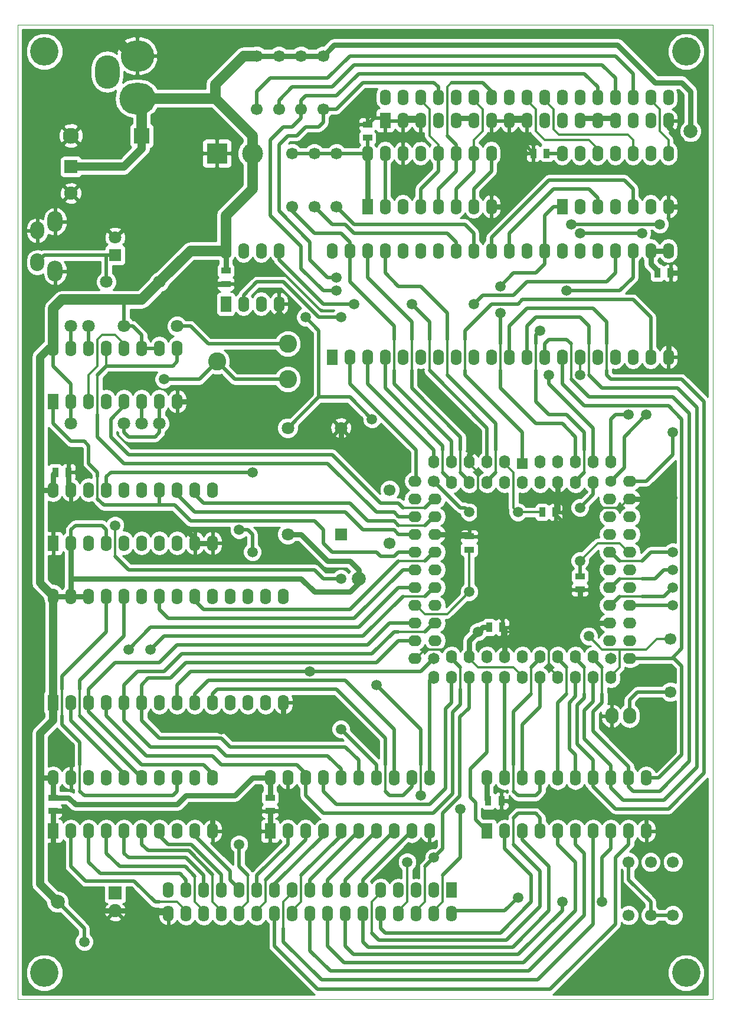
<source format=gbl>
G04 (created by PCBNEW (2013-07-07 BZR 4022)-stable) date 19/03/2022 16:48:29*
%MOIN*%
G04 Gerber Fmt 3.4, Leading zero omitted, Abs format*
%FSLAX34Y34*%
G01*
G70*
G90*
G04 APERTURE LIST*
%ADD10C,0.00590551*%
%ADD11C,0.00393701*%
%ADD12O,0.189X0.177165*%
%ADD13O,0.204724X0.177165*%
%ADD14O,0.137795X0.189*%
%ADD15O,0.0866142X0.11811*%
%ADD16O,0.0787402X0.1*%
%ADD17R,0.0629921X0.0905512*%
%ADD18O,0.0629921X0.0905512*%
%ADD19C,0.0669291*%
%ADD20C,0.0708661*%
%ADD21R,0.0629921X0.0629921*%
%ADD22O,0.0629921X0.0748031*%
%ADD23O,0.0748031X0.0629921*%
%ADD24C,0.0649606*%
%ADD25C,0.0629921*%
%ADD26R,0.062X0.09*%
%ADD27O,0.062X0.09*%
%ADD28R,0.0708661X0.0708661*%
%ADD29R,0.035X0.055*%
%ADD30R,0.055X0.035*%
%ADD31C,0.0905512*%
%ADD32R,0.0905512X0.0905512*%
%ADD33R,0.0748031X0.0748031*%
%ADD34C,0.0748031*%
%ADD35C,0.102362*%
%ADD36R,0.11811X0.11811*%
%ADD37C,0.11811*%
%ADD38C,0.16*%
%ADD39O,0.0748031X0.0905512*%
%ADD40C,0.0590551*%
%ADD41C,0.0787402*%
%ADD42C,0.019685*%
%ADD43C,0.0137795*%
%ADD44C,0.0590551*%
%ADD45C,0.0314961*%
%ADD46C,0.0472441*%
%ADD47C,0.01*%
G04 APERTURE END LIST*
G54D10*
G54D11*
X39250Y55000D02*
X0Y55000D01*
X0Y0D02*
X39250Y0D01*
X0Y0D02*
X0Y55000D01*
X39250Y55000D02*
X39250Y0D01*
G54D12*
X6750Y53250D03*
G54D13*
X6750Y50850D03*
G54D14*
X5050Y52350D03*
G54D15*
X2100Y41100D03*
G54D16*
X1100Y41600D03*
X1100Y43400D03*
G54D15*
X2100Y43900D03*
G54D17*
X24500Y6157D03*
G54D18*
X24500Y4842D03*
X23500Y6157D03*
X23500Y4842D03*
X22500Y6157D03*
X22500Y4842D03*
X21500Y6157D03*
X21500Y4842D03*
X20500Y6157D03*
X20500Y4842D03*
X19500Y6157D03*
X19500Y4842D03*
X18500Y6157D03*
X18500Y4842D03*
X17500Y6157D03*
X17500Y4842D03*
X16500Y6157D03*
X16500Y4842D03*
X15500Y6157D03*
X15500Y4842D03*
X14500Y6157D03*
X14500Y4842D03*
X13500Y6157D03*
X13500Y4842D03*
X12500Y6157D03*
X12500Y4842D03*
X11500Y6157D03*
X11500Y4842D03*
X10500Y6157D03*
X10500Y4842D03*
X9500Y6157D03*
X9500Y4842D03*
X8500Y6157D03*
X8500Y4842D03*
G54D17*
X20750Y49592D03*
G54D18*
X20750Y50907D03*
X21750Y49592D03*
X21750Y50907D03*
X22750Y49592D03*
X22750Y50907D03*
X23750Y49592D03*
X23750Y50907D03*
X24750Y49592D03*
X24750Y50907D03*
X25750Y49592D03*
X25750Y50907D03*
X26750Y49592D03*
X26750Y50907D03*
X27750Y49592D03*
X27750Y50907D03*
X28750Y49592D03*
X28750Y50907D03*
X29750Y49592D03*
X29750Y50907D03*
X30750Y49592D03*
X30750Y50907D03*
X31750Y49592D03*
X31750Y50907D03*
X32750Y49592D03*
X32750Y50907D03*
X33750Y49592D03*
X33750Y50907D03*
X34750Y49592D03*
X34750Y50907D03*
X35750Y49592D03*
X35750Y50907D03*
X36750Y49592D03*
X36750Y50907D03*
G54D19*
X16750Y44750D03*
X16750Y47750D03*
G54D20*
X9000Y38000D03*
X6000Y38000D03*
X3000Y32500D03*
X6000Y32500D03*
X8000Y40500D03*
X5000Y40500D03*
G54D19*
X13500Y53250D03*
X13500Y50250D03*
X14750Y53250D03*
X14750Y50250D03*
X16000Y53250D03*
X16000Y50250D03*
X17250Y53250D03*
X17250Y50250D03*
G54D21*
X28500Y30250D03*
G54D22*
X28500Y29171D03*
X27500Y30328D03*
X27500Y29171D03*
X26500Y30328D03*
X26500Y29171D03*
X25500Y30328D03*
X25500Y29171D03*
X24500Y30328D03*
X24500Y29171D03*
X23500Y30328D03*
G54D23*
X22421Y29250D03*
G54D19*
X23500Y29250D03*
G54D23*
X22421Y28250D03*
X23578Y28250D03*
X22421Y27250D03*
X23578Y27250D03*
X22421Y26250D03*
X23578Y26250D03*
X22421Y25250D03*
X23578Y25250D03*
X22421Y24250D03*
X23578Y24250D03*
X22421Y23250D03*
X23578Y23250D03*
X22421Y22250D03*
X23578Y22250D03*
X22421Y21250D03*
X23578Y21250D03*
X22421Y20250D03*
X23578Y20250D03*
X22421Y19250D03*
G54D22*
X23500Y18171D03*
G54D24*
X23500Y19250D03*
G54D22*
X24500Y18171D03*
X24500Y19328D03*
X25500Y18171D03*
X25500Y19328D03*
X26500Y18171D03*
X26500Y19328D03*
X27500Y18171D03*
X27500Y19328D03*
X28500Y18171D03*
X28500Y19328D03*
X29500Y18171D03*
X29500Y19328D03*
X30500Y18171D03*
X30500Y19328D03*
X31500Y18171D03*
X31500Y19328D03*
X32500Y18171D03*
X32500Y19328D03*
X33500Y18171D03*
G54D23*
X34578Y19250D03*
G54D24*
X33500Y19250D03*
G54D23*
X34578Y20250D03*
X33421Y20250D03*
X34578Y21250D03*
X33421Y21250D03*
X34578Y22250D03*
X33421Y22250D03*
X34578Y23250D03*
X33421Y23250D03*
X34578Y24250D03*
X33421Y24250D03*
X34578Y25250D03*
X33421Y25250D03*
X34578Y26250D03*
X33421Y26250D03*
X34578Y27250D03*
X33421Y27250D03*
X34578Y28250D03*
X33421Y28250D03*
X34578Y29250D03*
G54D22*
X33500Y30328D03*
G54D25*
X33500Y29250D03*
G54D22*
X32500Y30328D03*
X32500Y29171D03*
X31500Y30328D03*
X31500Y29171D03*
X30500Y30328D03*
X30500Y29171D03*
X29500Y30328D03*
X29500Y29171D03*
G54D26*
X11750Y39250D03*
G54D27*
X12750Y39250D03*
X13750Y39250D03*
X14750Y39250D03*
X14750Y42250D03*
X13750Y42250D03*
X12750Y42250D03*
X11750Y42250D03*
G54D26*
X17750Y36250D03*
G54D27*
X18750Y36250D03*
X19750Y36250D03*
X20750Y36250D03*
X21750Y36250D03*
X22750Y36250D03*
X23750Y36250D03*
X24750Y36250D03*
X25750Y36250D03*
X26750Y36250D03*
X27750Y36250D03*
X28750Y36250D03*
X29750Y36250D03*
X30750Y36250D03*
X31750Y36250D03*
X32750Y36250D03*
X33750Y36250D03*
X34750Y36250D03*
X35750Y36250D03*
X36750Y36250D03*
X36750Y42250D03*
X35750Y42250D03*
X34750Y42250D03*
X33750Y42250D03*
X32750Y42250D03*
X31750Y42250D03*
X30750Y42250D03*
X29750Y42250D03*
X28750Y42250D03*
X27750Y42250D03*
X26750Y42250D03*
X25750Y42250D03*
X24750Y42250D03*
X23750Y42250D03*
X22750Y42250D03*
X21750Y42250D03*
X20750Y42250D03*
X19750Y42250D03*
X18750Y42250D03*
X17750Y42250D03*
G54D26*
X2000Y16750D03*
G54D27*
X3000Y16750D03*
X4000Y16750D03*
X5000Y16750D03*
X6000Y16750D03*
X7000Y16750D03*
X8000Y16750D03*
X9000Y16750D03*
X10000Y16750D03*
X11000Y16750D03*
X12000Y16750D03*
X13000Y16750D03*
X14000Y16750D03*
X15000Y16750D03*
X15000Y22750D03*
X14000Y22750D03*
X13000Y22750D03*
X12000Y22750D03*
X11000Y22750D03*
X10000Y22750D03*
X9000Y22750D03*
X8000Y22750D03*
X7000Y22750D03*
X6000Y22750D03*
X5000Y22750D03*
X4000Y22750D03*
X3000Y22750D03*
X2000Y22750D03*
G54D26*
X26500Y9500D03*
G54D27*
X27500Y9500D03*
X28500Y9500D03*
X29500Y9500D03*
X30500Y9500D03*
X31500Y9500D03*
X32500Y9500D03*
X33500Y9500D03*
X34500Y9500D03*
X35500Y9500D03*
X35500Y12500D03*
X34500Y12500D03*
X33500Y12500D03*
X32500Y12500D03*
X31500Y12500D03*
X30500Y12500D03*
X29500Y12500D03*
X28500Y12500D03*
X27500Y12500D03*
X26500Y12500D03*
G54D26*
X2000Y9500D03*
G54D27*
X3000Y9500D03*
X4000Y9500D03*
X5000Y9500D03*
X6000Y9500D03*
X7000Y9500D03*
X8000Y9500D03*
X9000Y9500D03*
X10000Y9500D03*
X11000Y9500D03*
X11000Y12500D03*
X10000Y12500D03*
X9000Y12500D03*
X8000Y12500D03*
X7000Y12500D03*
X6000Y12500D03*
X5000Y12500D03*
X4000Y12500D03*
X3000Y12500D03*
X2000Y12500D03*
G54D26*
X14250Y9500D03*
G54D27*
X15250Y9500D03*
X16250Y9500D03*
X17250Y9500D03*
X18250Y9500D03*
X19250Y9500D03*
X20250Y9500D03*
X21250Y9500D03*
X22250Y9500D03*
X23250Y9500D03*
X23250Y12500D03*
X22250Y12500D03*
X21250Y12500D03*
X20250Y12500D03*
X19250Y12500D03*
X18250Y12500D03*
X17250Y12500D03*
X16250Y12500D03*
X15250Y12500D03*
X14250Y12500D03*
G54D26*
X2000Y25750D03*
G54D27*
X3000Y25750D03*
X4000Y25750D03*
X5000Y25750D03*
X6000Y25750D03*
X7000Y25750D03*
X8000Y25750D03*
X9000Y25750D03*
X10000Y25750D03*
X11000Y25750D03*
X11000Y28750D03*
X10000Y28750D03*
X9000Y28750D03*
X8000Y28750D03*
X7000Y28750D03*
X6000Y28750D03*
X5000Y28750D03*
X4000Y28750D03*
X3000Y28750D03*
X2000Y28750D03*
G54D26*
X19750Y44750D03*
G54D27*
X20750Y44750D03*
X21750Y44750D03*
X22750Y44750D03*
X23750Y44750D03*
X24750Y44750D03*
X25750Y44750D03*
X26750Y44750D03*
X26750Y47750D03*
X25750Y47750D03*
X24750Y47750D03*
X23750Y47750D03*
X22750Y47750D03*
X21750Y47750D03*
X20750Y47750D03*
X19750Y47750D03*
G54D26*
X2000Y33750D03*
G54D27*
X3000Y33750D03*
X4000Y33750D03*
X5000Y33750D03*
X6000Y33750D03*
X7000Y33750D03*
X8000Y33750D03*
X9000Y33750D03*
X9000Y36750D03*
X8000Y36750D03*
X7000Y36750D03*
X6000Y36750D03*
X5000Y36750D03*
X4000Y36750D03*
X3000Y36750D03*
X2000Y36750D03*
G54D26*
X30750Y44750D03*
G54D27*
X31750Y44750D03*
X32750Y44750D03*
X33750Y44750D03*
X34750Y44750D03*
X35750Y44750D03*
X36750Y44750D03*
X36750Y47750D03*
X35750Y47750D03*
X34750Y47750D03*
X33750Y47750D03*
X32750Y47750D03*
X31750Y47750D03*
X30750Y47750D03*
G54D28*
X5500Y42000D03*
G54D20*
X5500Y43000D03*
X8000Y32500D03*
X7000Y32500D03*
X3000Y38000D03*
X4000Y38000D03*
G54D28*
X18250Y26250D03*
G54D20*
X15250Y26250D03*
X15250Y32250D03*
X18250Y32250D03*
G54D19*
X18000Y44750D03*
X18000Y47750D03*
G54D29*
X36125Y41000D03*
X36875Y41000D03*
X26625Y21000D03*
X27375Y21000D03*
G54D30*
X25500Y25375D03*
X25500Y26125D03*
X31750Y23875D03*
X31750Y23125D03*
G54D29*
X29625Y27500D03*
X30375Y27500D03*
G54D31*
X3000Y48750D03*
G54D32*
X7000Y48750D03*
G54D33*
X3000Y47000D03*
G54D34*
X3000Y45500D03*
G54D30*
X14250Y11375D03*
X14250Y10625D03*
X2000Y11375D03*
X2000Y10625D03*
X11750Y41125D03*
X11750Y40375D03*
G54D29*
X2125Y29750D03*
X2875Y29750D03*
G54D35*
X15250Y35000D03*
X11250Y36000D03*
X15250Y37000D03*
G54D36*
X11250Y47750D03*
G54D37*
X13250Y47750D03*
G54D38*
X1500Y53500D03*
X37750Y53500D03*
X37750Y1500D03*
X1500Y1500D03*
G54D19*
X35750Y4750D03*
X35750Y7750D03*
X37000Y4750D03*
X37000Y7750D03*
X34500Y7750D03*
X34500Y4750D03*
G54D30*
X19750Y48625D03*
X19750Y49375D03*
G54D29*
X29875Y47750D03*
X29125Y47750D03*
G54D33*
X5500Y6000D03*
G54D34*
X5500Y5000D03*
G54D29*
X26575Y11200D03*
X27325Y11200D03*
G54D19*
X21000Y25750D03*
X21000Y28750D03*
X15500Y47750D03*
X15500Y44750D03*
X36850Y20350D03*
X36850Y17350D03*
G54D39*
X34550Y16000D03*
X33550Y16000D03*
G54D40*
X25750Y39250D03*
X16250Y38500D03*
X20000Y32750D03*
X19000Y39250D03*
X22250Y39250D03*
X6250Y19750D03*
X12500Y8750D03*
X7500Y19750D03*
X16500Y18500D03*
X18250Y15250D03*
X37000Y25250D03*
X35250Y43250D03*
X31750Y43250D03*
X35500Y33000D03*
X12500Y26500D03*
X13250Y25250D03*
X33000Y5500D03*
X30750Y5500D03*
X31250Y43750D03*
X36250Y43750D03*
X37000Y32000D03*
X27250Y38750D03*
X27250Y40250D03*
X29500Y37750D03*
X31000Y40000D03*
X23500Y8000D03*
X18000Y40750D03*
X22000Y7750D03*
X37000Y22250D03*
X37000Y24250D03*
X28250Y5750D03*
X37000Y23250D03*
X25000Y10750D03*
X20250Y17750D03*
X22750Y11500D03*
X18250Y23750D03*
X5500Y26750D03*
X13250Y29750D03*
X34500Y33000D03*
X30000Y35250D03*
X31750Y35250D03*
X18000Y40000D03*
G54D41*
X36850Y28300D03*
X25750Y31750D03*
G54D40*
X11500Y15250D03*
G54D41*
X12750Y31500D03*
X20750Y31250D03*
G54D40*
X8250Y35000D03*
X18250Y38500D03*
X3750Y3250D03*
G54D41*
X2250Y5500D03*
X38000Y49000D03*
G54D40*
X25500Y27500D03*
X32250Y20500D03*
X31750Y24750D03*
X28250Y27500D03*
X31750Y27750D03*
X25500Y23000D03*
X26000Y20750D03*
G54D41*
X19250Y23750D03*
G54D42*
X33250Y40500D02*
X28750Y40500D01*
X28750Y40500D02*
X28000Y39750D01*
X33750Y42250D02*
X33750Y41000D01*
X33250Y40500D02*
X33750Y41000D01*
X26250Y39750D02*
X28000Y39750D01*
X25750Y39250D02*
X26250Y39750D01*
X20000Y32750D02*
X18750Y34000D01*
X18750Y34000D02*
X17000Y34000D01*
X16250Y38500D02*
X17000Y37750D01*
X17000Y37750D02*
X17000Y34000D01*
X17000Y34000D02*
X15250Y32250D01*
X23250Y38250D02*
X23250Y37250D01*
X26500Y30250D02*
X26500Y32250D01*
X14750Y41750D02*
X17250Y39250D01*
X17250Y39250D02*
X19000Y39250D01*
X22250Y39250D02*
X23250Y38250D01*
G54D43*
X23250Y37250D02*
X23250Y35500D01*
G54D42*
X14750Y42250D02*
X14750Y41750D01*
X26500Y32250D02*
X23250Y35500D01*
X27000Y32500D02*
X27000Y31000D01*
X24250Y38750D02*
X24250Y37250D01*
X26500Y29250D02*
X27000Y29750D01*
G54D43*
X27000Y29750D02*
X27000Y31000D01*
X24250Y35250D02*
X24250Y37250D01*
G54D42*
X27000Y32500D02*
X24250Y35250D01*
X24250Y38750D02*
X22750Y40250D01*
X22750Y40250D02*
X21500Y40250D01*
X21500Y40250D02*
X20750Y41000D01*
X20750Y41000D02*
X20750Y42250D01*
X18500Y6000D02*
X18500Y6750D01*
X18500Y6750D02*
X21250Y9500D01*
X20750Y14750D02*
X20750Y13250D01*
X22250Y12500D02*
X22250Y12000D01*
G54D43*
X20750Y11750D02*
X20750Y13250D01*
G54D42*
X21000Y11500D02*
X20750Y11750D01*
X21750Y11500D02*
X21000Y11500D01*
X22250Y12000D02*
X21750Y11500D01*
X20750Y14750D02*
X18000Y17500D01*
X18000Y17500D02*
X11250Y17500D01*
X11250Y17500D02*
X11000Y17250D01*
X11000Y17250D02*
X11000Y16750D01*
X17500Y6000D02*
X17500Y6750D01*
X17500Y6750D02*
X20250Y9500D01*
X4650Y7100D02*
X9150Y7100D01*
X4650Y7100D02*
X4000Y7750D01*
X4000Y7750D02*
X4000Y9500D01*
X9150Y7100D02*
X9500Y6750D01*
X9500Y6750D02*
X9500Y6000D01*
X7750Y5500D02*
X8000Y5500D01*
X4000Y6675D02*
X3825Y6675D01*
X3825Y6675D02*
X3000Y7500D01*
X4000Y6675D02*
X6575Y6675D01*
X6575Y6675D02*
X7750Y5500D01*
X3000Y8250D02*
X3000Y7500D01*
X3000Y9500D02*
X3000Y8250D01*
G54D43*
X8000Y5500D02*
X9000Y5500D01*
X9000Y5500D02*
X9500Y5000D01*
G54D42*
X5750Y7500D02*
X9450Y7500D01*
X5750Y7500D02*
X5000Y8250D01*
X5000Y8250D02*
X5000Y9500D01*
G54D43*
X10500Y5000D02*
X10000Y5500D01*
G54D42*
X9450Y7500D02*
X10000Y6950D01*
G54D43*
X10000Y6950D02*
X10000Y5500D01*
G54D42*
X6000Y12500D02*
X6000Y12750D01*
X3000Y15750D02*
X3000Y16750D01*
X6000Y12750D02*
X3000Y15750D01*
G54D43*
X11000Y5500D02*
X11000Y7050D01*
X11000Y5500D02*
X11500Y5000D01*
G54D42*
X7000Y8750D02*
X7350Y8400D01*
X7000Y9500D02*
X7000Y8750D01*
X7350Y8400D02*
X9650Y8400D01*
X11000Y7050D02*
X9650Y8400D01*
X18250Y21000D02*
X19250Y21000D01*
X19250Y21000D02*
X21500Y23250D01*
X17750Y21000D02*
X18250Y21000D01*
X17750Y21000D02*
X7500Y21000D01*
X7500Y21000D02*
X6250Y19750D01*
X21500Y23250D02*
X22500Y23250D01*
G54D43*
X13000Y5500D02*
X12500Y5000D01*
G54D42*
X13000Y7000D02*
X12500Y7500D01*
G54D43*
X13000Y5500D02*
X13000Y7000D01*
G54D42*
X12500Y8750D02*
X12500Y7500D01*
X17750Y20500D02*
X19500Y20500D01*
X19500Y20500D02*
X21750Y22750D01*
X7500Y19750D02*
X8250Y20500D01*
X8250Y20500D02*
X17750Y20500D01*
X23000Y22750D02*
X23500Y23250D01*
G54D43*
X21750Y22750D02*
X23000Y22750D01*
G54D42*
X16250Y9000D02*
X14000Y6750D01*
G54D43*
X14000Y6750D02*
X14000Y5500D01*
X13500Y5000D02*
X14000Y5500D01*
G54D42*
X16250Y9000D02*
X16250Y9500D01*
X23250Y11000D02*
X24150Y11900D01*
X24150Y16400D02*
X24500Y16750D01*
X24150Y11900D02*
X24150Y16400D01*
X24500Y18250D02*
X24500Y16750D01*
X17250Y11750D02*
X18000Y11000D01*
X18000Y11000D02*
X23250Y11000D01*
X17250Y12500D02*
X17250Y11750D01*
X10750Y18000D02*
X18500Y18000D01*
X21250Y15250D02*
X21250Y12500D01*
X18500Y18000D02*
X21250Y15250D01*
X10750Y18000D02*
X10000Y17250D01*
X10000Y17250D02*
X10000Y16750D01*
X16500Y6000D02*
X16500Y6750D01*
X16500Y6750D02*
X19250Y9500D01*
X20250Y12500D02*
X20250Y13250D01*
X18250Y15250D02*
X20250Y13250D01*
X16500Y18500D02*
X22750Y18500D01*
X23500Y19250D02*
X22750Y18500D01*
X9000Y17750D02*
X9000Y16750D01*
X9750Y18500D02*
X9000Y17750D01*
X16500Y18500D02*
X9750Y18500D01*
X19500Y6000D02*
X19500Y6750D01*
X19500Y6750D02*
X22250Y9500D01*
X23250Y12500D02*
X23250Y18000D01*
X23250Y18000D02*
X23500Y18250D01*
G54D43*
X15500Y5000D02*
X16000Y5500D01*
X18250Y9250D02*
X18250Y9500D01*
G54D42*
X16000Y7000D02*
X18250Y9250D01*
G54D43*
X16000Y5500D02*
X16000Y7000D01*
G54D42*
X11500Y14750D02*
X12000Y14250D01*
X12000Y14250D02*
X18500Y14250D01*
X7000Y15750D02*
X8000Y14750D01*
X8000Y14750D02*
X11500Y14750D01*
X7375Y18125D02*
X8625Y18125D01*
X7375Y18125D02*
X7000Y17750D01*
X7000Y17750D02*
X7000Y16750D01*
X20250Y19000D02*
X9500Y19000D01*
X21500Y20250D02*
X20250Y19000D01*
X22500Y20250D02*
X21500Y20250D01*
X8625Y18125D02*
X9500Y19000D01*
X7000Y16750D02*
X7000Y15750D01*
X18500Y14250D02*
X19250Y13500D01*
X19250Y13500D02*
X19250Y12500D01*
X14500Y6000D02*
X14500Y6500D01*
X14500Y6500D02*
X17250Y9250D01*
X17250Y9250D02*
X17250Y9500D01*
X21250Y20750D02*
X21500Y20750D01*
X11250Y14250D02*
X11750Y13750D01*
X11750Y13750D02*
X17500Y13750D01*
X6000Y15750D02*
X7500Y14250D01*
X7500Y14250D02*
X11250Y14250D01*
X17500Y13750D02*
X18250Y13000D01*
X6750Y18500D02*
X8250Y18500D01*
X6000Y17750D02*
X6750Y18500D01*
X9250Y19500D02*
X20000Y19500D01*
X20000Y19500D02*
X21250Y20750D01*
G54D43*
X21500Y20750D02*
X23000Y20750D01*
G54D42*
X23000Y20750D02*
X23500Y21250D01*
X6000Y16750D02*
X6000Y17750D01*
X8250Y18500D02*
X9250Y19500D01*
X6000Y16750D02*
X6000Y15750D01*
X18250Y13000D02*
X18250Y12500D01*
X13500Y6000D02*
X13500Y7000D01*
X15250Y8750D02*
X15250Y9500D01*
X13500Y7000D02*
X15250Y8750D01*
X22750Y10500D02*
X23450Y10500D01*
X24550Y16200D02*
X25000Y16650D01*
X24550Y11600D02*
X24550Y16200D01*
X23450Y10500D02*
X24550Y11600D01*
X25000Y16650D02*
X25000Y17500D01*
X15750Y13250D02*
X11500Y13250D01*
X11500Y13250D02*
X11000Y13750D01*
X5000Y16000D02*
X7250Y13750D01*
X7250Y13750D02*
X11000Y13750D01*
X5000Y16750D02*
X5000Y16000D01*
X16250Y12750D02*
X16250Y12500D01*
X15750Y13250D02*
X16250Y12750D01*
X16250Y12500D02*
X16250Y11500D01*
X25000Y18750D02*
X24500Y19250D01*
G54D43*
X25000Y17500D02*
X25000Y18750D01*
G54D42*
X17250Y10500D02*
X22750Y10500D01*
X16250Y11500D02*
X17250Y10500D01*
X10000Y9500D02*
X10000Y9250D01*
X12500Y6250D02*
X12000Y6750D01*
X12000Y6750D02*
X12000Y7250D01*
X12500Y6000D02*
X12500Y6250D01*
X10000Y9250D02*
X12000Y7250D01*
X4000Y16250D02*
X7000Y13250D01*
X11000Y12750D02*
X11000Y12500D01*
X10500Y13250D02*
X11000Y12750D01*
X7000Y13250D02*
X10500Y13250D01*
X5500Y19000D02*
X8000Y19000D01*
X5500Y19000D02*
X4000Y17500D01*
X4000Y17500D02*
X4000Y16750D01*
X19750Y20000D02*
X9000Y20000D01*
X21000Y21250D02*
X19750Y20000D01*
X22500Y21250D02*
X21000Y21250D01*
X8000Y19000D02*
X9000Y20000D01*
X4000Y16250D02*
X4000Y16750D01*
X8500Y8750D02*
X9800Y8750D01*
X8000Y9250D02*
X8500Y8750D01*
X11500Y7050D02*
X11500Y6000D01*
X8000Y9500D02*
X8000Y9250D01*
X9800Y8750D02*
X11500Y7050D01*
X3500Y14500D02*
X3500Y13250D01*
X2500Y15500D02*
X2500Y16000D01*
X2500Y18250D02*
X2500Y17500D01*
G54D43*
X3500Y13250D02*
X3500Y11750D01*
G54D42*
X3500Y14500D02*
X2500Y15500D01*
G54D43*
X2500Y16000D02*
X2500Y17500D01*
G54D42*
X9000Y12500D02*
X9000Y11750D01*
X3500Y11750D02*
X3750Y11500D01*
X3750Y11500D02*
X8750Y11500D01*
X8750Y11500D02*
X9000Y11750D01*
X2500Y18250D02*
X5000Y20750D01*
X5000Y20750D02*
X5000Y22750D01*
X10500Y7000D02*
X9500Y8000D01*
X6250Y8000D02*
X9500Y8000D01*
X6000Y8250D02*
X6000Y9500D01*
X6250Y8000D02*
X6000Y8250D01*
X10500Y7000D02*
X10500Y6000D01*
X3500Y18000D02*
X3500Y17500D01*
X6000Y20500D02*
X3500Y18000D01*
X6000Y20500D02*
X6000Y22750D01*
X7000Y12500D02*
X3500Y16000D01*
G54D43*
X3500Y17500D02*
X3500Y16000D01*
X35250Y24750D02*
X34000Y24750D01*
G54D42*
X35750Y25250D02*
X35250Y24750D01*
X37000Y25250D02*
X35750Y25250D01*
X34000Y24750D02*
X33500Y25250D01*
X31750Y43250D02*
X35250Y43250D01*
X34250Y30000D02*
X33500Y29250D01*
X34250Y30000D02*
X34250Y31750D01*
X34250Y31750D02*
X35500Y33000D01*
X17750Y22000D02*
X18750Y22000D01*
X18750Y22000D02*
X21500Y24750D01*
X10000Y22750D02*
X10000Y22500D01*
X10000Y22500D02*
X10500Y22000D01*
X10500Y22000D02*
X17750Y22000D01*
G54D43*
X21500Y24750D02*
X23000Y24750D01*
G54D42*
X23000Y24750D02*
X23500Y25250D01*
X19750Y36250D02*
X19750Y34750D01*
X23500Y31000D02*
X23500Y30250D01*
X19750Y34750D02*
X23500Y31000D01*
X20750Y3750D02*
X27250Y3750D01*
X29000Y7000D02*
X27500Y8500D01*
X29000Y5500D02*
X29000Y7000D01*
X27250Y3750D02*
X29000Y5500D01*
X20500Y5000D02*
X20500Y4000D01*
X27500Y8500D02*
X27500Y9500D01*
X20500Y4000D02*
X20750Y3750D01*
X13000Y26500D02*
X13250Y26250D01*
X13250Y26250D02*
X13250Y25250D01*
X12500Y26500D02*
X13000Y26500D01*
X28500Y12500D02*
X28500Y15500D01*
X29500Y16500D02*
X29500Y18250D01*
X28500Y15500D02*
X29500Y16500D01*
X19800Y2950D02*
X27950Y2950D01*
X30000Y7500D02*
X28500Y9000D01*
X30000Y5000D02*
X30000Y7500D01*
X27950Y2950D02*
X30000Y5000D01*
X19500Y3250D02*
X19500Y5000D01*
X19800Y2950D02*
X19500Y3250D01*
X28500Y9500D02*
X28500Y9000D01*
X28000Y16250D02*
X28000Y13250D01*
X28250Y11500D02*
X29250Y11500D01*
G54D43*
X29000Y18750D02*
X29000Y17250D01*
G54D42*
X29000Y17250D02*
X28000Y16250D01*
G54D43*
X28000Y13250D02*
X28000Y11750D01*
G54D42*
X28000Y11750D02*
X28250Y11500D01*
X29250Y11500D02*
X29500Y11750D01*
X29500Y11750D02*
X29500Y12500D01*
X29500Y19250D02*
X29000Y18750D01*
X20400Y3350D02*
X27600Y3350D01*
G54D43*
X20000Y5500D02*
X20000Y3750D01*
G54D42*
X20000Y3750D02*
X20400Y3350D01*
G54D43*
X20500Y6000D02*
X20000Y5500D01*
G54D42*
X29250Y10500D02*
X29500Y10250D01*
X29500Y10250D02*
X29500Y9500D01*
X28250Y10500D02*
X28000Y10250D01*
G54D43*
X28000Y10250D02*
X28000Y8750D01*
G54D42*
X29250Y10500D02*
X28250Y10500D01*
X27600Y3350D02*
X29500Y5250D01*
X29500Y5250D02*
X29500Y7250D01*
X29500Y7250D02*
X28000Y8750D01*
X30500Y12500D02*
X30500Y16750D01*
X30500Y16750D02*
X31000Y17250D01*
G54D43*
X31000Y17250D02*
X31000Y18750D01*
G54D42*
X31000Y18750D02*
X30500Y19250D01*
X28575Y2075D02*
X18425Y2075D01*
X31500Y7750D02*
X30500Y8750D01*
X31500Y5000D02*
X31500Y7750D01*
X28575Y2075D02*
X31500Y5000D01*
X17500Y5000D02*
X17500Y3000D01*
X17500Y3000D02*
X18425Y2075D01*
X30500Y8750D02*
X30500Y9500D01*
X31500Y17250D02*
X31500Y17100D01*
X31150Y14150D02*
X31500Y13800D01*
X31150Y16750D02*
X31150Y14150D01*
X31500Y17100D02*
X31150Y16750D01*
X31500Y18250D02*
X31500Y17250D01*
X31500Y13800D02*
X31500Y12500D01*
X17650Y1600D02*
X28850Y1600D01*
X28850Y1600D02*
X32000Y4750D01*
X17650Y1600D02*
X16500Y2750D01*
X32000Y8250D02*
X31500Y8750D01*
X32000Y4750D02*
X32000Y8250D01*
X31500Y9500D02*
X31500Y8750D01*
X16500Y2750D02*
X16500Y5000D01*
X38775Y20250D02*
X38775Y12775D01*
X38775Y12775D02*
X36750Y10750D01*
X32000Y17000D02*
X31600Y16600D01*
X31600Y14400D02*
X32500Y13500D01*
X31600Y16600D02*
X31600Y14400D01*
X38775Y33725D02*
X38775Y20250D01*
X33750Y10750D02*
X36750Y10750D01*
X32500Y12000D02*
X33750Y10750D01*
X32500Y12500D02*
X32500Y12000D01*
X33250Y35500D02*
X33250Y35250D01*
X27750Y36250D02*
X27750Y38000D01*
X27750Y38000D02*
X28750Y39000D01*
G54D43*
X33250Y37000D02*
X33250Y35500D01*
G54D42*
X32500Y39000D02*
X33250Y38250D01*
X28750Y39000D02*
X32500Y39000D01*
X33500Y35000D02*
X33250Y35250D01*
X37500Y35000D02*
X38775Y33725D01*
X33500Y35000D02*
X37500Y35000D01*
X33250Y38250D02*
X33250Y37000D01*
X32000Y17250D02*
X32000Y17000D01*
X31500Y19250D02*
X32000Y18750D01*
G54D43*
X32000Y18750D02*
X32000Y17250D01*
G54D42*
X32500Y13500D02*
X32500Y12500D01*
X29350Y1100D02*
X17150Y1100D01*
X15000Y3250D02*
X15000Y4000D01*
X32500Y9500D02*
X32500Y4250D01*
G54D43*
X15000Y5500D02*
X15500Y6000D01*
X15000Y4000D02*
X15000Y5500D01*
G54D42*
X17150Y1100D02*
X15000Y3250D01*
X32500Y4250D02*
X29350Y1100D01*
X38350Y20300D02*
X38350Y13100D01*
X38350Y13100D02*
X36500Y11250D01*
X32500Y16900D02*
X32500Y16800D01*
X32000Y14700D02*
X33500Y13200D01*
X32000Y16300D02*
X32000Y14700D01*
X32500Y16800D02*
X32000Y16300D01*
X38350Y20300D02*
X38350Y33400D01*
X33500Y12500D02*
X33500Y11950D01*
X33500Y11950D02*
X34200Y11250D01*
X32250Y38000D02*
X32250Y37000D01*
X37250Y34500D02*
X33000Y34500D01*
X33000Y34500D02*
X32250Y35250D01*
X28750Y38000D02*
X29250Y38500D01*
X29250Y38500D02*
X31750Y38500D01*
X31750Y38500D02*
X32250Y38000D01*
G54D43*
X32250Y37000D02*
X32250Y35250D01*
G54D42*
X28750Y36250D02*
X28750Y38000D01*
X37250Y34500D02*
X38350Y33400D01*
X34200Y11250D02*
X36500Y11250D01*
X32500Y18250D02*
X32500Y16900D01*
X33500Y13200D02*
X33500Y12500D01*
X18975Y2525D02*
X28275Y2525D01*
X33000Y5500D02*
X33000Y8000D01*
X33000Y8000D02*
X33500Y8500D01*
X30750Y5000D02*
X30750Y5500D01*
X28275Y2525D02*
X30750Y5000D01*
X33500Y9500D02*
X33500Y8500D01*
X18500Y5000D02*
X18500Y3000D01*
X18500Y3000D02*
X18975Y2525D01*
X37925Y21100D02*
X37925Y13425D01*
X37925Y13425D02*
X36250Y11750D01*
X33000Y16750D02*
X32500Y16250D01*
X32500Y15150D02*
X34500Y13150D01*
X32500Y16250D02*
X32500Y15150D01*
X37925Y33075D02*
X37925Y21100D01*
X37000Y34000D02*
X37925Y33075D01*
X34500Y12500D02*
X34500Y12000D01*
X34750Y11750D02*
X36250Y11750D01*
X34500Y12000D02*
X34750Y11750D01*
X33000Y17250D02*
X33000Y16750D01*
X32250Y34000D02*
X37000Y34000D01*
X29750Y37000D02*
X30000Y37250D01*
X30000Y37250D02*
X31000Y37250D01*
X31000Y37250D02*
X31250Y37000D01*
G54D43*
X31250Y37000D02*
X31250Y35000D01*
G54D42*
X31250Y35000D02*
X32250Y34000D01*
X29750Y36250D02*
X29750Y37000D01*
X32500Y19250D02*
X33000Y18750D01*
X34500Y13150D02*
X34500Y12500D01*
G54D43*
X33000Y18750D02*
X33000Y17250D01*
G54D42*
X30075Y575D02*
X16925Y575D01*
X30225Y725D02*
X30075Y575D01*
X16775Y725D02*
X16925Y575D01*
X14500Y5000D02*
X14500Y3000D01*
X14500Y3000D02*
X16775Y725D01*
X34500Y8750D02*
X33750Y8000D01*
X33750Y8000D02*
X33750Y4250D01*
X33750Y4250D02*
X30225Y725D01*
X34500Y8750D02*
X34500Y9500D01*
X36950Y19250D02*
X37050Y19250D01*
X37500Y13800D02*
X36200Y12500D01*
X36200Y12500D02*
X35500Y12500D01*
X37500Y18800D02*
X37500Y13800D01*
X37050Y19250D02*
X37500Y18800D01*
X37500Y19800D02*
X36950Y19250D01*
X35750Y19250D02*
X36950Y19250D01*
X34500Y19250D02*
X35750Y19250D01*
X37500Y21200D02*
X37500Y19800D01*
X37500Y32750D02*
X37500Y21200D01*
X36750Y33500D02*
X37500Y32750D01*
X30750Y34750D02*
X30750Y36250D01*
X32000Y33500D02*
X30750Y34750D01*
X32000Y33500D02*
X36750Y33500D01*
G54D43*
X28750Y50750D02*
X29250Y50250D01*
X32750Y48000D02*
X32750Y47750D01*
X32250Y48500D02*
X32750Y48000D01*
X29750Y48500D02*
X32250Y48500D01*
X29250Y49000D02*
X29750Y48500D01*
X29250Y50250D02*
X29250Y49000D01*
G54D42*
X25000Y31750D02*
X25000Y31000D01*
X22250Y35500D02*
X22250Y34500D01*
X22250Y38250D02*
X22250Y37250D01*
X19750Y42250D02*
X19750Y40750D01*
X19750Y40750D02*
X22250Y38250D01*
G54D43*
X22250Y37250D02*
X22250Y35500D01*
G54D42*
X22250Y34500D02*
X25000Y31750D01*
G54D43*
X25000Y31000D02*
X25000Y29750D01*
G54D42*
X25000Y29750D02*
X25500Y29250D01*
X25550Y13000D02*
X25550Y11400D01*
X25850Y10150D02*
X26500Y9500D01*
X25850Y11100D02*
X25850Y10150D01*
X25550Y11400D02*
X25850Y11100D01*
X26500Y14000D02*
X26500Y13950D01*
X26500Y13950D02*
X25550Y13000D01*
X26500Y14000D02*
X26500Y18250D01*
X27500Y18250D02*
X27500Y12500D01*
X31250Y43750D02*
X36250Y43750D01*
X37000Y30750D02*
X37000Y32000D01*
X35500Y29250D02*
X34500Y29250D01*
X35500Y29250D02*
X37000Y30750D01*
X20750Y47750D02*
X20750Y44750D01*
X27250Y34500D02*
X29250Y32500D01*
X27250Y35500D02*
X27250Y34500D01*
X27250Y37000D02*
X27250Y38750D01*
X29250Y41000D02*
X29750Y41500D01*
X29750Y41500D02*
X29750Y42250D01*
X31500Y30250D02*
X31500Y31750D01*
X30750Y32500D02*
X29250Y32500D01*
X31500Y31750D02*
X30750Y32500D01*
G54D43*
X27250Y35500D02*
X27250Y37000D01*
G54D42*
X27250Y40250D02*
X28000Y41000D01*
X28000Y41000D02*
X29250Y41000D01*
X30750Y44750D02*
X30250Y44750D01*
X29750Y44250D02*
X29750Y42250D01*
X30250Y44750D02*
X29750Y44250D01*
X29250Y37500D02*
X29250Y37000D01*
X32000Y32000D02*
X32000Y31000D01*
X29250Y35500D02*
X29250Y33750D01*
X32000Y32000D02*
X31000Y33000D01*
X30000Y33000D02*
X31000Y33000D01*
X29250Y33750D02*
X30000Y33000D01*
X31500Y29250D02*
X32000Y29750D01*
G54D43*
X32000Y29750D02*
X32000Y31000D01*
G54D42*
X29250Y37500D02*
X29500Y37750D01*
X31000Y40000D02*
X34000Y40000D01*
X34000Y40000D02*
X34750Y40750D01*
X34750Y40750D02*
X34750Y42250D01*
G54D43*
X29250Y37000D02*
X29250Y35500D01*
G54D42*
X24975Y11475D02*
X24975Y15925D01*
X24975Y15925D02*
X25500Y16450D01*
X25500Y18250D02*
X25500Y16450D01*
X24975Y11475D02*
X24000Y10500D01*
X24000Y10500D02*
X24000Y8500D01*
X24000Y8500D02*
X23500Y8000D01*
X23500Y8000D02*
X23000Y7500D01*
G54D43*
X23000Y7500D02*
X23000Y5500D01*
X23000Y5500D02*
X22500Y5000D01*
G54D42*
X16500Y42750D02*
X16500Y41750D01*
X17500Y40750D02*
X18000Y40750D01*
X16500Y41750D02*
X17500Y40750D01*
X15750Y48750D02*
X15250Y48750D01*
X15250Y48750D02*
X14750Y48250D01*
X14750Y44500D02*
X16500Y42750D01*
X14750Y48250D02*
X14750Y44500D01*
X17250Y49500D02*
X17000Y49250D01*
X16250Y49250D02*
X15750Y48750D01*
X17000Y49250D02*
X16250Y49250D01*
X17250Y50250D02*
X17250Y49500D01*
X17250Y50250D02*
X18000Y50250D01*
X23750Y51500D02*
X23750Y50750D01*
X23500Y51750D02*
X23750Y51500D01*
X19500Y51750D02*
X23500Y51750D01*
X18000Y50250D02*
X19500Y51750D01*
X21500Y26250D02*
X21250Y26500D01*
X21250Y26500D02*
X19500Y26500D01*
X9000Y28750D02*
X9000Y28500D01*
X18500Y27500D02*
X19500Y26500D01*
X9000Y28500D02*
X10000Y27500D01*
X10000Y27500D02*
X18500Y27500D01*
X22500Y26250D02*
X21500Y26250D01*
G54D43*
X22000Y5500D02*
X21500Y5000D01*
X22000Y7750D02*
X22000Y5500D01*
G54D42*
X34500Y22250D02*
X37000Y22250D01*
X18750Y42750D02*
X18250Y43250D01*
X15500Y44750D02*
X15500Y44500D01*
X15500Y44500D02*
X16750Y43250D01*
X16750Y43250D02*
X18250Y43250D01*
X18750Y42750D02*
X18750Y42250D01*
X21250Y38000D02*
X21250Y37250D01*
X21250Y34750D02*
X21250Y35500D01*
G54D43*
X21250Y35500D02*
X21250Y37250D01*
G54D42*
X24500Y31500D02*
X21250Y34750D01*
X24500Y30250D02*
X24500Y31500D01*
X21250Y38000D02*
X18750Y40500D01*
X18750Y40500D02*
X18750Y42250D01*
X36000Y23750D02*
X35250Y23750D01*
X36500Y24250D02*
X37000Y24250D01*
X36000Y23750D02*
X36500Y24250D01*
X33500Y23250D02*
X34000Y23750D01*
G54D43*
X34000Y23750D02*
X35250Y23750D01*
G54D42*
X21750Y24250D02*
X19000Y21500D01*
X19000Y21500D02*
X18000Y21500D01*
X17750Y21500D02*
X18000Y21500D01*
X17750Y21500D02*
X8500Y21500D01*
X8500Y21500D02*
X8000Y22000D01*
X8000Y22000D02*
X8000Y22750D01*
X22500Y24250D02*
X21750Y24250D01*
X21500Y27250D02*
X21250Y27500D01*
X21250Y27500D02*
X20250Y27500D01*
X4500Y31750D02*
X4500Y33000D01*
G54D43*
X4500Y35250D02*
X4500Y33000D01*
G54D42*
X20250Y27500D02*
X17500Y30250D01*
X21500Y27250D02*
X22500Y27250D01*
X6000Y30250D02*
X17500Y30250D01*
X4500Y31750D02*
X6000Y30250D01*
X4500Y35250D02*
X5000Y35750D01*
G54D43*
X5000Y35750D02*
X5000Y36750D01*
G54D42*
X9000Y36750D02*
X9000Y36000D01*
X9000Y36000D02*
X8750Y35750D01*
X8750Y35750D02*
X5000Y35750D01*
X4000Y30750D02*
X4000Y30250D01*
X4000Y30250D02*
X4500Y29750D01*
X3000Y31500D02*
X3750Y31500D01*
X4000Y31250D02*
X4000Y30750D01*
X3750Y31500D02*
X4000Y31250D01*
X21500Y25250D02*
X21250Y25000D01*
X20250Y25250D02*
X20000Y25250D01*
X20500Y25000D02*
X20250Y25250D01*
X21250Y25000D02*
X20500Y25000D01*
X10500Y27000D02*
X9750Y27000D01*
X17750Y25250D02*
X20000Y25250D01*
X17250Y25750D02*
X17750Y25250D01*
X16750Y27000D02*
X17250Y26500D01*
X17250Y26500D02*
X17250Y25750D01*
X10500Y27000D02*
X16750Y27000D01*
X9750Y27000D02*
X8850Y27900D01*
X8850Y27900D02*
X8000Y27900D01*
X4500Y29750D02*
X4500Y29500D01*
X4850Y27900D02*
X8000Y27900D01*
G54D43*
X4500Y29500D02*
X4500Y28250D01*
G54D42*
X4500Y28250D02*
X4850Y27900D01*
X2000Y32500D02*
X3000Y31500D01*
X2000Y33750D02*
X2000Y32500D01*
X8000Y28750D02*
X8000Y27900D01*
X21500Y25250D02*
X22500Y25250D01*
X20500Y28000D02*
X21500Y28000D01*
X21500Y28000D02*
X21750Y27750D01*
X17750Y30750D02*
X6250Y30750D01*
X20500Y28000D02*
X17750Y30750D01*
G54D43*
X21750Y27750D02*
X23000Y27750D01*
G54D42*
X23000Y27750D02*
X23500Y28250D01*
X6000Y33500D02*
X5250Y32750D01*
X5250Y32750D02*
X5250Y31750D01*
X5250Y31750D02*
X6250Y30750D01*
X6000Y33750D02*
X6000Y33500D01*
X13500Y50250D02*
X13500Y51250D01*
X34750Y52250D02*
X34750Y50750D01*
X33750Y53250D02*
X34750Y52250D01*
X18750Y53250D02*
X33750Y53250D01*
X17500Y52000D02*
X18750Y53250D01*
X14250Y52000D02*
X17500Y52000D01*
X13500Y51250D02*
X14250Y52000D01*
X24000Y31250D02*
X24000Y31000D01*
X20750Y36250D02*
X20750Y34500D01*
X20750Y34500D02*
X24000Y31250D01*
G54D43*
X24000Y31000D02*
X24000Y29750D01*
G54D42*
X24000Y29750D02*
X24500Y29250D01*
X28250Y5750D02*
X27500Y5000D01*
X27500Y5000D02*
X24500Y5000D01*
X36500Y22750D02*
X35250Y22750D01*
X36500Y22750D02*
X37000Y23250D01*
X33500Y22250D02*
X34000Y22750D01*
G54D43*
X34000Y22750D02*
X35250Y22750D01*
G54D42*
X25000Y10750D02*
X25000Y8000D01*
X20250Y17750D02*
X22750Y15250D01*
G54D43*
X22750Y13250D02*
X22750Y11500D01*
X24000Y5500D02*
X23500Y5000D01*
G54D42*
X22750Y15250D02*
X22750Y13250D01*
X25000Y8000D02*
X24000Y7000D01*
G54D43*
X24000Y7000D02*
X24000Y5500D01*
G54D42*
X25250Y35250D02*
X28500Y32000D01*
X35750Y36250D02*
X35750Y38500D01*
X35750Y38500D02*
X34750Y39500D01*
X28500Y39500D02*
X34750Y39500D01*
X26750Y39250D02*
X25250Y37750D01*
X26750Y39250D02*
X28250Y39250D01*
X28250Y39250D02*
X28500Y39500D01*
G54D43*
X25250Y37250D02*
X25250Y35500D01*
G54D42*
X25250Y37750D02*
X25250Y37250D01*
X25250Y35500D02*
X25250Y35250D01*
X28500Y32000D02*
X28500Y31500D01*
X5500Y25000D02*
X6250Y24250D01*
X6250Y24250D02*
X16750Y24250D01*
X17250Y23750D02*
X16750Y24250D01*
X18250Y23750D02*
X17250Y23750D01*
G54D43*
X5500Y26750D02*
X5500Y25000D01*
G54D42*
X5250Y29750D02*
X13250Y29750D01*
X5000Y29500D02*
X5000Y28750D01*
X5250Y29750D02*
X5000Y29500D01*
X28500Y30250D02*
X28500Y31500D01*
X19750Y27000D02*
X21250Y27000D01*
X21250Y27000D02*
X21500Y26750D01*
X10000Y28750D02*
X10000Y28500D01*
X10500Y28000D02*
X18750Y28000D01*
X10000Y28500D02*
X10500Y28000D01*
X19750Y27000D02*
X18750Y28000D01*
X23000Y26750D02*
X23500Y27250D01*
G54D43*
X21500Y26750D02*
X23000Y26750D01*
G54D42*
X26750Y47750D02*
X26750Y46750D01*
X25750Y45750D02*
X25750Y44750D01*
X26750Y46750D02*
X25750Y45750D01*
X24750Y44750D02*
X24750Y45750D01*
X25750Y46750D02*
X25750Y47750D01*
X24750Y45750D02*
X25750Y46750D01*
G54D43*
X25750Y50750D02*
X26250Y50250D01*
X25750Y48500D02*
X25750Y47750D01*
X26250Y49000D02*
X25750Y48500D01*
X26250Y50250D02*
X26250Y49000D01*
X24250Y50700D02*
X24250Y51500D01*
G54D42*
X24500Y51750D02*
X24750Y51750D01*
G54D43*
X24250Y51500D02*
X24500Y51750D01*
G54D42*
X23750Y44750D02*
X23750Y45750D01*
X24750Y46750D02*
X24750Y47750D01*
X23750Y45750D02*
X24750Y46750D01*
X24750Y47750D02*
X24750Y48250D01*
X24750Y48250D02*
X24250Y48750D01*
G54D43*
X24250Y48750D02*
X24250Y50700D01*
G54D42*
X24750Y51750D02*
X26250Y51750D01*
X26250Y51750D02*
X26750Y51250D01*
X26750Y51250D02*
X26750Y50750D01*
X23750Y46750D02*
X22750Y45750D01*
X22750Y45750D02*
X22750Y44750D01*
X23750Y46750D02*
X23750Y47750D01*
G54D43*
X22750Y50750D02*
X23250Y50250D01*
X23750Y48250D02*
X23750Y47750D01*
X23250Y48750D02*
X23750Y48250D01*
X23250Y50250D02*
X23250Y48750D01*
X35750Y50750D02*
X36250Y50250D01*
X36750Y48500D02*
X36750Y47750D01*
X36250Y49000D02*
X36750Y48500D01*
X36250Y50250D02*
X36250Y49000D01*
G54D42*
X33500Y32750D02*
X33500Y30250D01*
X33750Y33000D02*
X33500Y32750D01*
X34500Y33000D02*
X33750Y33000D01*
G54D43*
X30250Y50250D02*
X30250Y49100D01*
X30550Y48800D02*
X34450Y48800D01*
X30250Y49100D02*
X30550Y48800D01*
X29750Y50750D02*
X30250Y50250D01*
X34750Y48500D02*
X34750Y47750D01*
X34450Y48800D02*
X34750Y48500D01*
G54D42*
X32500Y30250D02*
X32500Y32250D01*
X32500Y32250D02*
X30000Y34750D01*
X30000Y34750D02*
X30000Y35250D01*
G54D43*
X31750Y35250D02*
X31750Y36250D01*
G54D42*
X15000Y49250D02*
X14250Y48500D01*
X14250Y44250D02*
X16000Y42500D01*
X14250Y48500D02*
X14250Y44250D01*
X15000Y49250D02*
X15500Y49250D01*
X15500Y49250D02*
X16000Y49750D01*
X16000Y49750D02*
X16000Y50250D01*
X16000Y41250D02*
X17250Y40000D01*
X16000Y42500D02*
X16000Y41250D01*
X17250Y40000D02*
X18000Y40000D01*
X16000Y50250D02*
X16000Y50750D01*
X32750Y51500D02*
X32750Y50750D01*
X32000Y52250D02*
X32750Y51500D01*
X19250Y52250D02*
X32000Y52250D01*
X18000Y51000D02*
X19250Y52250D01*
X16250Y51000D02*
X18000Y51000D01*
X16000Y50750D02*
X16250Y51000D01*
X18750Y36250D02*
X18750Y34750D01*
X22500Y29250D02*
X22500Y31000D01*
X18750Y34750D02*
X22500Y31000D01*
X33750Y50750D02*
X33750Y52000D01*
X14750Y50750D02*
X14750Y50250D01*
X15500Y51500D02*
X14750Y50750D01*
X17750Y51500D02*
X15500Y51500D01*
X19000Y52750D02*
X17750Y51500D01*
X33000Y52750D02*
X19000Y52750D01*
X33750Y52000D02*
X33000Y52750D01*
X2875Y29750D02*
X2875Y30625D01*
X2750Y30750D02*
X2000Y30750D01*
X2875Y30625D02*
X2750Y30750D01*
X20750Y49750D02*
X20125Y49750D01*
X20125Y49750D02*
X19750Y49375D01*
G54D44*
X6750Y53250D02*
X6500Y53250D01*
X6500Y53250D02*
X5500Y54250D01*
G54D42*
X27325Y11200D02*
X27650Y11200D01*
X35500Y10250D02*
X35500Y9500D01*
X35550Y10300D02*
X35500Y10250D01*
X32350Y10300D02*
X35550Y10300D01*
X31650Y11000D02*
X32350Y10300D01*
X27850Y11000D02*
X31650Y11000D01*
X27650Y11200D02*
X27850Y11000D01*
X28750Y49750D02*
X28750Y48125D01*
X28750Y48125D02*
X29125Y47750D01*
G54D45*
X7500Y27400D02*
X8600Y27400D01*
X10000Y26000D02*
X10000Y25750D01*
X8600Y27400D02*
X10000Y26000D01*
X28750Y49750D02*
X27750Y49750D01*
X24750Y49750D02*
X25750Y49750D01*
X33750Y49750D02*
X32750Y49750D01*
X32750Y49750D02*
X31750Y49750D01*
X14750Y33500D02*
X15500Y33500D01*
X16250Y37250D02*
X14750Y38750D01*
X16250Y34250D02*
X16250Y37250D01*
X15500Y33500D02*
X16250Y34250D01*
X11750Y40375D02*
X11125Y40375D01*
X11125Y40375D02*
X10750Y40000D01*
X10750Y40000D02*
X10750Y38500D01*
X10750Y38500D02*
X11000Y38250D01*
X11000Y38250D02*
X14250Y38250D01*
X14250Y38250D02*
X14750Y38750D01*
X14250Y33000D02*
X14750Y33500D01*
X14750Y38750D02*
X14750Y39250D01*
X12750Y31500D02*
X10500Y33750D01*
X10500Y33750D02*
X9000Y33750D01*
G54D42*
X2000Y25750D02*
X2000Y27050D01*
X2000Y27050D02*
X3000Y28050D01*
X3000Y28050D02*
X3000Y28750D01*
G54D45*
X3650Y27400D02*
X3000Y28050D01*
X7500Y27400D02*
X3650Y27400D01*
X2875Y29750D02*
X2875Y28875D01*
X2875Y28875D02*
X3000Y28750D01*
X34500Y28250D02*
X36800Y28250D01*
X36800Y28250D02*
X36850Y28300D01*
X22750Y49750D02*
X21750Y49750D01*
X2000Y10625D02*
X2625Y10625D01*
X2625Y10625D02*
X2750Y10500D01*
X2750Y10500D02*
X10750Y10500D01*
X10750Y10500D02*
X11000Y10250D01*
X11000Y10250D02*
X11000Y9500D01*
X2000Y9500D02*
X2000Y7000D01*
X4000Y5000D02*
X8500Y5000D01*
X2000Y7000D02*
X4000Y5000D01*
X25500Y30750D02*
X25500Y30250D01*
X25750Y31000D02*
X25500Y30750D01*
X25750Y31750D02*
X25750Y31000D01*
X18250Y32250D02*
X18250Y31250D01*
G54D42*
X33000Y27750D02*
X32000Y26750D01*
X30375Y27375D02*
X30375Y27500D01*
X31000Y26750D02*
X30375Y27375D01*
X32000Y26750D02*
X31000Y26750D01*
G54D45*
X15000Y16000D02*
X15000Y16750D01*
X14250Y15250D02*
X15000Y16000D01*
X11500Y15250D02*
X14250Y15250D01*
X36750Y49750D02*
X36750Y49250D01*
X36750Y49250D02*
X37500Y48500D01*
X36875Y41000D02*
X37500Y41000D01*
G54D43*
X22500Y19250D02*
X23000Y19750D01*
X27375Y21375D02*
X27375Y21000D01*
X26750Y22000D02*
X27375Y21375D01*
X26250Y22000D02*
X26750Y22000D01*
X24000Y19750D02*
X26250Y22000D01*
X23000Y19750D02*
X24000Y19750D01*
X30500Y18250D02*
X30000Y18750D01*
X27625Y20750D02*
X27375Y21000D01*
X29500Y20750D02*
X27625Y20750D01*
X30000Y20250D02*
X29500Y20750D01*
X30000Y18750D02*
X30000Y20250D01*
X34500Y28250D02*
X34000Y27750D01*
X34000Y27750D02*
X33000Y27750D01*
X25500Y30250D02*
X26000Y29750D01*
X26000Y29750D02*
X26000Y27000D01*
X26000Y27000D02*
X25500Y26500D01*
X25500Y26500D02*
X25500Y26125D01*
G54D45*
X27500Y19250D02*
X27500Y20875D01*
X27500Y20875D02*
X27375Y21000D01*
X33500Y21250D02*
X32250Y21250D01*
X31750Y21750D02*
X31750Y23125D01*
X32250Y21250D02*
X31750Y21750D01*
X23500Y26250D02*
X25375Y26250D01*
X25375Y26250D02*
X25500Y26125D01*
X30500Y29250D02*
X30500Y27625D01*
X30500Y27625D02*
X30375Y27500D01*
X2000Y9500D02*
X2000Y10500D01*
X2000Y10500D02*
X2000Y10625D01*
G54D42*
X15250Y12500D02*
X15250Y11000D01*
X14875Y10625D02*
X14250Y10625D01*
X15250Y11000D02*
X14875Y10625D01*
G54D45*
X14250Y10625D02*
X14250Y9500D01*
X26750Y44750D02*
X27500Y44750D01*
X29500Y46750D02*
X37500Y46750D01*
X27500Y44750D02*
X29500Y46750D01*
X36750Y44750D02*
X37500Y44750D01*
X36750Y37750D02*
X36750Y36250D01*
X37500Y41000D02*
X37500Y38500D01*
X37500Y38500D02*
X36750Y37750D01*
X37500Y48500D02*
X37500Y46750D01*
X37500Y46750D02*
X37500Y44750D01*
X37500Y44750D02*
X37500Y41000D01*
X11000Y25750D02*
X10000Y25750D01*
G54D42*
X21750Y47750D02*
X21750Y49750D01*
G54D45*
X14250Y33000D02*
X14250Y31500D01*
X18000Y31250D02*
X14500Y31250D01*
X14500Y31250D02*
X14250Y31500D01*
X14250Y31500D02*
X12750Y31500D01*
X18000Y31250D02*
X20750Y31250D01*
X18250Y31250D02*
X18000Y31250D01*
G54D42*
X7000Y33750D02*
X7000Y32500D01*
X8250Y35000D02*
X10250Y35000D01*
X10250Y35000D02*
X11250Y36000D01*
X15250Y35000D02*
X12250Y35000D01*
X12250Y35000D02*
X11250Y36000D01*
X3000Y38000D02*
X3000Y36750D01*
X9000Y38000D02*
X9750Y38000D01*
X10750Y37000D02*
X15250Y37000D01*
X9750Y38000D02*
X10750Y37000D01*
X4000Y38000D02*
X4000Y36750D01*
X6000Y32500D02*
X6000Y32000D01*
X8000Y32000D02*
X8000Y32500D01*
X7750Y31750D02*
X8000Y32000D01*
X6250Y31750D02*
X7750Y31750D01*
X6000Y32000D02*
X6250Y31750D01*
X8000Y33750D02*
X8000Y32500D01*
X4000Y42000D02*
X1500Y42000D01*
X1500Y42000D02*
X1100Y41600D01*
X5000Y40500D02*
X5000Y42000D01*
X5500Y42000D02*
X5000Y42000D01*
X5000Y42000D02*
X4000Y42000D01*
X12750Y39750D02*
X13500Y40500D01*
X13500Y40500D02*
X15000Y40500D01*
X15000Y40500D02*
X17000Y38500D01*
X12750Y39250D02*
X12750Y39750D01*
X17000Y38500D02*
X18250Y38500D01*
X27750Y42250D02*
X27750Y43250D01*
X27750Y43250D02*
X30250Y45750D01*
X30250Y45750D02*
X32250Y45750D01*
X32250Y45750D02*
X32750Y45250D01*
X32750Y45250D02*
X32750Y44750D01*
X34750Y44750D02*
X34750Y45750D01*
X34750Y45750D02*
X34250Y46250D01*
X34250Y46250D02*
X30000Y46250D01*
X30000Y46250D02*
X26750Y43000D01*
X26750Y43000D02*
X26750Y42250D01*
X36850Y17350D02*
X35000Y17350D01*
X34550Y16900D02*
X34550Y16000D01*
X35000Y17350D02*
X34550Y16900D01*
X20250Y43750D02*
X19000Y43750D01*
X19000Y43750D02*
X18000Y44750D01*
X25750Y43250D02*
X25750Y42250D01*
X25250Y43750D02*
X25750Y43250D01*
X20250Y43750D02*
X25250Y43750D01*
X17750Y43750D02*
X18500Y43750D01*
X18500Y43750D02*
X19000Y43250D01*
X19500Y43250D02*
X19000Y43250D01*
X24750Y42250D02*
X24750Y42750D01*
X24250Y43250D02*
X19500Y43250D01*
X24750Y42750D02*
X24250Y43250D01*
X17750Y43750D02*
X16750Y44750D01*
G54D43*
X6000Y36750D02*
X6000Y37000D01*
X4000Y35250D02*
X4000Y33750D01*
X4500Y35750D02*
X4000Y35250D01*
X4500Y37250D02*
X4500Y35750D01*
X4750Y37500D02*
X4500Y37250D01*
X5500Y37500D02*
X4750Y37500D01*
X6000Y37000D02*
X5500Y37500D01*
G54D45*
X4000Y22750D02*
X3000Y22750D01*
G54D46*
X1250Y26000D02*
X1250Y23500D01*
X1250Y23500D02*
X2000Y22750D01*
G54D43*
X36850Y20350D02*
X36100Y20350D01*
X35500Y19750D02*
X33900Y19750D01*
X36100Y20350D02*
X35500Y19750D01*
G54D42*
X19750Y47750D02*
X18000Y47750D01*
X15500Y47750D02*
X16750Y47750D01*
X19750Y48625D02*
X19750Y47750D01*
G54D44*
X7000Y48750D02*
X7000Y50600D01*
X7000Y50600D02*
X6750Y50850D01*
X6750Y50850D02*
X11150Y50850D01*
G54D45*
X26500Y12500D02*
X26500Y11275D01*
G54D42*
X26500Y11275D02*
X26575Y11200D01*
X30750Y47750D02*
X29875Y47750D01*
G54D45*
X2000Y12500D02*
X1250Y12500D01*
G54D42*
X2250Y5500D02*
X3750Y4000D01*
X3750Y3250D02*
X3750Y4000D01*
X34500Y7750D02*
X34500Y6750D01*
X35750Y5500D02*
X35750Y4750D01*
X34500Y6750D02*
X35750Y5500D01*
X37000Y4750D02*
X35750Y4750D01*
G54D44*
X9750Y42250D02*
X11750Y42250D01*
X9750Y42250D02*
X8000Y40500D01*
X11750Y42250D02*
X11750Y44250D01*
X13250Y47750D02*
X13250Y45750D01*
X13250Y45750D02*
X11750Y44250D01*
X8000Y40500D02*
X7000Y39500D01*
X6000Y39500D02*
X7000Y39500D01*
G54D46*
X3000Y47000D02*
X6000Y47000D01*
X6000Y47000D02*
X7000Y48000D01*
X7000Y48000D02*
X7000Y48750D01*
G54D44*
X11150Y50850D02*
X11150Y51650D01*
X11150Y51650D02*
X12750Y53250D01*
X12750Y53250D02*
X13500Y53250D01*
X13250Y47750D02*
X13250Y48750D01*
X13250Y48750D02*
X11150Y50850D01*
G54D42*
X16500Y47750D02*
X17750Y47750D01*
G54D45*
X36000Y51750D02*
X33875Y53875D01*
X37500Y51750D02*
X36000Y51750D01*
X38000Y51250D02*
X37500Y51750D01*
X38000Y51250D02*
X38000Y49000D01*
X16000Y23750D02*
X3000Y23750D01*
X33875Y53875D02*
X17875Y53875D01*
X17875Y53875D02*
X17250Y53250D01*
X11750Y42250D02*
X11750Y41125D01*
G54D46*
X1250Y6500D02*
X2250Y5500D01*
X1250Y12500D02*
X1250Y6500D01*
X2000Y16750D02*
X2000Y15750D01*
X2000Y15750D02*
X1250Y15000D01*
X1250Y15000D02*
X1250Y12500D01*
G54D45*
X2000Y28750D02*
X2000Y29625D01*
X2000Y29625D02*
X2125Y29750D01*
G54D46*
X1250Y28750D02*
X1250Y36250D01*
X1250Y36250D02*
X1750Y36750D01*
X1750Y36750D02*
X2000Y36750D01*
X1250Y26000D02*
X1250Y28750D01*
G54D45*
X1250Y28750D02*
X2000Y28750D01*
G54D42*
X23500Y29250D02*
X25000Y27750D01*
X25000Y27750D02*
X25250Y27750D01*
X25250Y27750D02*
X25500Y27500D01*
G54D43*
X27500Y30250D02*
X28000Y29750D01*
X28000Y27750D02*
X28250Y27500D01*
X28000Y29750D02*
X28000Y27750D01*
G54D42*
X6000Y38000D02*
X6000Y39500D01*
X3000Y33750D02*
X3000Y34750D01*
X3000Y34750D02*
X2000Y35750D01*
X2000Y35750D02*
X2000Y36750D01*
X6000Y38000D02*
X6500Y38000D01*
X7000Y37500D02*
X7000Y36750D01*
X6500Y38000D02*
X7000Y37500D01*
X8000Y36750D02*
X7000Y36750D01*
X3000Y32500D02*
X3000Y33750D01*
G54D43*
X33500Y18250D02*
X34000Y18750D01*
X33000Y19750D02*
X32250Y20500D01*
X34000Y19750D02*
X33900Y19750D01*
X33900Y19750D02*
X33000Y19750D01*
X34000Y18750D02*
X34000Y19750D01*
G54D42*
X31750Y23875D02*
X31750Y24750D01*
X32500Y29250D02*
X32500Y28500D01*
X32500Y28500D02*
X31750Y27750D01*
X5000Y25750D02*
X5000Y26500D01*
X5000Y26500D02*
X4750Y26750D01*
X4750Y26750D02*
X3250Y26750D01*
X3250Y26750D02*
X3000Y26500D01*
X3000Y26500D02*
X3000Y25750D01*
G54D43*
X34500Y25250D02*
X34000Y25750D01*
X32750Y25750D02*
X31750Y24750D01*
X34000Y25750D02*
X32750Y25750D01*
G54D45*
X16000Y23750D02*
X16750Y23000D01*
X16750Y23000D02*
X18750Y23000D01*
X18750Y23000D02*
X19250Y23500D01*
X19250Y23500D02*
X19250Y23750D01*
X16000Y26250D02*
X15250Y26250D01*
X19250Y23750D02*
X19250Y24250D01*
X19250Y24250D02*
X18750Y24750D01*
X18750Y24750D02*
X17500Y24750D01*
X17500Y24750D02*
X16000Y26250D01*
G54D43*
X28250Y27500D02*
X29625Y27500D01*
X22500Y22250D02*
X23000Y21750D01*
X23000Y21750D02*
X24250Y21750D01*
X24250Y21750D02*
X25500Y23000D01*
X25500Y23000D02*
X25500Y25375D01*
X25500Y19250D02*
X26000Y18750D01*
X28000Y18750D02*
X28500Y18250D01*
X26000Y18750D02*
X28000Y18750D01*
G54D45*
X36125Y41000D02*
X36125Y41125D01*
X35750Y41500D02*
X35750Y42250D01*
X36125Y41125D02*
X35750Y41500D01*
X25500Y19250D02*
X25500Y20250D01*
X26500Y21000D02*
X26625Y21000D01*
X26250Y21000D02*
X26500Y21000D01*
X25500Y20250D02*
X26000Y20750D01*
X26000Y20750D02*
X26250Y21000D01*
X2000Y11375D02*
X2875Y11375D01*
X13250Y12500D02*
X14250Y12500D01*
X12250Y11500D02*
X13250Y12500D01*
X9500Y11500D02*
X12250Y11500D01*
X9000Y11000D02*
X9500Y11500D01*
X3250Y11000D02*
X9000Y11000D01*
X2875Y11375D02*
X3250Y11000D01*
X2000Y12500D02*
X2000Y11375D01*
X14250Y12500D02*
X14250Y11375D01*
G54D44*
X2500Y39500D02*
X6000Y39500D01*
X2000Y39000D02*
X2000Y36750D01*
X2500Y39500D02*
X2000Y39000D01*
G54D45*
X3000Y25750D02*
X3000Y23750D01*
X3000Y23750D02*
X3000Y22750D01*
X36750Y42250D02*
X35750Y42250D01*
X14750Y53250D02*
X13500Y53250D01*
X16000Y53250D02*
X14750Y53250D01*
X17250Y53250D02*
X16000Y53250D01*
G54D46*
X2000Y16750D02*
X2000Y22750D01*
G54D45*
X3000Y22750D02*
X2000Y22750D01*
X19750Y47750D02*
X19750Y44750D01*
G54D10*
G36*
X3170Y11655D02*
X3163Y11663D01*
X3030Y11751D01*
X2875Y11782D01*
X2874Y11782D01*
X2407Y11782D01*
X2407Y11967D01*
X2499Y12105D01*
X2501Y12099D01*
X2639Y11928D01*
X2831Y11823D01*
X2863Y11816D01*
X2950Y11865D01*
X2950Y12450D01*
X2942Y12450D01*
X2942Y12550D01*
X2950Y12550D01*
X2950Y13134D01*
X2863Y13183D01*
X2831Y13176D01*
X2639Y13071D01*
X2501Y12900D01*
X2499Y12894D01*
X2395Y13049D01*
X2214Y13171D01*
X2000Y13213D01*
X1785Y13171D01*
X1736Y13138D01*
X1736Y14798D01*
X2228Y15291D01*
X2253Y15253D01*
X3151Y14355D01*
X3151Y13250D01*
X3166Y13176D01*
X3136Y13183D01*
X3050Y13134D01*
X3050Y12550D01*
X3057Y12550D01*
X3057Y12450D01*
X3050Y12450D01*
X3050Y11865D01*
X3136Y11816D01*
X3166Y11823D01*
X3151Y11750D01*
X3170Y11655D01*
X3170Y11655D01*
G37*
G54D47*
X3170Y11655D02*
X3163Y11663D01*
X3030Y11751D01*
X2875Y11782D01*
X2874Y11782D01*
X2407Y11782D01*
X2407Y11967D01*
X2499Y12105D01*
X2501Y12099D01*
X2639Y11928D01*
X2831Y11823D01*
X2863Y11816D01*
X2950Y11865D01*
X2950Y12450D01*
X2942Y12450D01*
X2942Y12550D01*
X2950Y12550D01*
X2950Y13134D01*
X2863Y13183D01*
X2831Y13176D01*
X2639Y13071D01*
X2501Y12900D01*
X2499Y12894D01*
X2395Y13049D01*
X2214Y13171D01*
X2000Y13213D01*
X1785Y13171D01*
X1736Y13138D01*
X1736Y14798D01*
X2228Y15291D01*
X2253Y15253D01*
X3151Y14355D01*
X3151Y13250D01*
X3166Y13176D01*
X3136Y13183D01*
X3050Y13134D01*
X3050Y12550D01*
X3057Y12550D01*
X3057Y12450D01*
X3050Y12450D01*
X3050Y11865D01*
X3136Y11816D01*
X3166Y11823D01*
X3151Y11750D01*
X3170Y11655D01*
G54D10*
G36*
X4165Y29430D02*
X4000Y29463D01*
X3785Y29421D01*
X3604Y29299D01*
X3500Y29144D01*
X3498Y29150D01*
X3360Y29321D01*
X3276Y29367D01*
X3299Y29425D01*
X3300Y29524D01*
X3300Y29975D01*
X3299Y30074D01*
X3261Y30166D01*
X3191Y30237D01*
X3099Y30275D01*
X2987Y30275D01*
X2925Y30212D01*
X2925Y29800D01*
X3237Y29800D01*
X3300Y29862D01*
X3300Y29975D01*
X3300Y29524D01*
X3300Y29637D01*
X3237Y29700D01*
X2925Y29700D01*
X2925Y29692D01*
X2825Y29692D01*
X2825Y29700D01*
X2817Y29700D01*
X2817Y29800D01*
X2825Y29800D01*
X2825Y30212D01*
X2762Y30275D01*
X2650Y30275D01*
X2558Y30237D01*
X2499Y30178D01*
X2441Y30236D01*
X2349Y30274D01*
X2250Y30275D01*
X1900Y30275D01*
X1808Y30237D01*
X1738Y30166D01*
X1736Y30162D01*
X1736Y32279D01*
X1753Y32253D01*
X2753Y31253D01*
X2753Y31253D01*
X2866Y31178D01*
X3000Y31151D01*
X3605Y31151D01*
X3651Y31105D01*
X3651Y30750D01*
X3651Y30250D01*
X3651Y30250D01*
X3673Y30138D01*
X3678Y30116D01*
X3753Y30003D01*
X4151Y29605D01*
X4151Y29500D01*
X4165Y29430D01*
X4165Y29430D01*
G37*
G54D47*
X4165Y29430D02*
X4000Y29463D01*
X3785Y29421D01*
X3604Y29299D01*
X3500Y29144D01*
X3498Y29150D01*
X3360Y29321D01*
X3276Y29367D01*
X3299Y29425D01*
X3300Y29524D01*
X3300Y29975D01*
X3299Y30074D01*
X3261Y30166D01*
X3191Y30237D01*
X3099Y30275D01*
X2987Y30275D01*
X2925Y30212D01*
X2925Y29800D01*
X3237Y29800D01*
X3300Y29862D01*
X3300Y29975D01*
X3300Y29524D01*
X3300Y29637D01*
X3237Y29700D01*
X2925Y29700D01*
X2925Y29692D01*
X2825Y29692D01*
X2825Y29700D01*
X2817Y29700D01*
X2817Y29800D01*
X2825Y29800D01*
X2825Y30212D01*
X2762Y30275D01*
X2650Y30275D01*
X2558Y30237D01*
X2499Y30178D01*
X2441Y30236D01*
X2349Y30274D01*
X2250Y30275D01*
X1900Y30275D01*
X1808Y30237D01*
X1738Y30166D01*
X1736Y30162D01*
X1736Y32279D01*
X1753Y32253D01*
X2753Y31253D01*
X2753Y31253D01*
X2866Y31178D01*
X3000Y31151D01*
X3605Y31151D01*
X3651Y31105D01*
X3651Y30750D01*
X3651Y30250D01*
X3651Y30250D01*
X3673Y30138D01*
X3678Y30116D01*
X3753Y30003D01*
X4151Y29605D01*
X4151Y29500D01*
X4165Y29430D01*
G54D10*
G36*
X18756Y24167D02*
X18704Y24115D01*
X18690Y24080D01*
X18559Y24211D01*
X18358Y24295D01*
X18142Y24295D01*
X17941Y24212D01*
X17827Y24098D01*
X17394Y24098D01*
X16996Y24496D01*
X16883Y24571D01*
X16861Y24576D01*
X16750Y24598D01*
X16749Y24598D01*
X11560Y24598D01*
X11560Y25560D01*
X11560Y25700D01*
X11560Y25800D01*
X11560Y25940D01*
X11498Y26150D01*
X11360Y26321D01*
X11168Y26426D01*
X11136Y26433D01*
X11050Y26384D01*
X11050Y25800D01*
X11560Y25800D01*
X11560Y25700D01*
X11050Y25700D01*
X11050Y25115D01*
X11136Y25066D01*
X11168Y25073D01*
X11360Y25178D01*
X11498Y25349D01*
X11560Y25560D01*
X11560Y24598D01*
X10950Y24598D01*
X10950Y25115D01*
X10950Y25700D01*
X10950Y25800D01*
X10950Y26384D01*
X10863Y26433D01*
X10831Y26426D01*
X10639Y26321D01*
X10501Y26150D01*
X10500Y26144D01*
X10498Y26150D01*
X10360Y26321D01*
X10168Y26426D01*
X10136Y26433D01*
X10050Y26384D01*
X10050Y25800D01*
X10440Y25800D01*
X10560Y25800D01*
X10950Y25800D01*
X10950Y25700D01*
X10560Y25700D01*
X10440Y25700D01*
X10050Y25700D01*
X10050Y25115D01*
X10136Y25066D01*
X10168Y25073D01*
X10360Y25178D01*
X10498Y25349D01*
X10500Y25355D01*
X10501Y25349D01*
X10639Y25178D01*
X10831Y25073D01*
X10863Y25066D01*
X10950Y25115D01*
X10950Y24598D01*
X6394Y24598D01*
X5945Y25047D01*
X6000Y25036D01*
X6214Y25078D01*
X6395Y25200D01*
X6500Y25355D01*
X6604Y25200D01*
X6785Y25078D01*
X7000Y25036D01*
X7214Y25078D01*
X7395Y25200D01*
X7500Y25355D01*
X7604Y25200D01*
X7785Y25078D01*
X8000Y25036D01*
X8214Y25078D01*
X8395Y25200D01*
X8500Y25355D01*
X8604Y25200D01*
X8785Y25078D01*
X9000Y25036D01*
X9214Y25078D01*
X9395Y25200D01*
X9499Y25355D01*
X9501Y25349D01*
X9639Y25178D01*
X9831Y25073D01*
X9863Y25066D01*
X9950Y25115D01*
X9950Y25700D01*
X9942Y25700D01*
X9942Y25800D01*
X9950Y25800D01*
X9950Y26384D01*
X9863Y26433D01*
X9831Y26426D01*
X9639Y26321D01*
X9501Y26150D01*
X9499Y26144D01*
X9395Y26299D01*
X9214Y26421D01*
X9000Y26463D01*
X8785Y26421D01*
X8604Y26299D01*
X8500Y26144D01*
X8395Y26299D01*
X8214Y26421D01*
X8000Y26463D01*
X7785Y26421D01*
X7604Y26299D01*
X7500Y26144D01*
X7395Y26299D01*
X7214Y26421D01*
X7000Y26463D01*
X6785Y26421D01*
X6604Y26299D01*
X6500Y26144D01*
X6395Y26299D01*
X6214Y26421D01*
X6000Y26463D01*
X5968Y26457D01*
X6045Y26641D01*
X6045Y26857D01*
X5962Y27058D01*
X5809Y27211D01*
X5608Y27295D01*
X5392Y27295D01*
X5191Y27212D01*
X5038Y27059D01*
X5007Y26985D01*
X4996Y26996D01*
X4883Y27071D01*
X4861Y27076D01*
X4750Y27098D01*
X4749Y27098D01*
X3250Y27098D01*
X3116Y27071D01*
X3003Y26996D01*
X3003Y26996D01*
X2753Y26746D01*
X2678Y26633D01*
X2673Y26611D01*
X2651Y26500D01*
X2651Y26499D01*
X2651Y26331D01*
X2604Y26299D01*
X2559Y26233D01*
X2559Y26249D01*
X2521Y26341D01*
X2451Y26412D01*
X2359Y26450D01*
X2112Y26450D01*
X2050Y26387D01*
X2050Y25800D01*
X2057Y25800D01*
X2057Y25700D01*
X2050Y25700D01*
X2050Y25112D01*
X2112Y25050D01*
X2359Y25049D01*
X2451Y25087D01*
X2521Y25158D01*
X2559Y25250D01*
X2559Y25266D01*
X2592Y25217D01*
X2592Y23750D01*
X2592Y23282D01*
X2508Y23157D01*
X2491Y23157D01*
X2395Y23299D01*
X2214Y23421D01*
X2000Y23463D01*
X1978Y23459D01*
X1736Y23701D01*
X1736Y25049D01*
X1887Y25050D01*
X1950Y25112D01*
X1950Y25700D01*
X1942Y25700D01*
X1942Y25800D01*
X1950Y25800D01*
X1950Y26387D01*
X1887Y26450D01*
X1736Y26450D01*
X1736Y28111D01*
X1785Y28078D01*
X2000Y28036D01*
X2214Y28078D01*
X2395Y28200D01*
X2499Y28355D01*
X2501Y28349D01*
X2639Y28178D01*
X2831Y28073D01*
X2863Y28066D01*
X2950Y28115D01*
X2950Y28700D01*
X2942Y28700D01*
X2942Y28800D01*
X2950Y28800D01*
X2950Y28807D01*
X3050Y28807D01*
X3050Y28800D01*
X3057Y28800D01*
X3057Y28700D01*
X3050Y28700D01*
X3050Y28115D01*
X3136Y28066D01*
X3168Y28073D01*
X3360Y28178D01*
X3498Y28349D01*
X3500Y28355D01*
X3604Y28200D01*
X3785Y28078D01*
X4000Y28036D01*
X4204Y28076D01*
X4253Y28003D01*
X4603Y27653D01*
X4603Y27653D01*
X4716Y27578D01*
X4849Y27551D01*
X4849Y27551D01*
X4850Y27551D01*
X8000Y27551D01*
X8705Y27551D01*
X9503Y26753D01*
X9503Y26753D01*
X9616Y26678D01*
X9750Y26651D01*
X9750Y26651D01*
X9750Y26651D01*
X10500Y26651D01*
X11972Y26651D01*
X11954Y26608D01*
X11954Y26392D01*
X12037Y26191D01*
X12190Y26038D01*
X12391Y25954D01*
X12607Y25954D01*
X12808Y26037D01*
X12889Y26118D01*
X12901Y26105D01*
X12901Y25672D01*
X12788Y25559D01*
X12704Y25358D01*
X12704Y25142D01*
X12787Y24941D01*
X12940Y24788D01*
X13141Y24704D01*
X13357Y24704D01*
X13558Y24787D01*
X13711Y24940D01*
X13795Y25141D01*
X13795Y25357D01*
X13712Y25558D01*
X13598Y25672D01*
X13598Y26250D01*
X13571Y26383D01*
X13496Y26496D01*
X13496Y26496D01*
X13341Y26651D01*
X14796Y26651D01*
X14737Y26592D01*
X14645Y26370D01*
X14645Y26130D01*
X14737Y25908D01*
X14907Y25737D01*
X15129Y25645D01*
X15369Y25645D01*
X15591Y25737D01*
X15697Y25842D01*
X15831Y25842D01*
X17211Y24461D01*
X17211Y24461D01*
X17344Y24373D01*
X17344Y24373D01*
X17500Y24342D01*
X18581Y24342D01*
X18756Y24167D01*
X18756Y24167D01*
G37*
G54D47*
X18756Y24167D02*
X18704Y24115D01*
X18690Y24080D01*
X18559Y24211D01*
X18358Y24295D01*
X18142Y24295D01*
X17941Y24212D01*
X17827Y24098D01*
X17394Y24098D01*
X16996Y24496D01*
X16883Y24571D01*
X16861Y24576D01*
X16750Y24598D01*
X16749Y24598D01*
X11560Y24598D01*
X11560Y25560D01*
X11560Y25700D01*
X11560Y25800D01*
X11560Y25940D01*
X11498Y26150D01*
X11360Y26321D01*
X11168Y26426D01*
X11136Y26433D01*
X11050Y26384D01*
X11050Y25800D01*
X11560Y25800D01*
X11560Y25700D01*
X11050Y25700D01*
X11050Y25115D01*
X11136Y25066D01*
X11168Y25073D01*
X11360Y25178D01*
X11498Y25349D01*
X11560Y25560D01*
X11560Y24598D01*
X10950Y24598D01*
X10950Y25115D01*
X10950Y25700D01*
X10950Y25800D01*
X10950Y26384D01*
X10863Y26433D01*
X10831Y26426D01*
X10639Y26321D01*
X10501Y26150D01*
X10500Y26144D01*
X10498Y26150D01*
X10360Y26321D01*
X10168Y26426D01*
X10136Y26433D01*
X10050Y26384D01*
X10050Y25800D01*
X10440Y25800D01*
X10560Y25800D01*
X10950Y25800D01*
X10950Y25700D01*
X10560Y25700D01*
X10440Y25700D01*
X10050Y25700D01*
X10050Y25115D01*
X10136Y25066D01*
X10168Y25073D01*
X10360Y25178D01*
X10498Y25349D01*
X10500Y25355D01*
X10501Y25349D01*
X10639Y25178D01*
X10831Y25073D01*
X10863Y25066D01*
X10950Y25115D01*
X10950Y24598D01*
X6394Y24598D01*
X5945Y25047D01*
X6000Y25036D01*
X6214Y25078D01*
X6395Y25200D01*
X6500Y25355D01*
X6604Y25200D01*
X6785Y25078D01*
X7000Y25036D01*
X7214Y25078D01*
X7395Y25200D01*
X7500Y25355D01*
X7604Y25200D01*
X7785Y25078D01*
X8000Y25036D01*
X8214Y25078D01*
X8395Y25200D01*
X8500Y25355D01*
X8604Y25200D01*
X8785Y25078D01*
X9000Y25036D01*
X9214Y25078D01*
X9395Y25200D01*
X9499Y25355D01*
X9501Y25349D01*
X9639Y25178D01*
X9831Y25073D01*
X9863Y25066D01*
X9950Y25115D01*
X9950Y25700D01*
X9942Y25700D01*
X9942Y25800D01*
X9950Y25800D01*
X9950Y26384D01*
X9863Y26433D01*
X9831Y26426D01*
X9639Y26321D01*
X9501Y26150D01*
X9499Y26144D01*
X9395Y26299D01*
X9214Y26421D01*
X9000Y26463D01*
X8785Y26421D01*
X8604Y26299D01*
X8500Y26144D01*
X8395Y26299D01*
X8214Y26421D01*
X8000Y26463D01*
X7785Y26421D01*
X7604Y26299D01*
X7500Y26144D01*
X7395Y26299D01*
X7214Y26421D01*
X7000Y26463D01*
X6785Y26421D01*
X6604Y26299D01*
X6500Y26144D01*
X6395Y26299D01*
X6214Y26421D01*
X6000Y26463D01*
X5968Y26457D01*
X6045Y26641D01*
X6045Y26857D01*
X5962Y27058D01*
X5809Y27211D01*
X5608Y27295D01*
X5392Y27295D01*
X5191Y27212D01*
X5038Y27059D01*
X5007Y26985D01*
X4996Y26996D01*
X4883Y27071D01*
X4861Y27076D01*
X4750Y27098D01*
X4749Y27098D01*
X3250Y27098D01*
X3116Y27071D01*
X3003Y26996D01*
X3003Y26996D01*
X2753Y26746D01*
X2678Y26633D01*
X2673Y26611D01*
X2651Y26500D01*
X2651Y26499D01*
X2651Y26331D01*
X2604Y26299D01*
X2559Y26233D01*
X2559Y26249D01*
X2521Y26341D01*
X2451Y26412D01*
X2359Y26450D01*
X2112Y26450D01*
X2050Y26387D01*
X2050Y25800D01*
X2057Y25800D01*
X2057Y25700D01*
X2050Y25700D01*
X2050Y25112D01*
X2112Y25050D01*
X2359Y25049D01*
X2451Y25087D01*
X2521Y25158D01*
X2559Y25250D01*
X2559Y25266D01*
X2592Y25217D01*
X2592Y23750D01*
X2592Y23282D01*
X2508Y23157D01*
X2491Y23157D01*
X2395Y23299D01*
X2214Y23421D01*
X2000Y23463D01*
X1978Y23459D01*
X1736Y23701D01*
X1736Y25049D01*
X1887Y25050D01*
X1950Y25112D01*
X1950Y25700D01*
X1942Y25700D01*
X1942Y25800D01*
X1950Y25800D01*
X1950Y26387D01*
X1887Y26450D01*
X1736Y26450D01*
X1736Y28111D01*
X1785Y28078D01*
X2000Y28036D01*
X2214Y28078D01*
X2395Y28200D01*
X2499Y28355D01*
X2501Y28349D01*
X2639Y28178D01*
X2831Y28073D01*
X2863Y28066D01*
X2950Y28115D01*
X2950Y28700D01*
X2942Y28700D01*
X2942Y28800D01*
X2950Y28800D01*
X2950Y28807D01*
X3050Y28807D01*
X3050Y28800D01*
X3057Y28800D01*
X3057Y28700D01*
X3050Y28700D01*
X3050Y28115D01*
X3136Y28066D01*
X3168Y28073D01*
X3360Y28178D01*
X3498Y28349D01*
X3500Y28355D01*
X3604Y28200D01*
X3785Y28078D01*
X4000Y28036D01*
X4204Y28076D01*
X4253Y28003D01*
X4603Y27653D01*
X4603Y27653D01*
X4716Y27578D01*
X4849Y27551D01*
X4849Y27551D01*
X4850Y27551D01*
X8000Y27551D01*
X8705Y27551D01*
X9503Y26753D01*
X9503Y26753D01*
X9616Y26678D01*
X9750Y26651D01*
X9750Y26651D01*
X9750Y26651D01*
X10500Y26651D01*
X11972Y26651D01*
X11954Y26608D01*
X11954Y26392D01*
X12037Y26191D01*
X12190Y26038D01*
X12391Y25954D01*
X12607Y25954D01*
X12808Y26037D01*
X12889Y26118D01*
X12901Y26105D01*
X12901Y25672D01*
X12788Y25559D01*
X12704Y25358D01*
X12704Y25142D01*
X12787Y24941D01*
X12940Y24788D01*
X13141Y24704D01*
X13357Y24704D01*
X13558Y24787D01*
X13711Y24940D01*
X13795Y25141D01*
X13795Y25357D01*
X13712Y25558D01*
X13598Y25672D01*
X13598Y26250D01*
X13571Y26383D01*
X13496Y26496D01*
X13496Y26496D01*
X13341Y26651D01*
X14796Y26651D01*
X14737Y26592D01*
X14645Y26370D01*
X14645Y26130D01*
X14737Y25908D01*
X14907Y25737D01*
X15129Y25645D01*
X15369Y25645D01*
X15591Y25737D01*
X15697Y25842D01*
X15831Y25842D01*
X17211Y24461D01*
X17211Y24461D01*
X17344Y24373D01*
X17344Y24373D01*
X17500Y24342D01*
X18581Y24342D01*
X18756Y24167D01*
G54D10*
G36*
X20401Y13591D02*
X18795Y15197D01*
X18795Y15357D01*
X18712Y15558D01*
X18559Y15711D01*
X18358Y15795D01*
X18142Y15795D01*
X17941Y15712D01*
X17788Y15559D01*
X17704Y15358D01*
X17704Y15142D01*
X17787Y14941D01*
X17940Y14788D01*
X18141Y14704D01*
X18302Y14704D01*
X18408Y14598D01*
X15560Y14598D01*
X15560Y16560D01*
X15560Y16700D01*
X15050Y16700D01*
X15050Y16115D01*
X15136Y16066D01*
X15168Y16073D01*
X15360Y16178D01*
X15498Y16349D01*
X15560Y16560D01*
X15560Y14598D01*
X12144Y14598D01*
X11746Y14996D01*
X11633Y15071D01*
X11611Y15076D01*
X11500Y15098D01*
X11499Y15098D01*
X8144Y15098D01*
X7348Y15894D01*
X7348Y16168D01*
X7395Y16200D01*
X7500Y16355D01*
X7604Y16200D01*
X7785Y16078D01*
X8000Y16036D01*
X8214Y16078D01*
X8395Y16200D01*
X8500Y16355D01*
X8604Y16200D01*
X8785Y16078D01*
X9000Y16036D01*
X9214Y16078D01*
X9395Y16200D01*
X9500Y16355D01*
X9604Y16200D01*
X9785Y16078D01*
X10000Y16036D01*
X10214Y16078D01*
X10395Y16200D01*
X10500Y16355D01*
X10604Y16200D01*
X10785Y16078D01*
X11000Y16036D01*
X11214Y16078D01*
X11395Y16200D01*
X11500Y16355D01*
X11604Y16200D01*
X11785Y16078D01*
X12000Y16036D01*
X12214Y16078D01*
X12395Y16200D01*
X12500Y16355D01*
X12604Y16200D01*
X12785Y16078D01*
X13000Y16036D01*
X13214Y16078D01*
X13395Y16200D01*
X13500Y16355D01*
X13604Y16200D01*
X13785Y16078D01*
X14000Y16036D01*
X14214Y16078D01*
X14395Y16200D01*
X14499Y16355D01*
X14501Y16349D01*
X14639Y16178D01*
X14831Y16073D01*
X14863Y16066D01*
X14950Y16115D01*
X14950Y16700D01*
X14942Y16700D01*
X14942Y16800D01*
X14950Y16800D01*
X14950Y16807D01*
X15050Y16807D01*
X15050Y16800D01*
X15560Y16800D01*
X15560Y16940D01*
X15498Y17150D01*
X15497Y17151D01*
X17855Y17151D01*
X20401Y14605D01*
X20401Y13591D01*
X20401Y13591D01*
G37*
G54D47*
X20401Y13591D02*
X18795Y15197D01*
X18795Y15357D01*
X18712Y15558D01*
X18559Y15711D01*
X18358Y15795D01*
X18142Y15795D01*
X17941Y15712D01*
X17788Y15559D01*
X17704Y15358D01*
X17704Y15142D01*
X17787Y14941D01*
X17940Y14788D01*
X18141Y14704D01*
X18302Y14704D01*
X18408Y14598D01*
X15560Y14598D01*
X15560Y16560D01*
X15560Y16700D01*
X15050Y16700D01*
X15050Y16115D01*
X15136Y16066D01*
X15168Y16073D01*
X15360Y16178D01*
X15498Y16349D01*
X15560Y16560D01*
X15560Y14598D01*
X12144Y14598D01*
X11746Y14996D01*
X11633Y15071D01*
X11611Y15076D01*
X11500Y15098D01*
X11499Y15098D01*
X8144Y15098D01*
X7348Y15894D01*
X7348Y16168D01*
X7395Y16200D01*
X7500Y16355D01*
X7604Y16200D01*
X7785Y16078D01*
X8000Y16036D01*
X8214Y16078D01*
X8395Y16200D01*
X8500Y16355D01*
X8604Y16200D01*
X8785Y16078D01*
X9000Y16036D01*
X9214Y16078D01*
X9395Y16200D01*
X9500Y16355D01*
X9604Y16200D01*
X9785Y16078D01*
X10000Y16036D01*
X10214Y16078D01*
X10395Y16200D01*
X10500Y16355D01*
X10604Y16200D01*
X10785Y16078D01*
X11000Y16036D01*
X11214Y16078D01*
X11395Y16200D01*
X11500Y16355D01*
X11604Y16200D01*
X11785Y16078D01*
X12000Y16036D01*
X12214Y16078D01*
X12395Y16200D01*
X12500Y16355D01*
X12604Y16200D01*
X12785Y16078D01*
X13000Y16036D01*
X13214Y16078D01*
X13395Y16200D01*
X13500Y16355D01*
X13604Y16200D01*
X13785Y16078D01*
X14000Y16036D01*
X14214Y16078D01*
X14395Y16200D01*
X14499Y16355D01*
X14501Y16349D01*
X14639Y16178D01*
X14831Y16073D01*
X14863Y16066D01*
X14950Y16115D01*
X14950Y16700D01*
X14942Y16700D01*
X14942Y16800D01*
X14950Y16800D01*
X14950Y16807D01*
X15050Y16807D01*
X15050Y16800D01*
X15560Y16800D01*
X15560Y16940D01*
X15498Y17150D01*
X15497Y17151D01*
X17855Y17151D01*
X20401Y14605D01*
X20401Y13591D01*
G54D10*
G36*
X20441Y50295D02*
X20385Y50295D01*
X20293Y50257D01*
X20223Y50187D01*
X20185Y50095D01*
X20184Y49995D01*
X20185Y49743D01*
X20166Y49761D01*
X20074Y49799D01*
X19975Y49800D01*
X19862Y49800D01*
X19800Y49737D01*
X19800Y49425D01*
X19807Y49425D01*
X19807Y49325D01*
X19800Y49325D01*
X19800Y49317D01*
X19700Y49317D01*
X19700Y49325D01*
X19700Y49425D01*
X19700Y49737D01*
X19637Y49800D01*
X19524Y49800D01*
X19425Y49799D01*
X19333Y49761D01*
X19262Y49691D01*
X19224Y49599D01*
X19225Y49487D01*
X19287Y49425D01*
X19700Y49425D01*
X19700Y49325D01*
X19287Y49325D01*
X19225Y49262D01*
X19224Y49150D01*
X19262Y49058D01*
X19321Y48999D01*
X19263Y48941D01*
X19225Y48849D01*
X19224Y48750D01*
X19224Y48400D01*
X19262Y48308D01*
X19321Y48250D01*
X19232Y48118D01*
X19228Y48098D01*
X18478Y48098D01*
X18331Y48245D01*
X18116Y48334D01*
X17884Y48334D01*
X17669Y48245D01*
X17521Y48098D01*
X17228Y48098D01*
X17081Y48245D01*
X16866Y48334D01*
X16634Y48334D01*
X16419Y48245D01*
X16271Y48098D01*
X15978Y48098D01*
X15831Y48245D01*
X15616Y48334D01*
X15384Y48334D01*
X15287Y48294D01*
X15394Y48401D01*
X15749Y48401D01*
X15750Y48401D01*
X15750Y48401D01*
X15861Y48423D01*
X15883Y48428D01*
X15883Y48428D01*
X15996Y48503D01*
X16394Y48901D01*
X16999Y48901D01*
X17000Y48901D01*
X17000Y48901D01*
X17111Y48923D01*
X17133Y48928D01*
X17133Y48928D01*
X17246Y49003D01*
X17496Y49253D01*
X17496Y49253D01*
X17496Y49253D01*
X17571Y49366D01*
X17598Y49500D01*
X17598Y49771D01*
X17728Y49901D01*
X17999Y49901D01*
X18000Y49901D01*
X18000Y49901D01*
X18111Y49923D01*
X18133Y49928D01*
X18133Y49928D01*
X18246Y50003D01*
X19644Y51401D01*
X20312Y51401D01*
X20228Y51275D01*
X20185Y51059D01*
X20185Y50755D01*
X20228Y50539D01*
X20350Y50356D01*
X20441Y50295D01*
X20441Y50295D01*
G37*
G54D47*
X20441Y50295D02*
X20385Y50295D01*
X20293Y50257D01*
X20223Y50187D01*
X20185Y50095D01*
X20184Y49995D01*
X20185Y49743D01*
X20166Y49761D01*
X20074Y49799D01*
X19975Y49800D01*
X19862Y49800D01*
X19800Y49737D01*
X19800Y49425D01*
X19807Y49425D01*
X19807Y49325D01*
X19800Y49325D01*
X19800Y49317D01*
X19700Y49317D01*
X19700Y49325D01*
X19700Y49425D01*
X19700Y49737D01*
X19637Y49800D01*
X19524Y49800D01*
X19425Y49799D01*
X19333Y49761D01*
X19262Y49691D01*
X19224Y49599D01*
X19225Y49487D01*
X19287Y49425D01*
X19700Y49425D01*
X19700Y49325D01*
X19287Y49325D01*
X19225Y49262D01*
X19224Y49150D01*
X19262Y49058D01*
X19321Y48999D01*
X19263Y48941D01*
X19225Y48849D01*
X19224Y48750D01*
X19224Y48400D01*
X19262Y48308D01*
X19321Y48250D01*
X19232Y48118D01*
X19228Y48098D01*
X18478Y48098D01*
X18331Y48245D01*
X18116Y48334D01*
X17884Y48334D01*
X17669Y48245D01*
X17521Y48098D01*
X17228Y48098D01*
X17081Y48245D01*
X16866Y48334D01*
X16634Y48334D01*
X16419Y48245D01*
X16271Y48098D01*
X15978Y48098D01*
X15831Y48245D01*
X15616Y48334D01*
X15384Y48334D01*
X15287Y48294D01*
X15394Y48401D01*
X15749Y48401D01*
X15750Y48401D01*
X15750Y48401D01*
X15861Y48423D01*
X15883Y48428D01*
X15883Y48428D01*
X15996Y48503D01*
X16394Y48901D01*
X16999Y48901D01*
X17000Y48901D01*
X17000Y48901D01*
X17111Y48923D01*
X17133Y48928D01*
X17133Y48928D01*
X17246Y49003D01*
X17496Y49253D01*
X17496Y49253D01*
X17496Y49253D01*
X17571Y49366D01*
X17598Y49500D01*
X17598Y49771D01*
X17728Y49901D01*
X17999Y49901D01*
X18000Y49901D01*
X18000Y49901D01*
X18111Y49923D01*
X18133Y49928D01*
X18133Y49928D01*
X18246Y50003D01*
X19644Y51401D01*
X20312Y51401D01*
X20228Y51275D01*
X20185Y51059D01*
X20185Y50755D01*
X20228Y50539D01*
X20350Y50356D01*
X20441Y50295D01*
G54D10*
G36*
X22151Y29775D02*
X22133Y29771D01*
X21950Y29649D01*
X21828Y29466D01*
X21785Y29250D01*
X21828Y29033D01*
X21950Y28850D01*
X22100Y28750D01*
X21950Y28649D01*
X21828Y28466D01*
X21785Y28250D01*
X21795Y28197D01*
X21746Y28246D01*
X21633Y28321D01*
X21611Y28326D01*
X21500Y28348D01*
X21499Y28348D01*
X21425Y28348D01*
X21495Y28418D01*
X21584Y28633D01*
X21584Y28865D01*
X21495Y29080D01*
X21331Y29245D01*
X21116Y29334D01*
X20884Y29334D01*
X20669Y29245D01*
X20504Y29081D01*
X20415Y28866D01*
X20415Y28634D01*
X20455Y28537D01*
X18858Y30133D01*
X18858Y32155D01*
X18848Y32395D01*
X18776Y32570D01*
X18675Y32604D01*
X18604Y32533D01*
X18604Y32675D01*
X18570Y32776D01*
X18344Y32858D01*
X18104Y32848D01*
X17929Y32776D01*
X17895Y32675D01*
X18250Y32320D01*
X18604Y32675D01*
X18604Y32533D01*
X18320Y32250D01*
X18675Y31895D01*
X18776Y31929D01*
X18858Y32155D01*
X18858Y30133D01*
X18604Y30388D01*
X18604Y31824D01*
X18250Y32179D01*
X18179Y32108D01*
X18179Y32250D01*
X17824Y32604D01*
X17723Y32570D01*
X17641Y32344D01*
X17651Y32104D01*
X17723Y31929D01*
X17824Y31895D01*
X18179Y32250D01*
X18179Y32108D01*
X17895Y31824D01*
X17929Y31723D01*
X18155Y31641D01*
X18395Y31651D01*
X18570Y31723D01*
X18604Y31824D01*
X18604Y30388D01*
X17996Y30996D01*
X17883Y31071D01*
X17861Y31076D01*
X17750Y31098D01*
X17749Y31098D01*
X9560Y31098D01*
X9560Y33560D01*
X9560Y33700D01*
X9560Y33800D01*
X9560Y33940D01*
X9498Y34150D01*
X9360Y34321D01*
X9168Y34426D01*
X9136Y34433D01*
X9050Y34384D01*
X9050Y33800D01*
X9560Y33800D01*
X9560Y33700D01*
X9050Y33700D01*
X9050Y33115D01*
X9136Y33066D01*
X9168Y33073D01*
X9360Y33178D01*
X9498Y33349D01*
X9560Y33560D01*
X9560Y31098D01*
X6394Y31098D01*
X5598Y31894D01*
X5598Y32046D01*
X5653Y31992D01*
X5673Y31888D01*
X5678Y31866D01*
X5753Y31753D01*
X6003Y31503D01*
X6003Y31503D01*
X6116Y31428D01*
X6250Y31401D01*
X7749Y31401D01*
X7750Y31401D01*
X7750Y31401D01*
X7861Y31423D01*
X7883Y31428D01*
X7883Y31428D01*
X7996Y31503D01*
X8246Y31753D01*
X8246Y31753D01*
X8246Y31753D01*
X8321Y31866D01*
X8346Y31992D01*
X8512Y32157D01*
X8604Y32379D01*
X8604Y32619D01*
X8512Y32841D01*
X8348Y33006D01*
X8348Y33168D01*
X8395Y33200D01*
X8499Y33355D01*
X8501Y33349D01*
X8639Y33178D01*
X8831Y33073D01*
X8863Y33066D01*
X8950Y33115D01*
X8950Y33700D01*
X8942Y33700D01*
X8942Y33800D01*
X8950Y33800D01*
X8950Y34384D01*
X8863Y34433D01*
X8831Y34426D01*
X8639Y34321D01*
X8501Y34150D01*
X8499Y34144D01*
X8395Y34299D01*
X8214Y34421D01*
X8000Y34463D01*
X7785Y34421D01*
X7604Y34299D01*
X7500Y34144D01*
X7395Y34299D01*
X7214Y34421D01*
X7000Y34463D01*
X6785Y34421D01*
X6604Y34299D01*
X6500Y34144D01*
X6395Y34299D01*
X6214Y34421D01*
X6000Y34463D01*
X5785Y34421D01*
X5604Y34299D01*
X5499Y34144D01*
X5395Y34299D01*
X5214Y34421D01*
X5000Y34463D01*
X4818Y34427D01*
X4818Y35076D01*
X5144Y35401D01*
X7880Y35401D01*
X7788Y35309D01*
X7704Y35108D01*
X7704Y34892D01*
X7787Y34691D01*
X7940Y34538D01*
X8141Y34454D01*
X8357Y34454D01*
X8558Y34537D01*
X8672Y34651D01*
X10249Y34651D01*
X10250Y34651D01*
X10250Y34651D01*
X10361Y34673D01*
X10383Y34678D01*
X10383Y34678D01*
X10496Y34753D01*
X11015Y35272D01*
X11097Y35238D01*
X11400Y35238D01*
X11484Y35272D01*
X12003Y34753D01*
X12003Y34753D01*
X12116Y34678D01*
X12250Y34651D01*
X14569Y34651D01*
X14603Y34569D01*
X14817Y34354D01*
X15097Y34238D01*
X15400Y34238D01*
X15680Y34353D01*
X15895Y34567D01*
X16011Y34847D01*
X16011Y35150D01*
X15896Y35430D01*
X15682Y35645D01*
X15402Y35761D01*
X15099Y35761D01*
X14819Y35646D01*
X14604Y35432D01*
X14569Y35348D01*
X12394Y35348D01*
X11977Y35765D01*
X12011Y35847D01*
X12011Y36150D01*
X11896Y36430D01*
X11682Y36645D01*
X11667Y36651D01*
X14569Y36651D01*
X14603Y36569D01*
X14817Y36354D01*
X15097Y36238D01*
X15400Y36238D01*
X15680Y36353D01*
X15895Y36567D01*
X16011Y36847D01*
X16011Y37150D01*
X15896Y37430D01*
X15682Y37645D01*
X15402Y37761D01*
X15310Y37761D01*
X15310Y39060D01*
X15310Y39200D01*
X15310Y39300D01*
X15310Y39440D01*
X15248Y39650D01*
X15110Y39821D01*
X14918Y39926D01*
X14886Y39933D01*
X14800Y39884D01*
X14800Y39300D01*
X15310Y39300D01*
X15310Y39200D01*
X14800Y39200D01*
X14800Y38615D01*
X14886Y38566D01*
X14918Y38573D01*
X15110Y38678D01*
X15248Y38849D01*
X15310Y39060D01*
X15310Y37761D01*
X15099Y37761D01*
X14819Y37646D01*
X14604Y37432D01*
X14569Y37348D01*
X10894Y37348D01*
X9996Y38246D01*
X9883Y38321D01*
X9861Y38326D01*
X9750Y38348D01*
X9749Y38348D01*
X9506Y38348D01*
X9342Y38512D01*
X9120Y38604D01*
X8880Y38604D01*
X8658Y38512D01*
X8487Y38342D01*
X8395Y38120D01*
X8395Y37880D01*
X8487Y37658D01*
X8657Y37487D01*
X8807Y37425D01*
X8785Y37421D01*
X8604Y37299D01*
X8500Y37144D01*
X8395Y37299D01*
X8214Y37421D01*
X8000Y37463D01*
X7785Y37421D01*
X7604Y37299D01*
X7500Y37144D01*
X7395Y37299D01*
X7348Y37331D01*
X7348Y37499D01*
X7348Y37500D01*
X7348Y37500D01*
X7321Y37633D01*
X7246Y37746D01*
X7246Y37746D01*
X6746Y38246D01*
X6633Y38321D01*
X6611Y38326D01*
X6507Y38346D01*
X6348Y38506D01*
X6348Y38954D01*
X7000Y38954D01*
X7208Y38996D01*
X7208Y38996D01*
X7385Y39114D01*
X8199Y39928D01*
X8341Y39987D01*
X8512Y40157D01*
X8571Y40300D01*
X9975Y41704D01*
X11342Y41704D01*
X11342Y41515D01*
X11333Y41512D01*
X11263Y41441D01*
X11225Y41349D01*
X11224Y41250D01*
X11224Y40900D01*
X11262Y40808D01*
X11321Y40750D01*
X11262Y40691D01*
X11224Y40599D01*
X11225Y40487D01*
X11287Y40425D01*
X11700Y40425D01*
X11700Y40432D01*
X11800Y40432D01*
X11800Y40425D01*
X12212Y40425D01*
X12275Y40487D01*
X12275Y40599D01*
X12237Y40691D01*
X12178Y40750D01*
X12236Y40808D01*
X12274Y40900D01*
X12275Y40999D01*
X12275Y41349D01*
X12237Y41441D01*
X12166Y41511D01*
X12157Y41515D01*
X12157Y41717D01*
X12250Y41855D01*
X12354Y41700D01*
X12535Y41578D01*
X12750Y41536D01*
X12964Y41578D01*
X13145Y41700D01*
X13250Y41855D01*
X13354Y41700D01*
X13535Y41578D01*
X13750Y41536D01*
X13964Y41578D01*
X14145Y41700D01*
X14250Y41855D01*
X14354Y41700D01*
X14420Y41656D01*
X14423Y41638D01*
X14428Y41616D01*
X14503Y41503D01*
X17003Y39003D01*
X17003Y39003D01*
X17116Y38928D01*
X17250Y38901D01*
X17250Y38901D01*
X17250Y38901D01*
X17880Y38901D01*
X17827Y38848D01*
X17144Y38848D01*
X15246Y40746D01*
X15133Y40821D01*
X15111Y40826D01*
X15000Y40848D01*
X14999Y40848D01*
X13500Y40848D01*
X13499Y40848D01*
X13366Y40821D01*
X13253Y40746D01*
X13253Y40746D01*
X12503Y39996D01*
X12428Y39883D01*
X12423Y39861D01*
X12420Y39843D01*
X12354Y39799D01*
X12310Y39733D01*
X12310Y39749D01*
X12272Y39841D01*
X12201Y39911D01*
X12109Y39949D01*
X12042Y39950D01*
X12074Y39950D01*
X12166Y39988D01*
X12237Y40058D01*
X12275Y40150D01*
X12275Y40262D01*
X12212Y40325D01*
X11800Y40325D01*
X11800Y40317D01*
X11700Y40317D01*
X11700Y40325D01*
X11287Y40325D01*
X11225Y40262D01*
X11224Y40150D01*
X11262Y40058D01*
X11333Y39988D01*
X11425Y39950D01*
X11425Y39950D01*
X11390Y39950D01*
X11298Y39912D01*
X11228Y39841D01*
X11190Y39749D01*
X11189Y39650D01*
X11189Y38750D01*
X11227Y38658D01*
X11298Y38588D01*
X11390Y38550D01*
X11489Y38549D01*
X12109Y38549D01*
X12201Y38587D01*
X12271Y38658D01*
X12309Y38750D01*
X12309Y38766D01*
X12354Y38700D01*
X12535Y38578D01*
X12750Y38536D01*
X12964Y38578D01*
X13145Y38700D01*
X13250Y38855D01*
X13354Y38700D01*
X13535Y38578D01*
X13750Y38536D01*
X13964Y38578D01*
X14145Y38700D01*
X14249Y38855D01*
X14251Y38849D01*
X14389Y38678D01*
X14581Y38573D01*
X14613Y38566D01*
X14700Y38615D01*
X14700Y39200D01*
X14692Y39200D01*
X14692Y39300D01*
X14700Y39300D01*
X14700Y39884D01*
X14613Y39933D01*
X14581Y39926D01*
X14389Y39821D01*
X14251Y39650D01*
X14249Y39644D01*
X14145Y39799D01*
X13964Y39921D01*
X13750Y39963D01*
X13535Y39921D01*
X13354Y39799D01*
X13250Y39644D01*
X13204Y39711D01*
X13644Y40151D01*
X14855Y40151D01*
X16014Y38992D01*
X15941Y38962D01*
X15788Y38809D01*
X15704Y38608D01*
X15704Y38392D01*
X15787Y38191D01*
X15940Y38038D01*
X16141Y37954D01*
X16302Y37954D01*
X16651Y37605D01*
X16651Y34144D01*
X15361Y32854D01*
X15130Y32854D01*
X14908Y32762D01*
X14737Y32592D01*
X14645Y32370D01*
X14645Y32130D01*
X14737Y31908D01*
X14907Y31737D01*
X15129Y31645D01*
X15369Y31645D01*
X15591Y31737D01*
X15762Y31907D01*
X15854Y32129D01*
X15854Y32361D01*
X17144Y33651D01*
X18605Y33651D01*
X19454Y32802D01*
X19454Y32642D01*
X19537Y32441D01*
X19690Y32288D01*
X19891Y32204D01*
X20107Y32204D01*
X20308Y32287D01*
X20461Y32440D01*
X20492Y32514D01*
X22151Y30855D01*
X22151Y29775D01*
X22151Y29775D01*
G37*
G54D47*
X22151Y29775D02*
X22133Y29771D01*
X21950Y29649D01*
X21828Y29466D01*
X21785Y29250D01*
X21828Y29033D01*
X21950Y28850D01*
X22100Y28750D01*
X21950Y28649D01*
X21828Y28466D01*
X21785Y28250D01*
X21795Y28197D01*
X21746Y28246D01*
X21633Y28321D01*
X21611Y28326D01*
X21500Y28348D01*
X21499Y28348D01*
X21425Y28348D01*
X21495Y28418D01*
X21584Y28633D01*
X21584Y28865D01*
X21495Y29080D01*
X21331Y29245D01*
X21116Y29334D01*
X20884Y29334D01*
X20669Y29245D01*
X20504Y29081D01*
X20415Y28866D01*
X20415Y28634D01*
X20455Y28537D01*
X18858Y30133D01*
X18858Y32155D01*
X18848Y32395D01*
X18776Y32570D01*
X18675Y32604D01*
X18604Y32533D01*
X18604Y32675D01*
X18570Y32776D01*
X18344Y32858D01*
X18104Y32848D01*
X17929Y32776D01*
X17895Y32675D01*
X18250Y32320D01*
X18604Y32675D01*
X18604Y32533D01*
X18320Y32250D01*
X18675Y31895D01*
X18776Y31929D01*
X18858Y32155D01*
X18858Y30133D01*
X18604Y30388D01*
X18604Y31824D01*
X18250Y32179D01*
X18179Y32108D01*
X18179Y32250D01*
X17824Y32604D01*
X17723Y32570D01*
X17641Y32344D01*
X17651Y32104D01*
X17723Y31929D01*
X17824Y31895D01*
X18179Y32250D01*
X18179Y32108D01*
X17895Y31824D01*
X17929Y31723D01*
X18155Y31641D01*
X18395Y31651D01*
X18570Y31723D01*
X18604Y31824D01*
X18604Y30388D01*
X17996Y30996D01*
X17883Y31071D01*
X17861Y31076D01*
X17750Y31098D01*
X17749Y31098D01*
X9560Y31098D01*
X9560Y33560D01*
X9560Y33700D01*
X9560Y33800D01*
X9560Y33940D01*
X9498Y34150D01*
X9360Y34321D01*
X9168Y34426D01*
X9136Y34433D01*
X9050Y34384D01*
X9050Y33800D01*
X9560Y33800D01*
X9560Y33700D01*
X9050Y33700D01*
X9050Y33115D01*
X9136Y33066D01*
X9168Y33073D01*
X9360Y33178D01*
X9498Y33349D01*
X9560Y33560D01*
X9560Y31098D01*
X6394Y31098D01*
X5598Y31894D01*
X5598Y32046D01*
X5653Y31992D01*
X5673Y31888D01*
X5678Y31866D01*
X5753Y31753D01*
X6003Y31503D01*
X6003Y31503D01*
X6116Y31428D01*
X6250Y31401D01*
X7749Y31401D01*
X7750Y31401D01*
X7750Y31401D01*
X7861Y31423D01*
X7883Y31428D01*
X7883Y31428D01*
X7996Y31503D01*
X8246Y31753D01*
X8246Y31753D01*
X8246Y31753D01*
X8321Y31866D01*
X8346Y31992D01*
X8512Y32157D01*
X8604Y32379D01*
X8604Y32619D01*
X8512Y32841D01*
X8348Y33006D01*
X8348Y33168D01*
X8395Y33200D01*
X8499Y33355D01*
X8501Y33349D01*
X8639Y33178D01*
X8831Y33073D01*
X8863Y33066D01*
X8950Y33115D01*
X8950Y33700D01*
X8942Y33700D01*
X8942Y33800D01*
X8950Y33800D01*
X8950Y34384D01*
X8863Y34433D01*
X8831Y34426D01*
X8639Y34321D01*
X8501Y34150D01*
X8499Y34144D01*
X8395Y34299D01*
X8214Y34421D01*
X8000Y34463D01*
X7785Y34421D01*
X7604Y34299D01*
X7500Y34144D01*
X7395Y34299D01*
X7214Y34421D01*
X7000Y34463D01*
X6785Y34421D01*
X6604Y34299D01*
X6500Y34144D01*
X6395Y34299D01*
X6214Y34421D01*
X6000Y34463D01*
X5785Y34421D01*
X5604Y34299D01*
X5499Y34144D01*
X5395Y34299D01*
X5214Y34421D01*
X5000Y34463D01*
X4818Y34427D01*
X4818Y35076D01*
X5144Y35401D01*
X7880Y35401D01*
X7788Y35309D01*
X7704Y35108D01*
X7704Y34892D01*
X7787Y34691D01*
X7940Y34538D01*
X8141Y34454D01*
X8357Y34454D01*
X8558Y34537D01*
X8672Y34651D01*
X10249Y34651D01*
X10250Y34651D01*
X10250Y34651D01*
X10361Y34673D01*
X10383Y34678D01*
X10383Y34678D01*
X10496Y34753D01*
X11015Y35272D01*
X11097Y35238D01*
X11400Y35238D01*
X11484Y35272D01*
X12003Y34753D01*
X12003Y34753D01*
X12116Y34678D01*
X12250Y34651D01*
X14569Y34651D01*
X14603Y34569D01*
X14817Y34354D01*
X15097Y34238D01*
X15400Y34238D01*
X15680Y34353D01*
X15895Y34567D01*
X16011Y34847D01*
X16011Y35150D01*
X15896Y35430D01*
X15682Y35645D01*
X15402Y35761D01*
X15099Y35761D01*
X14819Y35646D01*
X14604Y35432D01*
X14569Y35348D01*
X12394Y35348D01*
X11977Y35765D01*
X12011Y35847D01*
X12011Y36150D01*
X11896Y36430D01*
X11682Y36645D01*
X11667Y36651D01*
X14569Y36651D01*
X14603Y36569D01*
X14817Y36354D01*
X15097Y36238D01*
X15400Y36238D01*
X15680Y36353D01*
X15895Y36567D01*
X16011Y36847D01*
X16011Y37150D01*
X15896Y37430D01*
X15682Y37645D01*
X15402Y37761D01*
X15310Y37761D01*
X15310Y39060D01*
X15310Y39200D01*
X15310Y39300D01*
X15310Y39440D01*
X15248Y39650D01*
X15110Y39821D01*
X14918Y39926D01*
X14886Y39933D01*
X14800Y39884D01*
X14800Y39300D01*
X15310Y39300D01*
X15310Y39200D01*
X14800Y39200D01*
X14800Y38615D01*
X14886Y38566D01*
X14918Y38573D01*
X15110Y38678D01*
X15248Y38849D01*
X15310Y39060D01*
X15310Y37761D01*
X15099Y37761D01*
X14819Y37646D01*
X14604Y37432D01*
X14569Y37348D01*
X10894Y37348D01*
X9996Y38246D01*
X9883Y38321D01*
X9861Y38326D01*
X9750Y38348D01*
X9749Y38348D01*
X9506Y38348D01*
X9342Y38512D01*
X9120Y38604D01*
X8880Y38604D01*
X8658Y38512D01*
X8487Y38342D01*
X8395Y38120D01*
X8395Y37880D01*
X8487Y37658D01*
X8657Y37487D01*
X8807Y37425D01*
X8785Y37421D01*
X8604Y37299D01*
X8500Y37144D01*
X8395Y37299D01*
X8214Y37421D01*
X8000Y37463D01*
X7785Y37421D01*
X7604Y37299D01*
X7500Y37144D01*
X7395Y37299D01*
X7348Y37331D01*
X7348Y37499D01*
X7348Y37500D01*
X7348Y37500D01*
X7321Y37633D01*
X7246Y37746D01*
X7246Y37746D01*
X6746Y38246D01*
X6633Y38321D01*
X6611Y38326D01*
X6507Y38346D01*
X6348Y38506D01*
X6348Y38954D01*
X7000Y38954D01*
X7208Y38996D01*
X7208Y38996D01*
X7385Y39114D01*
X8199Y39928D01*
X8341Y39987D01*
X8512Y40157D01*
X8571Y40300D01*
X9975Y41704D01*
X11342Y41704D01*
X11342Y41515D01*
X11333Y41512D01*
X11263Y41441D01*
X11225Y41349D01*
X11224Y41250D01*
X11224Y40900D01*
X11262Y40808D01*
X11321Y40750D01*
X11262Y40691D01*
X11224Y40599D01*
X11225Y40487D01*
X11287Y40425D01*
X11700Y40425D01*
X11700Y40432D01*
X11800Y40432D01*
X11800Y40425D01*
X12212Y40425D01*
X12275Y40487D01*
X12275Y40599D01*
X12237Y40691D01*
X12178Y40750D01*
X12236Y40808D01*
X12274Y40900D01*
X12275Y40999D01*
X12275Y41349D01*
X12237Y41441D01*
X12166Y41511D01*
X12157Y41515D01*
X12157Y41717D01*
X12250Y41855D01*
X12354Y41700D01*
X12535Y41578D01*
X12750Y41536D01*
X12964Y41578D01*
X13145Y41700D01*
X13250Y41855D01*
X13354Y41700D01*
X13535Y41578D01*
X13750Y41536D01*
X13964Y41578D01*
X14145Y41700D01*
X14250Y41855D01*
X14354Y41700D01*
X14420Y41656D01*
X14423Y41638D01*
X14428Y41616D01*
X14503Y41503D01*
X17003Y39003D01*
X17003Y39003D01*
X17116Y38928D01*
X17250Y38901D01*
X17250Y38901D01*
X17250Y38901D01*
X17880Y38901D01*
X17827Y38848D01*
X17144Y38848D01*
X15246Y40746D01*
X15133Y40821D01*
X15111Y40826D01*
X15000Y40848D01*
X14999Y40848D01*
X13500Y40848D01*
X13499Y40848D01*
X13366Y40821D01*
X13253Y40746D01*
X13253Y40746D01*
X12503Y39996D01*
X12428Y39883D01*
X12423Y39861D01*
X12420Y39843D01*
X12354Y39799D01*
X12310Y39733D01*
X12310Y39749D01*
X12272Y39841D01*
X12201Y39911D01*
X12109Y39949D01*
X12042Y39950D01*
X12074Y39950D01*
X12166Y39988D01*
X12237Y40058D01*
X12275Y40150D01*
X12275Y40262D01*
X12212Y40325D01*
X11800Y40325D01*
X11800Y40317D01*
X11700Y40317D01*
X11700Y40325D01*
X11287Y40325D01*
X11225Y40262D01*
X11224Y40150D01*
X11262Y40058D01*
X11333Y39988D01*
X11425Y39950D01*
X11425Y39950D01*
X11390Y39950D01*
X11298Y39912D01*
X11228Y39841D01*
X11190Y39749D01*
X11189Y39650D01*
X11189Y38750D01*
X11227Y38658D01*
X11298Y38588D01*
X11390Y38550D01*
X11489Y38549D01*
X12109Y38549D01*
X12201Y38587D01*
X12271Y38658D01*
X12309Y38750D01*
X12309Y38766D01*
X12354Y38700D01*
X12535Y38578D01*
X12750Y38536D01*
X12964Y38578D01*
X13145Y38700D01*
X13250Y38855D01*
X13354Y38700D01*
X13535Y38578D01*
X13750Y38536D01*
X13964Y38578D01*
X14145Y38700D01*
X14249Y38855D01*
X14251Y38849D01*
X14389Y38678D01*
X14581Y38573D01*
X14613Y38566D01*
X14700Y38615D01*
X14700Y39200D01*
X14692Y39200D01*
X14692Y39300D01*
X14700Y39300D01*
X14700Y39884D01*
X14613Y39933D01*
X14581Y39926D01*
X14389Y39821D01*
X14251Y39650D01*
X14249Y39644D01*
X14145Y39799D01*
X13964Y39921D01*
X13750Y39963D01*
X13535Y39921D01*
X13354Y39799D01*
X13250Y39644D01*
X13204Y39711D01*
X13644Y40151D01*
X14855Y40151D01*
X16014Y38992D01*
X15941Y38962D01*
X15788Y38809D01*
X15704Y38608D01*
X15704Y38392D01*
X15787Y38191D01*
X15940Y38038D01*
X16141Y37954D01*
X16302Y37954D01*
X16651Y37605D01*
X16651Y34144D01*
X15361Y32854D01*
X15130Y32854D01*
X14908Y32762D01*
X14737Y32592D01*
X14645Y32370D01*
X14645Y32130D01*
X14737Y31908D01*
X14907Y31737D01*
X15129Y31645D01*
X15369Y31645D01*
X15591Y31737D01*
X15762Y31907D01*
X15854Y32129D01*
X15854Y32361D01*
X17144Y33651D01*
X18605Y33651D01*
X19454Y32802D01*
X19454Y32642D01*
X19537Y32441D01*
X19690Y32288D01*
X19891Y32204D01*
X20107Y32204D01*
X20308Y32287D01*
X20461Y32440D01*
X20492Y32514D01*
X22151Y30855D01*
X22151Y29775D01*
G54D10*
G36*
X23237Y19763D02*
X23174Y19737D01*
X23012Y19576D01*
X22978Y19493D01*
X22932Y19589D01*
X22767Y19736D01*
X22737Y19747D01*
X22892Y19850D01*
X23000Y20012D01*
X23107Y19850D01*
X23237Y19763D01*
X23237Y19763D01*
G37*
G54D47*
X23237Y19763D02*
X23174Y19737D01*
X23012Y19576D01*
X22978Y19493D01*
X22932Y19589D01*
X22767Y19736D01*
X22737Y19747D01*
X22892Y19850D01*
X23000Y20012D01*
X23107Y19850D01*
X23237Y19763D01*
G54D10*
G36*
X23401Y46894D02*
X22503Y45996D01*
X22428Y45883D01*
X22423Y45861D01*
X22401Y45750D01*
X22401Y45749D01*
X22401Y45331D01*
X22354Y45299D01*
X22250Y45144D01*
X22145Y45299D01*
X21964Y45421D01*
X21750Y45463D01*
X21535Y45421D01*
X21354Y45299D01*
X21250Y45144D01*
X21145Y45299D01*
X21098Y45331D01*
X21098Y47168D01*
X21145Y47200D01*
X21249Y47355D01*
X21251Y47349D01*
X21389Y47178D01*
X21581Y47073D01*
X21613Y47066D01*
X21700Y47115D01*
X21700Y47700D01*
X21692Y47700D01*
X21692Y47800D01*
X21700Y47800D01*
X21700Y48384D01*
X21700Y48954D01*
X21700Y49542D01*
X21252Y49542D01*
X21185Y49542D01*
X20800Y49542D01*
X20800Y48952D01*
X20862Y48889D01*
X21114Y48889D01*
X21206Y48927D01*
X21276Y48997D01*
X21314Y49089D01*
X21314Y49108D01*
X21385Y49019D01*
X21579Y48913D01*
X21612Y48906D01*
X21700Y48954D01*
X21700Y48384D01*
X21613Y48433D01*
X21581Y48426D01*
X21389Y48321D01*
X21251Y48150D01*
X21249Y48144D01*
X21145Y48299D01*
X20964Y48421D01*
X20750Y48463D01*
X20535Y48421D01*
X20354Y48299D01*
X20250Y48144D01*
X20178Y48250D01*
X20236Y48308D01*
X20274Y48400D01*
X20275Y48499D01*
X20275Y48849D01*
X20237Y48941D01*
X20178Y49000D01*
X20209Y49030D01*
X20223Y48997D01*
X20293Y48927D01*
X20385Y48889D01*
X20637Y48889D01*
X20700Y48952D01*
X20700Y49542D01*
X20692Y49542D01*
X20692Y49642D01*
X20700Y49642D01*
X20700Y49650D01*
X20800Y49650D01*
X20800Y49642D01*
X21185Y49642D01*
X21252Y49642D01*
X21700Y49642D01*
X21700Y49650D01*
X21800Y49650D01*
X21800Y49642D01*
X22185Y49642D01*
X22314Y49642D01*
X22700Y49642D01*
X22700Y49650D01*
X22800Y49650D01*
X22800Y49642D01*
X22807Y49642D01*
X22807Y49542D01*
X22800Y49542D01*
X22800Y48954D01*
X22887Y48906D01*
X22920Y48913D01*
X22931Y48919D01*
X22931Y48750D01*
X22955Y48627D01*
X23024Y48524D01*
X23312Y48236D01*
X23250Y48144D01*
X23145Y48299D01*
X22964Y48421D01*
X22750Y48463D01*
X22700Y48453D01*
X22700Y48954D01*
X22700Y49542D01*
X22314Y49542D01*
X22185Y49542D01*
X21800Y49542D01*
X21800Y48954D01*
X21887Y48906D01*
X21920Y48913D01*
X22114Y49019D01*
X22250Y49188D01*
X22385Y49019D01*
X22579Y48913D01*
X22612Y48906D01*
X22700Y48954D01*
X22700Y48453D01*
X22535Y48421D01*
X22354Y48299D01*
X22250Y48144D01*
X22248Y48150D01*
X22110Y48321D01*
X21918Y48426D01*
X21886Y48433D01*
X21800Y48384D01*
X21800Y47800D01*
X21807Y47800D01*
X21807Y47700D01*
X21800Y47700D01*
X21800Y47115D01*
X21886Y47066D01*
X21918Y47073D01*
X22110Y47178D01*
X22248Y47349D01*
X22250Y47355D01*
X22354Y47200D01*
X22535Y47078D01*
X22750Y47036D01*
X22964Y47078D01*
X23145Y47200D01*
X23250Y47355D01*
X23354Y47200D01*
X23401Y47168D01*
X23401Y46894D01*
X23401Y46894D01*
G37*
G54D47*
X23401Y46894D02*
X22503Y45996D01*
X22428Y45883D01*
X22423Y45861D01*
X22401Y45750D01*
X22401Y45749D01*
X22401Y45331D01*
X22354Y45299D01*
X22250Y45144D01*
X22145Y45299D01*
X21964Y45421D01*
X21750Y45463D01*
X21535Y45421D01*
X21354Y45299D01*
X21250Y45144D01*
X21145Y45299D01*
X21098Y45331D01*
X21098Y47168D01*
X21145Y47200D01*
X21249Y47355D01*
X21251Y47349D01*
X21389Y47178D01*
X21581Y47073D01*
X21613Y47066D01*
X21700Y47115D01*
X21700Y47700D01*
X21692Y47700D01*
X21692Y47800D01*
X21700Y47800D01*
X21700Y48384D01*
X21700Y48954D01*
X21700Y49542D01*
X21252Y49542D01*
X21185Y49542D01*
X20800Y49542D01*
X20800Y48952D01*
X20862Y48889D01*
X21114Y48889D01*
X21206Y48927D01*
X21276Y48997D01*
X21314Y49089D01*
X21314Y49108D01*
X21385Y49019D01*
X21579Y48913D01*
X21612Y48906D01*
X21700Y48954D01*
X21700Y48384D01*
X21613Y48433D01*
X21581Y48426D01*
X21389Y48321D01*
X21251Y48150D01*
X21249Y48144D01*
X21145Y48299D01*
X20964Y48421D01*
X20750Y48463D01*
X20535Y48421D01*
X20354Y48299D01*
X20250Y48144D01*
X20178Y48250D01*
X20236Y48308D01*
X20274Y48400D01*
X20275Y48499D01*
X20275Y48849D01*
X20237Y48941D01*
X20178Y49000D01*
X20209Y49030D01*
X20223Y48997D01*
X20293Y48927D01*
X20385Y48889D01*
X20637Y48889D01*
X20700Y48952D01*
X20700Y49542D01*
X20692Y49542D01*
X20692Y49642D01*
X20700Y49642D01*
X20700Y49650D01*
X20800Y49650D01*
X20800Y49642D01*
X21185Y49642D01*
X21252Y49642D01*
X21700Y49642D01*
X21700Y49650D01*
X21800Y49650D01*
X21800Y49642D01*
X22185Y49642D01*
X22314Y49642D01*
X22700Y49642D01*
X22700Y49650D01*
X22800Y49650D01*
X22800Y49642D01*
X22807Y49642D01*
X22807Y49542D01*
X22800Y49542D01*
X22800Y48954D01*
X22887Y48906D01*
X22920Y48913D01*
X22931Y48919D01*
X22931Y48750D01*
X22955Y48627D01*
X23024Y48524D01*
X23312Y48236D01*
X23250Y48144D01*
X23145Y48299D01*
X22964Y48421D01*
X22750Y48463D01*
X22700Y48453D01*
X22700Y48954D01*
X22700Y49542D01*
X22314Y49542D01*
X22185Y49542D01*
X21800Y49542D01*
X21800Y48954D01*
X21887Y48906D01*
X21920Y48913D01*
X22114Y49019D01*
X22250Y49188D01*
X22385Y49019D01*
X22579Y48913D01*
X22612Y48906D01*
X22700Y48954D01*
X22700Y48453D01*
X22535Y48421D01*
X22354Y48299D01*
X22250Y48144D01*
X22248Y48150D01*
X22110Y48321D01*
X21918Y48426D01*
X21886Y48433D01*
X21800Y48384D01*
X21800Y47800D01*
X21807Y47800D01*
X21807Y47700D01*
X21800Y47700D01*
X21800Y47115D01*
X21886Y47066D01*
X21918Y47073D01*
X22110Y47178D01*
X22248Y47349D01*
X22250Y47355D01*
X22354Y47200D01*
X22535Y47078D01*
X22750Y47036D01*
X22964Y47078D01*
X23145Y47200D01*
X23250Y47355D01*
X23354Y47200D01*
X23401Y47168D01*
X23401Y46894D01*
G54D10*
G36*
X23651Y8644D02*
X23552Y8545D01*
X23392Y8545D01*
X23191Y8462D01*
X23038Y8309D01*
X22954Y8108D01*
X22954Y7947D01*
X22753Y7746D01*
X22678Y7633D01*
X22651Y7500D01*
X22678Y7366D01*
X22681Y7362D01*
X22681Y6837D01*
X22500Y6874D01*
X22318Y6837D01*
X22318Y7297D01*
X22461Y7440D01*
X22545Y7641D01*
X22545Y7857D01*
X22462Y8058D01*
X22309Y8211D01*
X22108Y8295D01*
X21892Y8295D01*
X21691Y8212D01*
X21538Y8059D01*
X21454Y7858D01*
X21454Y7642D01*
X21537Y7441D01*
X21681Y7297D01*
X21681Y6837D01*
X21500Y6874D01*
X21283Y6830D01*
X21100Y6708D01*
X21000Y6558D01*
X20899Y6708D01*
X20716Y6830D01*
X20500Y6874D01*
X20283Y6830D01*
X20100Y6708D01*
X20000Y6558D01*
X19920Y6677D01*
X22065Y8822D01*
X22250Y8786D01*
X22464Y8828D01*
X22645Y8950D01*
X22749Y9105D01*
X22751Y9099D01*
X22889Y8928D01*
X23081Y8823D01*
X23113Y8816D01*
X23200Y8865D01*
X23200Y9450D01*
X23192Y9450D01*
X23192Y9550D01*
X23200Y9550D01*
X23200Y9557D01*
X23300Y9557D01*
X23300Y9550D01*
X23307Y9550D01*
X23307Y9450D01*
X23300Y9450D01*
X23300Y8865D01*
X23386Y8816D01*
X23418Y8823D01*
X23610Y8928D01*
X23651Y8979D01*
X23651Y8644D01*
X23651Y8644D01*
G37*
G54D47*
X23651Y8644D02*
X23552Y8545D01*
X23392Y8545D01*
X23191Y8462D01*
X23038Y8309D01*
X22954Y8108D01*
X22954Y7947D01*
X22753Y7746D01*
X22678Y7633D01*
X22651Y7500D01*
X22678Y7366D01*
X22681Y7362D01*
X22681Y6837D01*
X22500Y6874D01*
X22318Y6837D01*
X22318Y7297D01*
X22461Y7440D01*
X22545Y7641D01*
X22545Y7857D01*
X22462Y8058D01*
X22309Y8211D01*
X22108Y8295D01*
X21892Y8295D01*
X21691Y8212D01*
X21538Y8059D01*
X21454Y7858D01*
X21454Y7642D01*
X21537Y7441D01*
X21681Y7297D01*
X21681Y6837D01*
X21500Y6874D01*
X21283Y6830D01*
X21100Y6708D01*
X21000Y6558D01*
X20899Y6708D01*
X20716Y6830D01*
X20500Y6874D01*
X20283Y6830D01*
X20100Y6708D01*
X20000Y6558D01*
X19920Y6677D01*
X22065Y8822D01*
X22250Y8786D01*
X22464Y8828D01*
X22645Y8950D01*
X22749Y9105D01*
X22751Y9099D01*
X22889Y8928D01*
X23081Y8823D01*
X23113Y8816D01*
X23200Y8865D01*
X23200Y9450D01*
X23192Y9450D01*
X23192Y9550D01*
X23200Y9550D01*
X23200Y9557D01*
X23300Y9557D01*
X23300Y9550D01*
X23307Y9550D01*
X23307Y9450D01*
X23300Y9450D01*
X23300Y8865D01*
X23386Y8816D01*
X23418Y8823D01*
X23610Y8928D01*
X23651Y8979D01*
X23651Y8644D01*
G54D10*
G36*
X26151Y30833D02*
X26100Y30799D01*
X25997Y30645D01*
X25986Y30675D01*
X25839Y30839D01*
X25640Y30935D01*
X25637Y30935D01*
X25550Y30887D01*
X25550Y30378D01*
X25557Y30378D01*
X25557Y30278D01*
X25550Y30278D01*
X25550Y30270D01*
X25450Y30270D01*
X25450Y30278D01*
X25442Y30278D01*
X25442Y30378D01*
X25450Y30378D01*
X25450Y30887D01*
X25362Y30935D01*
X25359Y30935D01*
X25333Y30922D01*
X25348Y31000D01*
X25348Y31750D01*
X25348Y31750D01*
X25348Y31750D01*
X25321Y31883D01*
X25246Y31996D01*
X25246Y31996D01*
X22598Y34644D01*
X22598Y35500D01*
X22584Y35569D01*
X22750Y35536D01*
X22915Y35569D01*
X22901Y35500D01*
X22928Y35366D01*
X23003Y35253D01*
X26151Y32105D01*
X26151Y30833D01*
X26151Y30833D01*
G37*
G54D47*
X26151Y30833D02*
X26100Y30799D01*
X25997Y30645D01*
X25986Y30675D01*
X25839Y30839D01*
X25640Y30935D01*
X25637Y30935D01*
X25550Y30887D01*
X25550Y30378D01*
X25557Y30378D01*
X25557Y30278D01*
X25550Y30278D01*
X25550Y30270D01*
X25450Y30270D01*
X25450Y30278D01*
X25442Y30278D01*
X25442Y30378D01*
X25450Y30378D01*
X25450Y30887D01*
X25362Y30935D01*
X25359Y30935D01*
X25333Y30922D01*
X25348Y31000D01*
X25348Y31750D01*
X25348Y31750D01*
X25348Y31750D01*
X25321Y31883D01*
X25246Y31996D01*
X25246Y31996D01*
X22598Y34644D01*
X22598Y35500D01*
X22584Y35569D01*
X22750Y35536D01*
X22915Y35569D01*
X22901Y35500D01*
X22928Y35366D01*
X23003Y35253D01*
X26151Y32105D01*
X26151Y30833D01*
G54D10*
G36*
X26262Y29750D02*
X26100Y29642D01*
X26000Y29491D01*
X25899Y29642D01*
X25721Y29760D01*
X25839Y29817D01*
X25986Y29982D01*
X25997Y30012D01*
X26100Y29857D01*
X26262Y29750D01*
X26262Y29750D01*
G37*
G54D47*
X26262Y29750D02*
X26100Y29642D01*
X26000Y29491D01*
X25899Y29642D01*
X25721Y29760D01*
X25839Y29817D01*
X25986Y29982D01*
X25997Y30012D01*
X26100Y29857D01*
X26262Y29750D01*
G54D10*
G36*
X30278Y18739D02*
X30160Y18682D01*
X30013Y18517D01*
X30002Y18487D01*
X29899Y18642D01*
X29737Y18750D01*
X29899Y18857D01*
X30000Y19008D01*
X30100Y18857D01*
X30278Y18739D01*
X30278Y18739D01*
G37*
G54D47*
X30278Y18739D02*
X30160Y18682D01*
X30013Y18517D01*
X30002Y18487D01*
X29899Y18642D01*
X29737Y18750D01*
X29899Y18857D01*
X30000Y19008D01*
X30100Y18857D01*
X30278Y18739D01*
G54D10*
G36*
X33479Y21200D02*
X33471Y21200D01*
X33471Y21192D01*
X33371Y21192D01*
X33371Y21200D01*
X32862Y21200D01*
X32814Y21112D01*
X32814Y21109D01*
X32910Y20910D01*
X33074Y20763D01*
X33104Y20752D01*
X32950Y20649D01*
X32828Y20466D01*
X32812Y20388D01*
X32795Y20405D01*
X32795Y20607D01*
X32712Y20808D01*
X32559Y20961D01*
X32358Y21045D01*
X32275Y21045D01*
X32275Y22900D01*
X32275Y23012D01*
X32212Y23075D01*
X31800Y23075D01*
X31800Y22762D01*
X31862Y22700D01*
X31975Y22699D01*
X32074Y22700D01*
X32166Y22738D01*
X32237Y22808D01*
X32275Y22900D01*
X32275Y21045D01*
X32142Y21045D01*
X31941Y20962D01*
X31788Y20809D01*
X31704Y20608D01*
X31704Y20392D01*
X31787Y20191D01*
X31940Y20038D01*
X32141Y19954D01*
X32344Y19954D01*
X32361Y19937D01*
X32283Y19921D01*
X32100Y19799D01*
X32000Y19649D01*
X31899Y19799D01*
X31716Y19921D01*
X31700Y19925D01*
X31700Y22762D01*
X31700Y23075D01*
X31287Y23075D01*
X31225Y23012D01*
X31224Y22900D01*
X31262Y22808D01*
X31333Y22738D01*
X31425Y22700D01*
X31524Y22699D01*
X31637Y22700D01*
X31700Y22762D01*
X31700Y19925D01*
X31500Y19964D01*
X31283Y19921D01*
X31100Y19799D01*
X31000Y19649D01*
X30899Y19799D01*
X30800Y19865D01*
X30800Y27274D01*
X30800Y27725D01*
X30799Y27824D01*
X30761Y27916D01*
X30691Y27987D01*
X30599Y28025D01*
X30487Y28025D01*
X30425Y27962D01*
X30425Y27550D01*
X30737Y27550D01*
X30800Y27612D01*
X30800Y27725D01*
X30800Y27274D01*
X30800Y27387D01*
X30737Y27450D01*
X30425Y27450D01*
X30425Y27037D01*
X30487Y26975D01*
X30599Y26974D01*
X30691Y27012D01*
X30761Y27083D01*
X30799Y27175D01*
X30800Y27274D01*
X30800Y19865D01*
X30716Y19921D01*
X30500Y19964D01*
X30283Y19921D01*
X30100Y19799D01*
X30000Y19649D01*
X29899Y19799D01*
X29716Y19921D01*
X29500Y19964D01*
X29283Y19921D01*
X29100Y19799D01*
X29000Y19649D01*
X28899Y19799D01*
X28716Y19921D01*
X28500Y19964D01*
X28283Y19921D01*
X28100Y19799D01*
X27997Y19645D01*
X27986Y19675D01*
X27839Y19839D01*
X27800Y19858D01*
X27800Y20774D01*
X27800Y21225D01*
X27799Y21324D01*
X27761Y21416D01*
X27691Y21487D01*
X27599Y21525D01*
X27487Y21525D01*
X27425Y21462D01*
X27425Y21050D01*
X27737Y21050D01*
X27800Y21112D01*
X27800Y21225D01*
X27800Y20774D01*
X27800Y20887D01*
X27737Y20950D01*
X27425Y20950D01*
X27425Y20537D01*
X27487Y20475D01*
X27599Y20474D01*
X27691Y20512D01*
X27761Y20583D01*
X27799Y20675D01*
X27800Y20774D01*
X27800Y19858D01*
X27640Y19935D01*
X27637Y19935D01*
X27550Y19887D01*
X27550Y19378D01*
X27557Y19378D01*
X27557Y19278D01*
X27550Y19278D01*
X27550Y19270D01*
X27450Y19270D01*
X27450Y19278D01*
X27442Y19278D01*
X27442Y19378D01*
X27450Y19378D01*
X27450Y19887D01*
X27362Y19935D01*
X27359Y19935D01*
X27160Y19839D01*
X27013Y19675D01*
X27002Y19645D01*
X26899Y19799D01*
X26716Y19921D01*
X26500Y19964D01*
X26283Y19921D01*
X26100Y19799D01*
X26000Y19649D01*
X25907Y19787D01*
X25907Y20081D01*
X26030Y20204D01*
X26107Y20204D01*
X26308Y20287D01*
X26461Y20440D01*
X26476Y20474D01*
X26499Y20474D01*
X26849Y20474D01*
X26941Y20512D01*
X27000Y20571D01*
X27058Y20512D01*
X27150Y20474D01*
X27262Y20475D01*
X27325Y20537D01*
X27325Y20950D01*
X27317Y20950D01*
X27317Y21050D01*
X27325Y21050D01*
X27325Y21462D01*
X27262Y21525D01*
X27150Y21525D01*
X27058Y21487D01*
X26999Y21428D01*
X26941Y21486D01*
X26849Y21524D01*
X26750Y21525D01*
X26400Y21525D01*
X26308Y21487D01*
X26238Y21416D01*
X26232Y21404D01*
X26094Y21376D01*
X25972Y21295D01*
X25972Y21295D01*
X25892Y21295D01*
X25691Y21212D01*
X25538Y21059D01*
X25454Y20858D01*
X25454Y20781D01*
X25211Y20538D01*
X25123Y20405D01*
X25092Y20250D01*
X25092Y20249D01*
X25092Y19787D01*
X25000Y19649D01*
X24899Y19799D01*
X24716Y19921D01*
X24500Y19964D01*
X24283Y19921D01*
X24100Y19799D01*
X23978Y19616D01*
X23972Y19589D01*
X23840Y19722D01*
X23866Y19728D01*
X24049Y19850D01*
X24171Y20033D01*
X24214Y20250D01*
X24171Y20466D01*
X24049Y20649D01*
X23899Y20750D01*
X24049Y20850D01*
X24171Y21033D01*
X24214Y21250D01*
X24178Y21431D01*
X24250Y21431D01*
X24250Y21431D01*
X24372Y21455D01*
X24372Y21455D01*
X24475Y21524D01*
X25405Y22454D01*
X25607Y22454D01*
X25808Y22537D01*
X25961Y22690D01*
X26045Y22891D01*
X26045Y23107D01*
X25962Y23308D01*
X25818Y23452D01*
X25818Y24949D01*
X25824Y24949D01*
X25916Y24987D01*
X25986Y25058D01*
X26024Y25150D01*
X26025Y25249D01*
X26025Y25599D01*
X25987Y25691D01*
X25928Y25750D01*
X25987Y25808D01*
X26025Y25900D01*
X26025Y26349D01*
X25987Y26441D01*
X25916Y26511D01*
X25824Y26549D01*
X25725Y26550D01*
X25612Y26550D01*
X25550Y26487D01*
X25550Y26175D01*
X25962Y26175D01*
X26025Y26237D01*
X26025Y26349D01*
X26025Y25900D01*
X26025Y26012D01*
X25962Y26075D01*
X25550Y26075D01*
X25550Y26067D01*
X25450Y26067D01*
X25450Y26075D01*
X25450Y26175D01*
X25450Y26487D01*
X25387Y26550D01*
X25274Y26550D01*
X25175Y26549D01*
X25083Y26511D01*
X25012Y26441D01*
X24974Y26349D01*
X24975Y26237D01*
X25037Y26175D01*
X25450Y26175D01*
X25450Y26075D01*
X25037Y26075D01*
X24975Y26012D01*
X24974Y25900D01*
X25012Y25808D01*
X25071Y25749D01*
X25013Y25691D01*
X24975Y25599D01*
X24974Y25500D01*
X24974Y25150D01*
X25012Y25058D01*
X25083Y24988D01*
X25175Y24950D01*
X25181Y24950D01*
X25181Y23452D01*
X25038Y23309D01*
X24954Y23108D01*
X24954Y22905D01*
X24194Y22145D01*
X24214Y22250D01*
X24171Y22466D01*
X24049Y22649D01*
X23899Y22750D01*
X24049Y22850D01*
X24171Y23033D01*
X24214Y23250D01*
X24171Y23466D01*
X24049Y23649D01*
X23899Y23750D01*
X24049Y23850D01*
X24171Y24033D01*
X24214Y24250D01*
X24171Y24466D01*
X24049Y24649D01*
X23899Y24750D01*
X24049Y24850D01*
X24171Y25033D01*
X24214Y25250D01*
X24171Y25466D01*
X24049Y25649D01*
X23895Y25752D01*
X23925Y25763D01*
X24089Y25910D01*
X24185Y26109D01*
X24185Y26112D01*
X24137Y26200D01*
X23628Y26200D01*
X23628Y26192D01*
X23528Y26192D01*
X23528Y26200D01*
X23520Y26200D01*
X23520Y26300D01*
X23528Y26300D01*
X23528Y26307D01*
X23628Y26307D01*
X23628Y26300D01*
X24137Y26300D01*
X24185Y26387D01*
X24185Y26390D01*
X24089Y26589D01*
X23925Y26736D01*
X23895Y26747D01*
X24049Y26850D01*
X24171Y27033D01*
X24214Y27250D01*
X24171Y27466D01*
X24049Y27649D01*
X23899Y27750D01*
X24049Y27850D01*
X24171Y28033D01*
X24180Y28076D01*
X24753Y27503D01*
X24753Y27503D01*
X24866Y27428D01*
X24954Y27410D01*
X24954Y27392D01*
X25037Y27191D01*
X25190Y27038D01*
X25391Y26954D01*
X25607Y26954D01*
X25808Y27037D01*
X25961Y27190D01*
X26045Y27391D01*
X26045Y27607D01*
X25962Y27808D01*
X25809Y27961D01*
X25608Y28045D01*
X25423Y28045D01*
X25423Y28045D01*
X25383Y28071D01*
X25361Y28076D01*
X25250Y28098D01*
X25249Y28098D01*
X25144Y28098D01*
X24673Y28569D01*
X24716Y28578D01*
X24899Y28700D01*
X25000Y28850D01*
X25100Y28700D01*
X25283Y28578D01*
X25500Y28535D01*
X25716Y28578D01*
X25899Y28700D01*
X26000Y28850D01*
X26100Y28700D01*
X26283Y28578D01*
X26500Y28535D01*
X26716Y28578D01*
X26899Y28700D01*
X27000Y28850D01*
X27100Y28700D01*
X27283Y28578D01*
X27500Y28535D01*
X27681Y28571D01*
X27681Y27750D01*
X27705Y27627D01*
X27709Y27621D01*
X27709Y27621D01*
X27704Y27608D01*
X27704Y27392D01*
X27787Y27191D01*
X27940Y27038D01*
X28141Y26954D01*
X28357Y26954D01*
X28558Y27037D01*
X28702Y27181D01*
X29199Y27181D01*
X29199Y27175D01*
X29237Y27083D01*
X29308Y27013D01*
X29400Y26975D01*
X29499Y26974D01*
X29849Y26974D01*
X29941Y27012D01*
X30000Y27071D01*
X30058Y27012D01*
X30150Y26974D01*
X30262Y26975D01*
X30325Y27037D01*
X30325Y27450D01*
X30317Y27450D01*
X30317Y27550D01*
X30325Y27550D01*
X30325Y27962D01*
X30262Y28025D01*
X30150Y28025D01*
X30058Y27987D01*
X29999Y27928D01*
X29941Y27986D01*
X29849Y28024D01*
X29750Y28025D01*
X29400Y28025D01*
X29308Y27987D01*
X29238Y27916D01*
X29200Y27824D01*
X29200Y27818D01*
X28702Y27818D01*
X28559Y27961D01*
X28358Y28045D01*
X28318Y28045D01*
X28318Y28571D01*
X28500Y28535D01*
X28716Y28578D01*
X28899Y28700D01*
X29000Y28850D01*
X29100Y28700D01*
X29283Y28578D01*
X29500Y28535D01*
X29716Y28578D01*
X29899Y28700D01*
X30002Y28854D01*
X30013Y28824D01*
X30160Y28660D01*
X30359Y28564D01*
X30362Y28564D01*
X30450Y28612D01*
X30450Y29121D01*
X30442Y29121D01*
X30442Y29221D01*
X30450Y29221D01*
X30450Y29229D01*
X30550Y29229D01*
X30550Y29221D01*
X30557Y29221D01*
X30557Y29121D01*
X30550Y29121D01*
X30550Y28612D01*
X30637Y28564D01*
X30640Y28564D01*
X30839Y28660D01*
X30986Y28824D01*
X30997Y28854D01*
X31100Y28700D01*
X31283Y28578D01*
X31500Y28535D01*
X31716Y28578D01*
X31899Y28700D01*
X32000Y28850D01*
X32100Y28700D01*
X32151Y28666D01*
X32151Y28644D01*
X31802Y28295D01*
X31642Y28295D01*
X31441Y28212D01*
X31288Y28059D01*
X31204Y27858D01*
X31204Y27642D01*
X31287Y27441D01*
X31440Y27288D01*
X31641Y27204D01*
X31857Y27204D01*
X32058Y27287D01*
X32211Y27440D01*
X32295Y27641D01*
X32295Y27802D01*
X32746Y28253D01*
X32746Y28253D01*
X32746Y28253D01*
X32802Y28337D01*
X32785Y28250D01*
X32828Y28033D01*
X32950Y27850D01*
X33100Y27750D01*
X32950Y27649D01*
X32828Y27466D01*
X32785Y27250D01*
X32828Y27033D01*
X32950Y26850D01*
X33100Y26750D01*
X32950Y26649D01*
X32828Y26466D01*
X32785Y26250D01*
X32821Y26068D01*
X32750Y26068D01*
X32627Y26044D01*
X32576Y26010D01*
X32524Y25975D01*
X31844Y25295D01*
X31642Y25295D01*
X31441Y25212D01*
X31288Y25059D01*
X31204Y24858D01*
X31204Y24642D01*
X31287Y24441D01*
X31401Y24327D01*
X31401Y24290D01*
X31333Y24262D01*
X31263Y24191D01*
X31225Y24099D01*
X31224Y24000D01*
X31224Y23650D01*
X31262Y23558D01*
X31321Y23500D01*
X31262Y23441D01*
X31224Y23349D01*
X31225Y23237D01*
X31287Y23175D01*
X31700Y23175D01*
X31700Y23182D01*
X31800Y23182D01*
X31800Y23175D01*
X32212Y23175D01*
X32275Y23237D01*
X32275Y23349D01*
X32237Y23441D01*
X32178Y23500D01*
X32236Y23558D01*
X32274Y23650D01*
X32275Y23749D01*
X32275Y24099D01*
X32237Y24191D01*
X32166Y24261D01*
X32098Y24290D01*
X32098Y24327D01*
X32211Y24440D01*
X32295Y24641D01*
X32295Y24844D01*
X32805Y25354D01*
X32785Y25250D01*
X32828Y25033D01*
X32950Y24850D01*
X33100Y24750D01*
X32950Y24649D01*
X32828Y24466D01*
X32785Y24250D01*
X32828Y24033D01*
X32950Y23850D01*
X33100Y23750D01*
X32950Y23649D01*
X32828Y23466D01*
X32785Y23250D01*
X32828Y23033D01*
X32950Y22850D01*
X33100Y22750D01*
X32950Y22649D01*
X32828Y22466D01*
X32785Y22250D01*
X32828Y22033D01*
X32950Y21850D01*
X33104Y21747D01*
X33074Y21736D01*
X32910Y21589D01*
X32814Y21390D01*
X32814Y21387D01*
X32862Y21300D01*
X33371Y21300D01*
X33371Y21307D01*
X33471Y21307D01*
X33471Y21300D01*
X33479Y21300D01*
X33479Y21200D01*
X33479Y21200D01*
G37*
G54D47*
X33479Y21200D02*
X33471Y21200D01*
X33471Y21192D01*
X33371Y21192D01*
X33371Y21200D01*
X32862Y21200D01*
X32814Y21112D01*
X32814Y21109D01*
X32910Y20910D01*
X33074Y20763D01*
X33104Y20752D01*
X32950Y20649D01*
X32828Y20466D01*
X32812Y20388D01*
X32795Y20405D01*
X32795Y20607D01*
X32712Y20808D01*
X32559Y20961D01*
X32358Y21045D01*
X32275Y21045D01*
X32275Y22900D01*
X32275Y23012D01*
X32212Y23075D01*
X31800Y23075D01*
X31800Y22762D01*
X31862Y22700D01*
X31975Y22699D01*
X32074Y22700D01*
X32166Y22738D01*
X32237Y22808D01*
X32275Y22900D01*
X32275Y21045D01*
X32142Y21045D01*
X31941Y20962D01*
X31788Y20809D01*
X31704Y20608D01*
X31704Y20392D01*
X31787Y20191D01*
X31940Y20038D01*
X32141Y19954D01*
X32344Y19954D01*
X32361Y19937D01*
X32283Y19921D01*
X32100Y19799D01*
X32000Y19649D01*
X31899Y19799D01*
X31716Y19921D01*
X31700Y19925D01*
X31700Y22762D01*
X31700Y23075D01*
X31287Y23075D01*
X31225Y23012D01*
X31224Y22900D01*
X31262Y22808D01*
X31333Y22738D01*
X31425Y22700D01*
X31524Y22699D01*
X31637Y22700D01*
X31700Y22762D01*
X31700Y19925D01*
X31500Y19964D01*
X31283Y19921D01*
X31100Y19799D01*
X31000Y19649D01*
X30899Y19799D01*
X30800Y19865D01*
X30800Y27274D01*
X30800Y27725D01*
X30799Y27824D01*
X30761Y27916D01*
X30691Y27987D01*
X30599Y28025D01*
X30487Y28025D01*
X30425Y27962D01*
X30425Y27550D01*
X30737Y27550D01*
X30800Y27612D01*
X30800Y27725D01*
X30800Y27274D01*
X30800Y27387D01*
X30737Y27450D01*
X30425Y27450D01*
X30425Y27037D01*
X30487Y26975D01*
X30599Y26974D01*
X30691Y27012D01*
X30761Y27083D01*
X30799Y27175D01*
X30800Y27274D01*
X30800Y19865D01*
X30716Y19921D01*
X30500Y19964D01*
X30283Y19921D01*
X30100Y19799D01*
X30000Y19649D01*
X29899Y19799D01*
X29716Y19921D01*
X29500Y19964D01*
X29283Y19921D01*
X29100Y19799D01*
X29000Y19649D01*
X28899Y19799D01*
X28716Y19921D01*
X28500Y19964D01*
X28283Y19921D01*
X28100Y19799D01*
X27997Y19645D01*
X27986Y19675D01*
X27839Y19839D01*
X27800Y19858D01*
X27800Y20774D01*
X27800Y21225D01*
X27799Y21324D01*
X27761Y21416D01*
X27691Y21487D01*
X27599Y21525D01*
X27487Y21525D01*
X27425Y21462D01*
X27425Y21050D01*
X27737Y21050D01*
X27800Y21112D01*
X27800Y21225D01*
X27800Y20774D01*
X27800Y20887D01*
X27737Y20950D01*
X27425Y20950D01*
X27425Y20537D01*
X27487Y20475D01*
X27599Y20474D01*
X27691Y20512D01*
X27761Y20583D01*
X27799Y20675D01*
X27800Y20774D01*
X27800Y19858D01*
X27640Y19935D01*
X27637Y19935D01*
X27550Y19887D01*
X27550Y19378D01*
X27557Y19378D01*
X27557Y19278D01*
X27550Y19278D01*
X27550Y19270D01*
X27450Y19270D01*
X27450Y19278D01*
X27442Y19278D01*
X27442Y19378D01*
X27450Y19378D01*
X27450Y19887D01*
X27362Y19935D01*
X27359Y19935D01*
X27160Y19839D01*
X27013Y19675D01*
X27002Y19645D01*
X26899Y19799D01*
X26716Y19921D01*
X26500Y19964D01*
X26283Y19921D01*
X26100Y19799D01*
X26000Y19649D01*
X25907Y19787D01*
X25907Y20081D01*
X26030Y20204D01*
X26107Y20204D01*
X26308Y20287D01*
X26461Y20440D01*
X26476Y20474D01*
X26499Y20474D01*
X26849Y20474D01*
X26941Y20512D01*
X27000Y20571D01*
X27058Y20512D01*
X27150Y20474D01*
X27262Y20475D01*
X27325Y20537D01*
X27325Y20950D01*
X27317Y20950D01*
X27317Y21050D01*
X27325Y21050D01*
X27325Y21462D01*
X27262Y21525D01*
X27150Y21525D01*
X27058Y21487D01*
X26999Y21428D01*
X26941Y21486D01*
X26849Y21524D01*
X26750Y21525D01*
X26400Y21525D01*
X26308Y21487D01*
X26238Y21416D01*
X26232Y21404D01*
X26094Y21376D01*
X25972Y21295D01*
X25972Y21295D01*
X25892Y21295D01*
X25691Y21212D01*
X25538Y21059D01*
X25454Y20858D01*
X25454Y20781D01*
X25211Y20538D01*
X25123Y20405D01*
X25092Y20250D01*
X25092Y20249D01*
X25092Y19787D01*
X25000Y19649D01*
X24899Y19799D01*
X24716Y19921D01*
X24500Y19964D01*
X24283Y19921D01*
X24100Y19799D01*
X23978Y19616D01*
X23972Y19589D01*
X23840Y19722D01*
X23866Y19728D01*
X24049Y19850D01*
X24171Y20033D01*
X24214Y20250D01*
X24171Y20466D01*
X24049Y20649D01*
X23899Y20750D01*
X24049Y20850D01*
X24171Y21033D01*
X24214Y21250D01*
X24178Y21431D01*
X24250Y21431D01*
X24250Y21431D01*
X24372Y21455D01*
X24372Y21455D01*
X24475Y21524D01*
X25405Y22454D01*
X25607Y22454D01*
X25808Y22537D01*
X25961Y22690D01*
X26045Y22891D01*
X26045Y23107D01*
X25962Y23308D01*
X25818Y23452D01*
X25818Y24949D01*
X25824Y24949D01*
X25916Y24987D01*
X25986Y25058D01*
X26024Y25150D01*
X26025Y25249D01*
X26025Y25599D01*
X25987Y25691D01*
X25928Y25750D01*
X25987Y25808D01*
X26025Y25900D01*
X26025Y26349D01*
X25987Y26441D01*
X25916Y26511D01*
X25824Y26549D01*
X25725Y26550D01*
X25612Y26550D01*
X25550Y26487D01*
X25550Y26175D01*
X25962Y26175D01*
X26025Y26237D01*
X26025Y26349D01*
X26025Y25900D01*
X26025Y26012D01*
X25962Y26075D01*
X25550Y26075D01*
X25550Y26067D01*
X25450Y26067D01*
X25450Y26075D01*
X25450Y26175D01*
X25450Y26487D01*
X25387Y26550D01*
X25274Y26550D01*
X25175Y26549D01*
X25083Y26511D01*
X25012Y26441D01*
X24974Y26349D01*
X24975Y26237D01*
X25037Y26175D01*
X25450Y26175D01*
X25450Y26075D01*
X25037Y26075D01*
X24975Y26012D01*
X24974Y25900D01*
X25012Y25808D01*
X25071Y25749D01*
X25013Y25691D01*
X24975Y25599D01*
X24974Y25500D01*
X24974Y25150D01*
X25012Y25058D01*
X25083Y24988D01*
X25175Y24950D01*
X25181Y24950D01*
X25181Y23452D01*
X25038Y23309D01*
X24954Y23108D01*
X24954Y22905D01*
X24194Y22145D01*
X24214Y22250D01*
X24171Y22466D01*
X24049Y22649D01*
X23899Y22750D01*
X24049Y22850D01*
X24171Y23033D01*
X24214Y23250D01*
X24171Y23466D01*
X24049Y23649D01*
X23899Y23750D01*
X24049Y23850D01*
X24171Y24033D01*
X24214Y24250D01*
X24171Y24466D01*
X24049Y24649D01*
X23899Y24750D01*
X24049Y24850D01*
X24171Y25033D01*
X24214Y25250D01*
X24171Y25466D01*
X24049Y25649D01*
X23895Y25752D01*
X23925Y25763D01*
X24089Y25910D01*
X24185Y26109D01*
X24185Y26112D01*
X24137Y26200D01*
X23628Y26200D01*
X23628Y26192D01*
X23528Y26192D01*
X23528Y26200D01*
X23520Y26200D01*
X23520Y26300D01*
X23528Y26300D01*
X23528Y26307D01*
X23628Y26307D01*
X23628Y26300D01*
X24137Y26300D01*
X24185Y26387D01*
X24185Y26390D01*
X24089Y26589D01*
X23925Y26736D01*
X23895Y26747D01*
X24049Y26850D01*
X24171Y27033D01*
X24214Y27250D01*
X24171Y27466D01*
X24049Y27649D01*
X23899Y27750D01*
X24049Y27850D01*
X24171Y28033D01*
X24180Y28076D01*
X24753Y27503D01*
X24753Y27503D01*
X24866Y27428D01*
X24954Y27410D01*
X24954Y27392D01*
X25037Y27191D01*
X25190Y27038D01*
X25391Y26954D01*
X25607Y26954D01*
X25808Y27037D01*
X25961Y27190D01*
X26045Y27391D01*
X26045Y27607D01*
X25962Y27808D01*
X25809Y27961D01*
X25608Y28045D01*
X25423Y28045D01*
X25423Y28045D01*
X25383Y28071D01*
X25361Y28076D01*
X25250Y28098D01*
X25249Y28098D01*
X25144Y28098D01*
X24673Y28569D01*
X24716Y28578D01*
X24899Y28700D01*
X25000Y28850D01*
X25100Y28700D01*
X25283Y28578D01*
X25500Y28535D01*
X25716Y28578D01*
X25899Y28700D01*
X26000Y28850D01*
X26100Y28700D01*
X26283Y28578D01*
X26500Y28535D01*
X26716Y28578D01*
X26899Y28700D01*
X27000Y28850D01*
X27100Y28700D01*
X27283Y28578D01*
X27500Y28535D01*
X27681Y28571D01*
X27681Y27750D01*
X27705Y27627D01*
X27709Y27621D01*
X27709Y27621D01*
X27704Y27608D01*
X27704Y27392D01*
X27787Y27191D01*
X27940Y27038D01*
X28141Y26954D01*
X28357Y26954D01*
X28558Y27037D01*
X28702Y27181D01*
X29199Y27181D01*
X29199Y27175D01*
X29237Y27083D01*
X29308Y27013D01*
X29400Y26975D01*
X29499Y26974D01*
X29849Y26974D01*
X29941Y27012D01*
X30000Y27071D01*
X30058Y27012D01*
X30150Y26974D01*
X30262Y26975D01*
X30325Y27037D01*
X30325Y27450D01*
X30317Y27450D01*
X30317Y27550D01*
X30325Y27550D01*
X30325Y27962D01*
X30262Y28025D01*
X30150Y28025D01*
X30058Y27987D01*
X29999Y27928D01*
X29941Y27986D01*
X29849Y28024D01*
X29750Y28025D01*
X29400Y28025D01*
X29308Y27987D01*
X29238Y27916D01*
X29200Y27824D01*
X29200Y27818D01*
X28702Y27818D01*
X28559Y27961D01*
X28358Y28045D01*
X28318Y28045D01*
X28318Y28571D01*
X28500Y28535D01*
X28716Y28578D01*
X28899Y28700D01*
X29000Y28850D01*
X29100Y28700D01*
X29283Y28578D01*
X29500Y28535D01*
X29716Y28578D01*
X29899Y28700D01*
X30002Y28854D01*
X30013Y28824D01*
X30160Y28660D01*
X30359Y28564D01*
X30362Y28564D01*
X30450Y28612D01*
X30450Y29121D01*
X30442Y29121D01*
X30442Y29221D01*
X30450Y29221D01*
X30450Y29229D01*
X30550Y29229D01*
X30550Y29221D01*
X30557Y29221D01*
X30557Y29121D01*
X30550Y29121D01*
X30550Y28612D01*
X30637Y28564D01*
X30640Y28564D01*
X30839Y28660D01*
X30986Y28824D01*
X30997Y28854D01*
X31100Y28700D01*
X31283Y28578D01*
X31500Y28535D01*
X31716Y28578D01*
X31899Y28700D01*
X32000Y28850D01*
X32100Y28700D01*
X32151Y28666D01*
X32151Y28644D01*
X31802Y28295D01*
X31642Y28295D01*
X31441Y28212D01*
X31288Y28059D01*
X31204Y27858D01*
X31204Y27642D01*
X31287Y27441D01*
X31440Y27288D01*
X31641Y27204D01*
X31857Y27204D01*
X32058Y27287D01*
X32211Y27440D01*
X32295Y27641D01*
X32295Y27802D01*
X32746Y28253D01*
X32746Y28253D01*
X32746Y28253D01*
X32802Y28337D01*
X32785Y28250D01*
X32828Y28033D01*
X32950Y27850D01*
X33100Y27750D01*
X32950Y27649D01*
X32828Y27466D01*
X32785Y27250D01*
X32828Y27033D01*
X32950Y26850D01*
X33100Y26750D01*
X32950Y26649D01*
X32828Y26466D01*
X32785Y26250D01*
X32821Y26068D01*
X32750Y26068D01*
X32627Y26044D01*
X32576Y26010D01*
X32524Y25975D01*
X31844Y25295D01*
X31642Y25295D01*
X31441Y25212D01*
X31288Y25059D01*
X31204Y24858D01*
X31204Y24642D01*
X31287Y24441D01*
X31401Y24327D01*
X31401Y24290D01*
X31333Y24262D01*
X31263Y24191D01*
X31225Y24099D01*
X31224Y24000D01*
X31224Y23650D01*
X31262Y23558D01*
X31321Y23500D01*
X31262Y23441D01*
X31224Y23349D01*
X31225Y23237D01*
X31287Y23175D01*
X31700Y23175D01*
X31700Y23182D01*
X31800Y23182D01*
X31800Y23175D01*
X32212Y23175D01*
X32275Y23237D01*
X32275Y23349D01*
X32237Y23441D01*
X32178Y23500D01*
X32236Y23558D01*
X32274Y23650D01*
X32275Y23749D01*
X32275Y24099D01*
X32237Y24191D01*
X32166Y24261D01*
X32098Y24290D01*
X32098Y24327D01*
X32211Y24440D01*
X32295Y24641D01*
X32295Y24844D01*
X32805Y25354D01*
X32785Y25250D01*
X32828Y25033D01*
X32950Y24850D01*
X33100Y24750D01*
X32950Y24649D01*
X32828Y24466D01*
X32785Y24250D01*
X32828Y24033D01*
X32950Y23850D01*
X33100Y23750D01*
X32950Y23649D01*
X32828Y23466D01*
X32785Y23250D01*
X32828Y23033D01*
X32950Y22850D01*
X33100Y22750D01*
X32950Y22649D01*
X32828Y22466D01*
X32785Y22250D01*
X32828Y22033D01*
X32950Y21850D01*
X33104Y21747D01*
X33074Y21736D01*
X32910Y21589D01*
X32814Y21390D01*
X32814Y21387D01*
X32862Y21300D01*
X33371Y21300D01*
X33371Y21307D01*
X33471Y21307D01*
X33471Y21300D01*
X33479Y21300D01*
X33479Y21200D01*
G54D10*
G36*
X34262Y27752D02*
X34107Y27649D01*
X34000Y27487D01*
X33892Y27649D01*
X33741Y27750D01*
X33892Y27850D01*
X34010Y28028D01*
X34067Y27910D01*
X34232Y27763D01*
X34262Y27752D01*
X34262Y27752D01*
G37*
G54D47*
X34262Y27752D02*
X34107Y27649D01*
X34000Y27487D01*
X33892Y27649D01*
X33741Y27750D01*
X33892Y27850D01*
X34010Y28028D01*
X34067Y27910D01*
X34232Y27763D01*
X34262Y27752D01*
G54D10*
G36*
X37151Y25777D02*
X37108Y25795D01*
X36892Y25795D01*
X36691Y25712D01*
X36577Y25598D01*
X35750Y25598D01*
X35750Y25598D01*
X35616Y25571D01*
X35503Y25496D01*
X35503Y25496D01*
X35204Y25197D01*
X35214Y25250D01*
X35171Y25466D01*
X35049Y25649D01*
X34899Y25750D01*
X35049Y25850D01*
X35171Y26033D01*
X35214Y26250D01*
X35171Y26466D01*
X35049Y26649D01*
X34899Y26750D01*
X35049Y26850D01*
X35171Y27033D01*
X35214Y27250D01*
X35171Y27466D01*
X35049Y27649D01*
X34895Y27752D01*
X34925Y27763D01*
X35089Y27910D01*
X35185Y28109D01*
X35185Y28112D01*
X35137Y28200D01*
X34628Y28200D01*
X34628Y28192D01*
X34528Y28192D01*
X34528Y28200D01*
X34520Y28200D01*
X34520Y28300D01*
X34528Y28300D01*
X34528Y28307D01*
X34628Y28307D01*
X34628Y28300D01*
X35137Y28300D01*
X35185Y28387D01*
X35185Y28390D01*
X35089Y28589D01*
X34925Y28736D01*
X34895Y28747D01*
X35049Y28850D01*
X35083Y28901D01*
X35499Y28901D01*
X35500Y28901D01*
X35500Y28901D01*
X35611Y28923D01*
X35633Y28928D01*
X35633Y28928D01*
X35746Y29003D01*
X37151Y30408D01*
X37151Y25777D01*
X37151Y25777D01*
G37*
G54D47*
X37151Y25777D02*
X37108Y25795D01*
X36892Y25795D01*
X36691Y25712D01*
X36577Y25598D01*
X35750Y25598D01*
X35750Y25598D01*
X35616Y25571D01*
X35503Y25496D01*
X35503Y25496D01*
X35204Y25197D01*
X35214Y25250D01*
X35171Y25466D01*
X35049Y25649D01*
X34899Y25750D01*
X35049Y25850D01*
X35171Y26033D01*
X35214Y26250D01*
X35171Y26466D01*
X35049Y26649D01*
X34899Y26750D01*
X35049Y26850D01*
X35171Y27033D01*
X35214Y27250D01*
X35171Y27466D01*
X35049Y27649D01*
X34895Y27752D01*
X34925Y27763D01*
X35089Y27910D01*
X35185Y28109D01*
X35185Y28112D01*
X35137Y28200D01*
X34628Y28200D01*
X34628Y28192D01*
X34528Y28192D01*
X34528Y28200D01*
X34520Y28200D01*
X34520Y28300D01*
X34528Y28300D01*
X34528Y28307D01*
X34628Y28307D01*
X34628Y28300D01*
X35137Y28300D01*
X35185Y28387D01*
X35185Y28390D01*
X35089Y28589D01*
X34925Y28736D01*
X34895Y28747D01*
X35049Y28850D01*
X35083Y28901D01*
X35499Y28901D01*
X35500Y28901D01*
X35500Y28901D01*
X35611Y28923D01*
X35633Y28928D01*
X35633Y28928D01*
X35746Y29003D01*
X37151Y30408D01*
X37151Y25777D01*
G54D10*
G36*
X37151Y13944D02*
X36055Y12848D01*
X36021Y12848D01*
X36017Y12868D01*
X35895Y13049D01*
X35714Y13171D01*
X35500Y13213D01*
X35285Y13171D01*
X35104Y13049D01*
X35000Y12894D01*
X34895Y13049D01*
X34848Y13081D01*
X34848Y13150D01*
X34848Y13150D01*
X34848Y13150D01*
X34821Y13283D01*
X34746Y13396D01*
X34746Y13396D01*
X33500Y14642D01*
X33500Y15361D01*
X33500Y15950D01*
X32987Y15950D01*
X32928Y15851D01*
X33001Y15619D01*
X33159Y15432D01*
X33376Y15320D01*
X33403Y15314D01*
X33500Y15361D01*
X33500Y14642D01*
X32848Y15294D01*
X32848Y16105D01*
X32945Y16202D01*
X32928Y16148D01*
X32987Y16050D01*
X33500Y16050D01*
X33500Y16638D01*
X33403Y16685D01*
X33376Y16679D01*
X33329Y16655D01*
X33348Y16750D01*
X33348Y16750D01*
X33348Y16750D01*
X33348Y17250D01*
X33321Y17383D01*
X33318Y17387D01*
X33318Y17571D01*
X33500Y17535D01*
X33716Y17578D01*
X33899Y17700D01*
X34021Y17883D01*
X34064Y18099D01*
X34064Y18242D01*
X34044Y18343D01*
X34225Y18524D01*
X34225Y18524D01*
X34260Y18576D01*
X34294Y18627D01*
X34294Y18627D01*
X34313Y18723D01*
X34507Y18685D01*
X34650Y18685D01*
X34866Y18728D01*
X35049Y18850D01*
X35083Y18901D01*
X35750Y18901D01*
X36905Y18901D01*
X37151Y18655D01*
X37151Y17857D01*
X36966Y17934D01*
X36734Y17934D01*
X36519Y17845D01*
X36371Y17698D01*
X35000Y17698D01*
X35000Y17698D01*
X34866Y17671D01*
X34753Y17596D01*
X34753Y17596D01*
X34303Y17146D01*
X34228Y17033D01*
X34223Y17011D01*
X34201Y16900D01*
X34201Y16899D01*
X34201Y16595D01*
X34108Y16533D01*
X34047Y16441D01*
X33940Y16567D01*
X33723Y16679D01*
X33696Y16685D01*
X33600Y16638D01*
X33600Y16050D01*
X33607Y16050D01*
X33607Y15950D01*
X33600Y15950D01*
X33600Y15361D01*
X33696Y15314D01*
X33723Y15320D01*
X33940Y15432D01*
X34047Y15558D01*
X34108Y15466D01*
X34311Y15330D01*
X34550Y15283D01*
X34788Y15330D01*
X34991Y15466D01*
X35126Y15668D01*
X35174Y15907D01*
X35174Y16092D01*
X35126Y16331D01*
X34991Y16533D01*
X34898Y16595D01*
X34898Y16755D01*
X35144Y17001D01*
X36371Y17001D01*
X36518Y16854D01*
X36733Y16765D01*
X36965Y16765D01*
X37151Y16842D01*
X37151Y13944D01*
X37151Y13944D01*
G37*
G54D47*
X37151Y13944D02*
X36055Y12848D01*
X36021Y12848D01*
X36017Y12868D01*
X35895Y13049D01*
X35714Y13171D01*
X35500Y13213D01*
X35285Y13171D01*
X35104Y13049D01*
X35000Y12894D01*
X34895Y13049D01*
X34848Y13081D01*
X34848Y13150D01*
X34848Y13150D01*
X34848Y13150D01*
X34821Y13283D01*
X34746Y13396D01*
X34746Y13396D01*
X33500Y14642D01*
X33500Y15361D01*
X33500Y15950D01*
X32987Y15950D01*
X32928Y15851D01*
X33001Y15619D01*
X33159Y15432D01*
X33376Y15320D01*
X33403Y15314D01*
X33500Y15361D01*
X33500Y14642D01*
X32848Y15294D01*
X32848Y16105D01*
X32945Y16202D01*
X32928Y16148D01*
X32987Y16050D01*
X33500Y16050D01*
X33500Y16638D01*
X33403Y16685D01*
X33376Y16679D01*
X33329Y16655D01*
X33348Y16750D01*
X33348Y16750D01*
X33348Y16750D01*
X33348Y17250D01*
X33321Y17383D01*
X33318Y17387D01*
X33318Y17571D01*
X33500Y17535D01*
X33716Y17578D01*
X33899Y17700D01*
X34021Y17883D01*
X34064Y18099D01*
X34064Y18242D01*
X34044Y18343D01*
X34225Y18524D01*
X34225Y18524D01*
X34260Y18576D01*
X34294Y18627D01*
X34294Y18627D01*
X34313Y18723D01*
X34507Y18685D01*
X34650Y18685D01*
X34866Y18728D01*
X35049Y18850D01*
X35083Y18901D01*
X35750Y18901D01*
X36905Y18901D01*
X37151Y18655D01*
X37151Y17857D01*
X36966Y17934D01*
X36734Y17934D01*
X36519Y17845D01*
X36371Y17698D01*
X35000Y17698D01*
X35000Y17698D01*
X34866Y17671D01*
X34753Y17596D01*
X34753Y17596D01*
X34303Y17146D01*
X34228Y17033D01*
X34223Y17011D01*
X34201Y16900D01*
X34201Y16899D01*
X34201Y16595D01*
X34108Y16533D01*
X34047Y16441D01*
X33940Y16567D01*
X33723Y16679D01*
X33696Y16685D01*
X33600Y16638D01*
X33600Y16050D01*
X33607Y16050D01*
X33607Y15950D01*
X33600Y15950D01*
X33600Y15361D01*
X33696Y15314D01*
X33723Y15320D01*
X33940Y15432D01*
X34047Y15558D01*
X34108Y15466D01*
X34311Y15330D01*
X34550Y15283D01*
X34788Y15330D01*
X34991Y15466D01*
X35126Y15668D01*
X35174Y15907D01*
X35174Y16092D01*
X35126Y16331D01*
X34991Y16533D01*
X34898Y16595D01*
X34898Y16755D01*
X35144Y17001D01*
X36371Y17001D01*
X36518Y16854D01*
X36733Y16765D01*
X36965Y16765D01*
X37151Y16842D01*
X37151Y13944D01*
G54D10*
G36*
X38980Y34012D02*
X38800Y34192D01*
X38800Y53707D01*
X38640Y54094D01*
X38345Y54389D01*
X37959Y54549D01*
X37542Y54550D01*
X37156Y54390D01*
X36860Y54095D01*
X36700Y53709D01*
X36699Y53292D01*
X36859Y52906D01*
X37154Y52610D01*
X37540Y52450D01*
X37957Y52449D01*
X38344Y52609D01*
X38639Y52904D01*
X38799Y53290D01*
X38800Y53707D01*
X38800Y34192D01*
X37746Y35246D01*
X37633Y35321D01*
X37611Y35326D01*
X37500Y35348D01*
X37499Y35348D01*
X37314Y35348D01*
X37310Y35348D01*
X37310Y36060D01*
X37310Y36200D01*
X37310Y36300D01*
X37310Y36440D01*
X37300Y36473D01*
X37300Y40774D01*
X37300Y41225D01*
X37299Y41324D01*
X37261Y41416D01*
X37191Y41487D01*
X37099Y41525D01*
X36987Y41525D01*
X36925Y41462D01*
X36925Y41050D01*
X37237Y41050D01*
X37300Y41112D01*
X37300Y41225D01*
X37300Y40774D01*
X37300Y40887D01*
X37237Y40950D01*
X36925Y40950D01*
X36925Y40537D01*
X36987Y40475D01*
X37099Y40474D01*
X37191Y40512D01*
X37261Y40583D01*
X37299Y40675D01*
X37300Y40774D01*
X37300Y36473D01*
X37248Y36650D01*
X37110Y36821D01*
X36918Y36926D01*
X36886Y36933D01*
X36800Y36884D01*
X36800Y36300D01*
X37310Y36300D01*
X37310Y36200D01*
X36800Y36200D01*
X36800Y35615D01*
X36886Y35566D01*
X36918Y35573D01*
X37110Y35678D01*
X37248Y35849D01*
X37310Y36060D01*
X37310Y35348D01*
X33644Y35348D01*
X33598Y35394D01*
X33598Y35500D01*
X33584Y35569D01*
X33750Y35536D01*
X33964Y35578D01*
X34145Y35700D01*
X34250Y35855D01*
X34354Y35700D01*
X34535Y35578D01*
X34750Y35536D01*
X34964Y35578D01*
X35145Y35700D01*
X35250Y35855D01*
X35354Y35700D01*
X35535Y35578D01*
X35750Y35536D01*
X35964Y35578D01*
X36145Y35700D01*
X36249Y35855D01*
X36251Y35849D01*
X36389Y35678D01*
X36581Y35573D01*
X36613Y35566D01*
X36700Y35615D01*
X36700Y36200D01*
X36692Y36200D01*
X36692Y36300D01*
X36700Y36300D01*
X36700Y36884D01*
X36613Y36933D01*
X36581Y36926D01*
X36389Y36821D01*
X36251Y36650D01*
X36249Y36644D01*
X36145Y36799D01*
X36098Y36831D01*
X36098Y38500D01*
X36071Y38633D01*
X35996Y38746D01*
X35996Y38746D01*
X34996Y39746D01*
X34883Y39821D01*
X34861Y39826D01*
X34750Y39848D01*
X34749Y39848D01*
X34341Y39848D01*
X34996Y40503D01*
X34996Y40503D01*
X34996Y40503D01*
X35071Y40616D01*
X35098Y40749D01*
X35098Y40750D01*
X35098Y40750D01*
X35098Y41668D01*
X35145Y41700D01*
X35250Y41855D01*
X35342Y41717D01*
X35342Y41500D01*
X35342Y41500D01*
X35373Y41344D01*
X35461Y41211D01*
X35699Y40973D01*
X35699Y40675D01*
X35737Y40583D01*
X35808Y40513D01*
X35900Y40475D01*
X35999Y40474D01*
X36349Y40474D01*
X36441Y40512D01*
X36500Y40571D01*
X36558Y40512D01*
X36650Y40474D01*
X36762Y40475D01*
X36825Y40537D01*
X36825Y40950D01*
X36817Y40950D01*
X36817Y41050D01*
X36825Y41050D01*
X36825Y41462D01*
X36762Y41525D01*
X36650Y41525D01*
X36558Y41487D01*
X36499Y41428D01*
X36441Y41486D01*
X36349Y41524D01*
X36301Y41524D01*
X36157Y41668D01*
X36157Y41717D01*
X36241Y41842D01*
X36258Y41842D01*
X36354Y41700D01*
X36535Y41578D01*
X36750Y41536D01*
X36964Y41578D01*
X37145Y41700D01*
X37267Y41881D01*
X37310Y42096D01*
X37310Y42403D01*
X37310Y44560D01*
X37310Y44700D01*
X37310Y44800D01*
X37310Y44940D01*
X37248Y45150D01*
X37110Y45321D01*
X36918Y45426D01*
X36886Y45433D01*
X36800Y45384D01*
X36800Y44800D01*
X37310Y44800D01*
X37310Y44700D01*
X36800Y44700D01*
X36800Y44115D01*
X36886Y44066D01*
X36918Y44073D01*
X37110Y44178D01*
X37248Y44349D01*
X37310Y44560D01*
X37310Y42403D01*
X37267Y42618D01*
X37145Y42799D01*
X36964Y42921D01*
X36750Y42963D01*
X36535Y42921D01*
X36354Y42799D01*
X36258Y42657D01*
X36241Y42657D01*
X36145Y42799D01*
X35964Y42921D01*
X35750Y42963D01*
X35718Y42957D01*
X35795Y43141D01*
X35795Y43357D01*
X35777Y43401D01*
X35827Y43401D01*
X35940Y43288D01*
X36141Y43204D01*
X36357Y43204D01*
X36558Y43287D01*
X36711Y43440D01*
X36795Y43641D01*
X36795Y43857D01*
X36712Y44058D01*
X36671Y44099D01*
X36700Y44115D01*
X36700Y44700D01*
X36692Y44700D01*
X36692Y44800D01*
X36700Y44800D01*
X36700Y45384D01*
X36613Y45433D01*
X36581Y45426D01*
X36389Y45321D01*
X36251Y45150D01*
X36249Y45144D01*
X36145Y45299D01*
X35964Y45421D01*
X35750Y45463D01*
X35535Y45421D01*
X35354Y45299D01*
X35250Y45144D01*
X35145Y45299D01*
X35098Y45331D01*
X35098Y45749D01*
X35098Y45750D01*
X35098Y45750D01*
X35071Y45883D01*
X34996Y45996D01*
X34996Y45996D01*
X34496Y46496D01*
X34383Y46571D01*
X34361Y46576D01*
X34250Y46598D01*
X34249Y46598D01*
X30000Y46598D01*
X29999Y46598D01*
X29866Y46571D01*
X29753Y46496D01*
X29753Y46496D01*
X29075Y45817D01*
X29075Y47287D01*
X29075Y47700D01*
X29075Y47800D01*
X29075Y48212D01*
X29012Y48275D01*
X28900Y48275D01*
X28808Y48237D01*
X28738Y48166D01*
X28700Y48074D01*
X28700Y48024D01*
X28700Y48954D01*
X28700Y49542D01*
X28314Y49542D01*
X28185Y49542D01*
X27800Y49542D01*
X27800Y48954D01*
X27887Y48906D01*
X27920Y48913D01*
X28114Y49019D01*
X28250Y49188D01*
X28385Y49019D01*
X28579Y48913D01*
X28612Y48906D01*
X28700Y48954D01*
X28700Y48024D01*
X28699Y47975D01*
X28700Y47862D01*
X28762Y47800D01*
X29075Y47800D01*
X29075Y47700D01*
X28762Y47700D01*
X28700Y47637D01*
X28699Y47524D01*
X28700Y47425D01*
X28738Y47333D01*
X28808Y47262D01*
X28900Y47224D01*
X29012Y47225D01*
X29075Y47287D01*
X29075Y45817D01*
X27700Y44442D01*
X27700Y48954D01*
X27700Y49542D01*
X27314Y49542D01*
X27185Y49542D01*
X26800Y49542D01*
X26800Y48954D01*
X26887Y48906D01*
X26920Y48913D01*
X27114Y49019D01*
X27250Y49188D01*
X27385Y49019D01*
X27579Y48913D01*
X27612Y48906D01*
X27700Y48954D01*
X27700Y44442D01*
X27310Y44052D01*
X27310Y44560D01*
X27310Y44700D01*
X27310Y44800D01*
X27310Y44940D01*
X27248Y45150D01*
X27110Y45321D01*
X26918Y45426D01*
X26886Y45433D01*
X26800Y45384D01*
X26800Y44800D01*
X27310Y44800D01*
X27310Y44700D01*
X26800Y44700D01*
X26800Y44115D01*
X26886Y44066D01*
X26918Y44073D01*
X27110Y44178D01*
X27248Y44349D01*
X27310Y44560D01*
X27310Y44052D01*
X26503Y43246D01*
X26428Y43133D01*
X26423Y43111D01*
X26401Y43000D01*
X26401Y42999D01*
X26401Y42831D01*
X26354Y42799D01*
X26250Y42644D01*
X26145Y42799D01*
X26098Y42831D01*
X26098Y43249D01*
X26098Y43250D01*
X26098Y43250D01*
X26071Y43383D01*
X25996Y43496D01*
X25996Y43496D01*
X25496Y43996D01*
X25383Y44071D01*
X25361Y44076D01*
X25250Y44098D01*
X25249Y44098D01*
X24993Y44098D01*
X25145Y44200D01*
X25250Y44355D01*
X25354Y44200D01*
X25535Y44078D01*
X25750Y44036D01*
X25964Y44078D01*
X26145Y44200D01*
X26249Y44355D01*
X26251Y44349D01*
X26389Y44178D01*
X26581Y44073D01*
X26613Y44066D01*
X26700Y44115D01*
X26700Y44700D01*
X26692Y44700D01*
X26692Y44800D01*
X26700Y44800D01*
X26700Y45384D01*
X26613Y45433D01*
X26581Y45426D01*
X26389Y45321D01*
X26251Y45150D01*
X26249Y45144D01*
X26145Y45299D01*
X26098Y45331D01*
X26098Y45605D01*
X26996Y46503D01*
X26996Y46503D01*
X26996Y46503D01*
X27071Y46616D01*
X27098Y46750D01*
X27098Y47168D01*
X27145Y47200D01*
X27267Y47381D01*
X27310Y47596D01*
X27310Y47903D01*
X27267Y48118D01*
X27145Y48299D01*
X26964Y48421D01*
X26750Y48463D01*
X26535Y48421D01*
X26354Y48299D01*
X26250Y48144D01*
X26145Y48299D01*
X26068Y48351D01*
X26068Y48367D01*
X26475Y48774D01*
X26475Y48774D01*
X26510Y48826D01*
X26544Y48877D01*
X26544Y48877D01*
X26554Y48927D01*
X26579Y48913D01*
X26612Y48906D01*
X26700Y48954D01*
X26700Y49542D01*
X26692Y49542D01*
X26692Y49642D01*
X26700Y49642D01*
X26700Y49650D01*
X26800Y49650D01*
X26800Y49642D01*
X27185Y49642D01*
X27314Y49642D01*
X27700Y49642D01*
X27700Y49650D01*
X27800Y49650D01*
X27800Y49642D01*
X28185Y49642D01*
X28314Y49642D01*
X28700Y49642D01*
X28700Y49650D01*
X28800Y49650D01*
X28800Y49642D01*
X28807Y49642D01*
X28807Y49542D01*
X28800Y49542D01*
X28800Y48954D01*
X28887Y48906D01*
X28920Y48913D01*
X28945Y48927D01*
X28955Y48877D01*
X29024Y48774D01*
X29524Y48274D01*
X29524Y48274D01*
X29572Y48242D01*
X29558Y48237D01*
X29500Y48178D01*
X29441Y48237D01*
X29349Y48275D01*
X29237Y48275D01*
X29175Y48212D01*
X29175Y47800D01*
X29182Y47800D01*
X29182Y47700D01*
X29175Y47700D01*
X29175Y47287D01*
X29237Y47225D01*
X29349Y47224D01*
X29441Y47262D01*
X29500Y47321D01*
X29558Y47263D01*
X29650Y47225D01*
X29749Y47224D01*
X30099Y47224D01*
X30191Y47262D01*
X30261Y47333D01*
X30263Y47336D01*
X30354Y47200D01*
X30535Y47078D01*
X30750Y47036D01*
X30964Y47078D01*
X31145Y47200D01*
X31250Y47355D01*
X31354Y47200D01*
X31535Y47078D01*
X31750Y47036D01*
X31964Y47078D01*
X32145Y47200D01*
X32250Y47355D01*
X32354Y47200D01*
X32535Y47078D01*
X32750Y47036D01*
X32964Y47078D01*
X33145Y47200D01*
X33250Y47355D01*
X33354Y47200D01*
X33535Y47078D01*
X33750Y47036D01*
X33964Y47078D01*
X34145Y47200D01*
X34250Y47355D01*
X34354Y47200D01*
X34535Y47078D01*
X34750Y47036D01*
X34964Y47078D01*
X35145Y47200D01*
X35250Y47355D01*
X35354Y47200D01*
X35535Y47078D01*
X35750Y47036D01*
X35964Y47078D01*
X36145Y47200D01*
X36250Y47355D01*
X36354Y47200D01*
X36535Y47078D01*
X36750Y47036D01*
X36964Y47078D01*
X37145Y47200D01*
X37267Y47381D01*
X37310Y47596D01*
X37310Y47903D01*
X37267Y48118D01*
X37145Y48299D01*
X37068Y48351D01*
X37068Y48500D01*
X37044Y48622D01*
X37044Y48622D01*
X37010Y48673D01*
X36975Y48725D01*
X36975Y48725D01*
X36800Y48900D01*
X36800Y48954D01*
X36887Y48906D01*
X36920Y48913D01*
X37114Y49019D01*
X37252Y49192D01*
X37314Y49404D01*
X37314Y49542D01*
X36800Y49542D01*
X36800Y49534D01*
X36700Y49534D01*
X36700Y49542D01*
X36692Y49542D01*
X36692Y49642D01*
X36700Y49642D01*
X36700Y49650D01*
X36800Y49650D01*
X36800Y49642D01*
X37314Y49642D01*
X37314Y49780D01*
X37252Y49992D01*
X37114Y50165D01*
X36976Y50240D01*
X37149Y50356D01*
X37271Y50539D01*
X37314Y50755D01*
X37314Y51059D01*
X37271Y51275D01*
X37227Y51342D01*
X37331Y51342D01*
X37592Y51081D01*
X37592Y49502D01*
X37454Y49365D01*
X37356Y49128D01*
X37356Y48872D01*
X37453Y48635D01*
X37634Y48454D01*
X37871Y48356D01*
X38127Y48356D01*
X38364Y48453D01*
X38545Y48634D01*
X38643Y48871D01*
X38643Y49127D01*
X38546Y49364D01*
X38407Y49502D01*
X38407Y51249D01*
X38407Y51250D01*
X38407Y51250D01*
X38376Y51405D01*
X38376Y51405D01*
X38341Y51458D01*
X38288Y51538D01*
X38288Y51538D01*
X37788Y52038D01*
X37655Y52126D01*
X37500Y52157D01*
X37499Y52157D01*
X36168Y52157D01*
X34163Y54163D01*
X34030Y54251D01*
X33875Y54282D01*
X33874Y54282D01*
X17875Y54282D01*
X17875Y54282D01*
X17719Y54251D01*
X17586Y54163D01*
X17586Y54163D01*
X17258Y53834D01*
X17134Y53834D01*
X16919Y53745D01*
X16830Y53657D01*
X16419Y53657D01*
X16331Y53745D01*
X16116Y53834D01*
X15884Y53834D01*
X15669Y53745D01*
X15580Y53657D01*
X15169Y53657D01*
X15081Y53745D01*
X14866Y53834D01*
X14634Y53834D01*
X14419Y53745D01*
X14330Y53657D01*
X13919Y53657D01*
X13831Y53745D01*
X13616Y53834D01*
X13384Y53834D01*
X13288Y53795D01*
X12750Y53795D01*
X12749Y53795D01*
X12541Y53753D01*
X12364Y53635D01*
X12364Y53635D01*
X12364Y53635D01*
X10764Y52035D01*
X10646Y51858D01*
X10604Y51650D01*
X10604Y51395D01*
X7922Y51395D01*
X7922Y53023D01*
X7922Y53476D01*
X7911Y53524D01*
X7722Y53925D01*
X7394Y54223D01*
X6977Y54373D01*
X6800Y54323D01*
X6800Y53300D01*
X7881Y53300D01*
X7922Y53476D01*
X7922Y53023D01*
X7881Y53200D01*
X6800Y53200D01*
X6800Y52176D01*
X6977Y52126D01*
X7394Y52276D01*
X7722Y52574D01*
X7911Y52975D01*
X7922Y53023D01*
X7922Y51395D01*
X7888Y51395D01*
X7715Y51653D01*
X7347Y51899D01*
X6912Y51985D01*
X6587Y51985D01*
X6152Y51899D01*
X5924Y51747D01*
X5988Y52070D01*
X5988Y52382D01*
X6105Y52276D01*
X6522Y52126D01*
X6700Y52176D01*
X6700Y53200D01*
X6692Y53200D01*
X6692Y53300D01*
X6700Y53300D01*
X6700Y54323D01*
X6522Y54373D01*
X6105Y54223D01*
X5777Y53925D01*
X5588Y53524D01*
X5577Y53476D01*
X5603Y53367D01*
X5409Y53496D01*
X5050Y53568D01*
X4690Y53496D01*
X4386Y53293D01*
X4182Y52988D01*
X4111Y52629D01*
X4111Y52070D01*
X4182Y51711D01*
X4386Y51406D01*
X4690Y51203D01*
X5050Y51131D01*
X5409Y51203D01*
X5543Y51292D01*
X5537Y51284D01*
X5451Y50850D01*
X5537Y50415D01*
X5784Y50046D01*
X6152Y49800D01*
X6454Y49740D01*
X6454Y49435D01*
X6405Y49414D01*
X6335Y49344D01*
X6297Y49252D01*
X6297Y49153D01*
X6297Y48247D01*
X6335Y48155D01*
X6401Y48089D01*
X5798Y47486D01*
X3706Y47486D01*
X3706Y48631D01*
X3698Y48911D01*
X3607Y49129D01*
X3496Y49175D01*
X3425Y49105D01*
X3425Y49246D01*
X3379Y49357D01*
X3118Y49456D01*
X2838Y49448D01*
X2620Y49357D01*
X2574Y49246D01*
X3000Y48820D01*
X3425Y49246D01*
X3425Y49105D01*
X3070Y48750D01*
X3496Y48324D01*
X3607Y48370D01*
X3706Y48631D01*
X3706Y47486D01*
X3598Y47486D01*
X3586Y47515D01*
X3515Y47585D01*
X3425Y47623D01*
X3425Y48253D01*
X3000Y48679D01*
X2929Y48608D01*
X2929Y48750D01*
X2550Y49129D01*
X2550Y53707D01*
X2390Y54094D01*
X2095Y54389D01*
X1709Y54549D01*
X1292Y54550D01*
X906Y54390D01*
X610Y54095D01*
X450Y53709D01*
X449Y53292D01*
X609Y52906D01*
X904Y52610D01*
X1290Y52450D01*
X1707Y52449D01*
X2094Y52609D01*
X2389Y52904D01*
X2549Y53290D01*
X2550Y53707D01*
X2550Y49129D01*
X2503Y49175D01*
X2392Y49129D01*
X2293Y48868D01*
X2301Y48588D01*
X2392Y48370D01*
X2503Y48324D01*
X2929Y48750D01*
X2929Y48608D01*
X2574Y48253D01*
X2620Y48142D01*
X2881Y48043D01*
X3161Y48051D01*
X3379Y48142D01*
X3425Y48253D01*
X3425Y47623D01*
X3423Y47623D01*
X3324Y47624D01*
X2576Y47624D01*
X2484Y47586D01*
X2414Y47515D01*
X2376Y47423D01*
X2375Y47324D01*
X2375Y46576D01*
X2413Y46484D01*
X2484Y46414D01*
X2576Y46376D01*
X2675Y46375D01*
X3423Y46375D01*
X3515Y46413D01*
X3585Y46484D01*
X3598Y46513D01*
X6000Y46513D01*
X6186Y46550D01*
X6343Y46656D01*
X7343Y47656D01*
X7449Y47813D01*
X7486Y48000D01*
X7486Y48047D01*
X7502Y48047D01*
X7594Y48085D01*
X7664Y48155D01*
X7702Y48247D01*
X7702Y48346D01*
X7702Y49252D01*
X7664Y49344D01*
X7594Y49414D01*
X7545Y49435D01*
X7545Y49932D01*
X7715Y50046D01*
X7888Y50304D01*
X10924Y50304D01*
X12704Y48524D01*
X12704Y48393D01*
X12537Y48226D01*
X12409Y47917D01*
X12409Y47583D01*
X12537Y47274D01*
X12704Y47106D01*
X12704Y45975D01*
X12090Y45361D01*
X12090Y47208D01*
X12090Y48291D01*
X12090Y48390D01*
X12052Y48482D01*
X11981Y48552D01*
X11890Y48590D01*
X11362Y48590D01*
X11300Y48528D01*
X11300Y47800D01*
X12028Y47800D01*
X12090Y47862D01*
X12090Y48291D01*
X12090Y47208D01*
X12090Y47637D01*
X12028Y47700D01*
X11300Y47700D01*
X11300Y46971D01*
X11362Y46909D01*
X11890Y46909D01*
X11981Y46947D01*
X12052Y47017D01*
X12090Y47109D01*
X12090Y47208D01*
X12090Y45361D01*
X11364Y44635D01*
X11246Y44458D01*
X11204Y44250D01*
X11204Y42795D01*
X11200Y42795D01*
X11200Y46971D01*
X11200Y47700D01*
X11200Y47800D01*
X11200Y48528D01*
X11137Y48590D01*
X10609Y48590D01*
X10518Y48552D01*
X10447Y48482D01*
X10409Y48390D01*
X10409Y48291D01*
X10409Y47862D01*
X10471Y47800D01*
X11200Y47800D01*
X11200Y47700D01*
X10471Y47700D01*
X10409Y47637D01*
X10409Y47208D01*
X10409Y47109D01*
X10447Y47017D01*
X10518Y46947D01*
X10609Y46909D01*
X11137Y46909D01*
X11200Y46971D01*
X11200Y42795D01*
X9750Y42795D01*
X9541Y42753D01*
X9364Y42635D01*
X7800Y41071D01*
X7658Y41012D01*
X7487Y40842D01*
X7428Y40699D01*
X6774Y40045D01*
X6108Y40045D01*
X6000Y40045D01*
X5399Y40045D01*
X5512Y40157D01*
X5604Y40379D01*
X5604Y40619D01*
X5512Y40841D01*
X5348Y41006D01*
X5348Y41395D01*
X5903Y41395D01*
X5995Y41433D01*
X6066Y41503D01*
X6104Y41595D01*
X6104Y41695D01*
X6104Y42403D01*
X6066Y42495D01*
X5996Y42566D01*
X5953Y42583D01*
X5970Y42600D01*
X5925Y42645D01*
X6026Y42679D01*
X6108Y42905D01*
X6098Y43145D01*
X6026Y43320D01*
X5925Y43354D01*
X5854Y43283D01*
X5854Y43425D01*
X5820Y43526D01*
X5594Y43608D01*
X5354Y43598D01*
X5179Y43526D01*
X5145Y43425D01*
X5500Y43070D01*
X5854Y43425D01*
X5854Y43283D01*
X5570Y43000D01*
X5576Y42994D01*
X5505Y42923D01*
X5500Y42929D01*
X5494Y42923D01*
X5429Y42988D01*
X5423Y42994D01*
X5429Y43000D01*
X5074Y43354D01*
X4973Y43320D01*
X4891Y43094D01*
X4901Y42854D01*
X4973Y42679D01*
X5074Y42645D01*
X5029Y42600D01*
X5046Y42583D01*
X5004Y42566D01*
X4933Y42496D01*
X4895Y42404D01*
X4895Y42348D01*
X4000Y42348D01*
X3628Y42348D01*
X3628Y45400D01*
X3618Y45648D01*
X3542Y45832D01*
X3439Y45868D01*
X3368Y45798D01*
X3368Y45939D01*
X3332Y46042D01*
X3099Y46128D01*
X2851Y46118D01*
X2667Y46042D01*
X2631Y45939D01*
X3000Y45570D01*
X3368Y45939D01*
X3368Y45798D01*
X3070Y45500D01*
X3439Y45131D01*
X3542Y45167D01*
X3628Y45400D01*
X3628Y42348D01*
X3368Y42348D01*
X3368Y45060D01*
X3000Y45429D01*
X2929Y45358D01*
X2929Y45500D01*
X2560Y45868D01*
X2457Y45832D01*
X2371Y45599D01*
X2381Y45351D01*
X2457Y45167D01*
X2560Y45131D01*
X2929Y45500D01*
X2929Y45358D01*
X2631Y45060D01*
X2667Y44957D01*
X2900Y44871D01*
X3148Y44881D01*
X3332Y44957D01*
X3368Y45060D01*
X3368Y42348D01*
X2783Y42348D01*
X2783Y43692D01*
X2783Y43850D01*
X2783Y43950D01*
X2783Y44107D01*
X2711Y44365D01*
X2547Y44575D01*
X2315Y44707D01*
X2255Y44722D01*
X2150Y44676D01*
X2150Y43950D01*
X2783Y43950D01*
X2783Y43850D01*
X2150Y43850D01*
X2150Y43123D01*
X2255Y43077D01*
X2315Y43092D01*
X2547Y43224D01*
X2711Y43434D01*
X2783Y43692D01*
X2783Y42348D01*
X2050Y42348D01*
X2050Y43123D01*
X2050Y43850D01*
X2042Y43850D01*
X2042Y43950D01*
X2050Y43950D01*
X2050Y44676D01*
X1944Y44722D01*
X1884Y44707D01*
X1652Y44575D01*
X1488Y44365D01*
X1416Y44107D01*
X1416Y44054D01*
X1300Y44120D01*
X1249Y44132D01*
X1150Y44085D01*
X1150Y43450D01*
X1157Y43450D01*
X1157Y43350D01*
X1150Y43350D01*
X1150Y42714D01*
X1249Y42667D01*
X1300Y42679D01*
X1519Y42803D01*
X1675Y43001D01*
X1726Y43182D01*
X1884Y43092D01*
X1944Y43077D01*
X2050Y43123D01*
X2050Y42348D01*
X1500Y42348D01*
X1499Y42348D01*
X1366Y42321D01*
X1351Y42312D01*
X1351Y42312D01*
X1346Y42315D01*
X1100Y42364D01*
X1050Y42354D01*
X1050Y42714D01*
X1050Y43350D01*
X1050Y43450D01*
X1050Y44085D01*
X950Y44132D01*
X899Y44120D01*
X680Y43996D01*
X524Y43798D01*
X456Y43556D01*
X456Y43450D01*
X1050Y43450D01*
X1050Y43350D01*
X456Y43350D01*
X456Y43243D01*
X524Y43001D01*
X680Y42803D01*
X899Y42679D01*
X950Y42667D01*
X1050Y42714D01*
X1050Y42354D01*
X853Y42315D01*
X644Y42176D01*
X505Y41967D01*
X456Y41720D01*
X456Y41479D01*
X505Y41232D01*
X644Y41023D01*
X853Y40884D01*
X1100Y40835D01*
X1346Y40884D01*
X1416Y40931D01*
X1416Y40892D01*
X1488Y40634D01*
X1652Y40424D01*
X1884Y40292D01*
X1944Y40277D01*
X2050Y40323D01*
X2050Y41050D01*
X2042Y41050D01*
X2042Y41150D01*
X2050Y41150D01*
X2050Y41157D01*
X2150Y41157D01*
X2150Y41150D01*
X2783Y41150D01*
X2783Y41307D01*
X2711Y41565D01*
X2644Y41651D01*
X4000Y41651D01*
X4651Y41651D01*
X4651Y41006D01*
X4487Y40842D01*
X4395Y40620D01*
X4395Y40380D01*
X4487Y40158D01*
X4600Y40045D01*
X2783Y40045D01*
X2783Y40892D01*
X2783Y41050D01*
X2150Y41050D01*
X2150Y40323D01*
X2255Y40277D01*
X2315Y40292D01*
X2547Y40424D01*
X2711Y40634D01*
X2783Y40892D01*
X2783Y40045D01*
X2500Y40045D01*
X2291Y40003D01*
X2114Y39885D01*
X1614Y39385D01*
X1496Y39208D01*
X1454Y39000D01*
X1454Y37126D01*
X1406Y37093D01*
X906Y36593D01*
X800Y36436D01*
X763Y36250D01*
X763Y28750D01*
X763Y26000D01*
X763Y23500D01*
X800Y23313D01*
X906Y23156D01*
X1440Y22622D01*
X1440Y22596D01*
X1482Y22381D01*
X1513Y22335D01*
X1513Y17377D01*
X1478Y17341D01*
X1440Y17249D01*
X1439Y17150D01*
X1439Y16250D01*
X1477Y16158D01*
X1513Y16122D01*
X1513Y15951D01*
X906Y15343D01*
X800Y15186D01*
X763Y15000D01*
X763Y12500D01*
X763Y6500D01*
X800Y6313D01*
X906Y6156D01*
X1606Y5456D01*
X1606Y5372D01*
X1703Y5135D01*
X1884Y4954D01*
X2121Y4856D01*
X2377Y4856D01*
X2394Y4863D01*
X3401Y3855D01*
X3401Y3672D01*
X3288Y3559D01*
X3204Y3358D01*
X3204Y3142D01*
X3287Y2941D01*
X3440Y2788D01*
X3641Y2704D01*
X3857Y2704D01*
X4058Y2787D01*
X4211Y2940D01*
X4295Y3141D01*
X4295Y3357D01*
X4212Y3558D01*
X4098Y3672D01*
X4098Y4000D01*
X4071Y4133D01*
X3996Y4246D01*
X3996Y4246D01*
X2887Y5355D01*
X2893Y5371D01*
X2893Y5627D01*
X2796Y5864D01*
X2615Y6045D01*
X2378Y6143D01*
X2293Y6143D01*
X1736Y6701D01*
X1736Y8799D01*
X1887Y8800D01*
X1950Y8862D01*
X1950Y9450D01*
X1942Y9450D01*
X1942Y9550D01*
X1950Y9550D01*
X1950Y10137D01*
X1887Y10200D01*
X1950Y10262D01*
X1950Y10575D01*
X1942Y10575D01*
X1942Y10675D01*
X1950Y10675D01*
X1950Y10682D01*
X2050Y10682D01*
X2050Y10675D01*
X2462Y10675D01*
X2525Y10737D01*
X2525Y10849D01*
X2487Y10941D01*
X2461Y10967D01*
X2706Y10967D01*
X2961Y10711D01*
X2961Y10711D01*
X3041Y10658D01*
X3094Y10623D01*
X3094Y10623D01*
X3250Y10592D01*
X8999Y10592D01*
X9000Y10592D01*
X9000Y10592D01*
X9155Y10623D01*
X9288Y10711D01*
X9668Y11092D01*
X12249Y11092D01*
X12250Y11092D01*
X12250Y11092D01*
X12405Y11123D01*
X12538Y11211D01*
X13418Y12092D01*
X13758Y12092D01*
X13842Y11967D01*
X13842Y11765D01*
X13833Y11762D01*
X13763Y11691D01*
X13725Y11599D01*
X13724Y11500D01*
X13724Y11150D01*
X13762Y11058D01*
X13821Y11000D01*
X13762Y10941D01*
X13724Y10849D01*
X13725Y10737D01*
X13787Y10675D01*
X14200Y10675D01*
X14200Y10682D01*
X14300Y10682D01*
X14300Y10675D01*
X14712Y10675D01*
X14775Y10737D01*
X14775Y10849D01*
X14737Y10941D01*
X14678Y11000D01*
X14736Y11058D01*
X14774Y11150D01*
X14775Y11249D01*
X14775Y11599D01*
X14737Y11691D01*
X14666Y11761D01*
X14657Y11765D01*
X14657Y11967D01*
X14749Y12105D01*
X14751Y12099D01*
X14889Y11928D01*
X15081Y11823D01*
X15113Y11816D01*
X15200Y11865D01*
X15200Y12450D01*
X15192Y12450D01*
X15192Y12550D01*
X15200Y12550D01*
X15200Y12557D01*
X15300Y12557D01*
X15300Y12550D01*
X15307Y12550D01*
X15307Y12450D01*
X15300Y12450D01*
X15300Y11865D01*
X15386Y11816D01*
X15418Y11823D01*
X15610Y11928D01*
X15748Y12099D01*
X15750Y12105D01*
X15854Y11950D01*
X15901Y11918D01*
X15901Y11500D01*
X15901Y11500D01*
X15923Y11388D01*
X15928Y11366D01*
X16003Y11253D01*
X17003Y10253D01*
X17003Y10253D01*
X17106Y10185D01*
X17035Y10171D01*
X16854Y10049D01*
X16750Y9894D01*
X16645Y10049D01*
X16464Y10171D01*
X16250Y10213D01*
X16035Y10171D01*
X15854Y10049D01*
X15750Y9894D01*
X15645Y10049D01*
X15464Y10171D01*
X15250Y10213D01*
X15035Y10171D01*
X14854Y10049D01*
X14809Y9983D01*
X14809Y9999D01*
X14771Y10091D01*
X14701Y10162D01*
X14609Y10200D01*
X14565Y10200D01*
X14574Y10200D01*
X14666Y10238D01*
X14737Y10308D01*
X14775Y10400D01*
X14775Y10512D01*
X14712Y10575D01*
X14300Y10575D01*
X14300Y10262D01*
X14362Y10200D01*
X14300Y10137D01*
X14300Y9550D01*
X14307Y9550D01*
X14307Y9450D01*
X14300Y9450D01*
X14300Y8862D01*
X14362Y8800D01*
X14609Y8799D01*
X14701Y8837D01*
X14771Y8908D01*
X14809Y9000D01*
X14809Y9016D01*
X14854Y8950D01*
X14901Y8918D01*
X14901Y8894D01*
X14200Y8192D01*
X14200Y8862D01*
X14200Y9450D01*
X14200Y9550D01*
X14200Y10137D01*
X14137Y10200D01*
X14200Y10262D01*
X14200Y10575D01*
X13787Y10575D01*
X13725Y10512D01*
X13724Y10400D01*
X13762Y10308D01*
X13833Y10238D01*
X13925Y10200D01*
X13934Y10200D01*
X13890Y10200D01*
X13798Y10162D01*
X13728Y10091D01*
X13690Y9999D01*
X13689Y9900D01*
X13690Y9612D01*
X13752Y9550D01*
X14200Y9550D01*
X14200Y9450D01*
X13752Y9450D01*
X13690Y9387D01*
X13689Y9099D01*
X13690Y9000D01*
X13728Y8908D01*
X13798Y8837D01*
X13890Y8799D01*
X14137Y8800D01*
X14200Y8862D01*
X14200Y8192D01*
X13253Y7246D01*
X13249Y7240D01*
X13246Y7246D01*
X12848Y7644D01*
X12848Y8327D01*
X12961Y8440D01*
X13045Y8641D01*
X13045Y8857D01*
X12962Y9058D01*
X12809Y9211D01*
X12608Y9295D01*
X12392Y9295D01*
X12191Y9212D01*
X12038Y9059D01*
X11954Y8858D01*
X11954Y8642D01*
X12037Y8441D01*
X12151Y8327D01*
X12151Y7591D01*
X11560Y8182D01*
X11560Y9310D01*
X11560Y9450D01*
X11560Y9550D01*
X11560Y9690D01*
X11498Y9900D01*
X11360Y10071D01*
X11168Y10176D01*
X11136Y10183D01*
X11050Y10134D01*
X11050Y9550D01*
X11560Y9550D01*
X11560Y9450D01*
X11050Y9450D01*
X11050Y8865D01*
X11136Y8816D01*
X11168Y8823D01*
X11360Y8928D01*
X11498Y9099D01*
X11560Y9310D01*
X11560Y8182D01*
X10903Y8839D01*
X10950Y8865D01*
X10950Y9450D01*
X10942Y9450D01*
X10942Y9550D01*
X10950Y9550D01*
X10950Y10134D01*
X10863Y10183D01*
X10831Y10176D01*
X10639Y10071D01*
X10501Y9900D01*
X10499Y9894D01*
X10395Y10049D01*
X10214Y10171D01*
X10000Y10213D01*
X9785Y10171D01*
X9604Y10049D01*
X9500Y9894D01*
X9395Y10049D01*
X9214Y10171D01*
X9000Y10213D01*
X8785Y10171D01*
X8604Y10049D01*
X8500Y9894D01*
X8395Y10049D01*
X8214Y10171D01*
X8000Y10213D01*
X7785Y10171D01*
X7604Y10049D01*
X7500Y9894D01*
X7395Y10049D01*
X7214Y10171D01*
X7000Y10213D01*
X6785Y10171D01*
X6604Y10049D01*
X6500Y9894D01*
X6395Y10049D01*
X6214Y10171D01*
X6000Y10213D01*
X5785Y10171D01*
X5604Y10049D01*
X5499Y9894D01*
X5395Y10049D01*
X5214Y10171D01*
X5000Y10213D01*
X4785Y10171D01*
X4604Y10049D01*
X4499Y9894D01*
X4395Y10049D01*
X4214Y10171D01*
X4000Y10213D01*
X3785Y10171D01*
X3604Y10049D01*
X3499Y9894D01*
X3395Y10049D01*
X3214Y10171D01*
X3000Y10213D01*
X2785Y10171D01*
X2604Y10049D01*
X2559Y9983D01*
X2559Y9999D01*
X2521Y10091D01*
X2451Y10162D01*
X2359Y10200D01*
X2315Y10200D01*
X2324Y10200D01*
X2416Y10238D01*
X2487Y10308D01*
X2525Y10400D01*
X2525Y10512D01*
X2462Y10575D01*
X2050Y10575D01*
X2050Y10262D01*
X2112Y10200D01*
X2050Y10137D01*
X2050Y9550D01*
X2057Y9550D01*
X2057Y9450D01*
X2050Y9450D01*
X2050Y8862D01*
X2112Y8800D01*
X2359Y8799D01*
X2451Y8837D01*
X2521Y8908D01*
X2559Y9000D01*
X2559Y9016D01*
X2604Y8950D01*
X2651Y8918D01*
X2651Y8250D01*
X2651Y7500D01*
X2651Y7500D01*
X2673Y7388D01*
X2678Y7366D01*
X2753Y7253D01*
X3578Y6428D01*
X3578Y6428D01*
X3691Y6353D01*
X3825Y6326D01*
X4000Y6326D01*
X4875Y6326D01*
X4875Y6324D01*
X4875Y5576D01*
X4913Y5484D01*
X4984Y5414D01*
X5037Y5392D01*
X5060Y5368D01*
X4957Y5332D01*
X4871Y5099D01*
X4881Y4851D01*
X4957Y4667D01*
X5060Y4631D01*
X5429Y5000D01*
X5423Y5005D01*
X5494Y5076D01*
X5500Y5070D01*
X5505Y5076D01*
X5576Y5005D01*
X5570Y5000D01*
X5939Y4631D01*
X6042Y4667D01*
X6128Y4900D01*
X6118Y5148D01*
X6042Y5332D01*
X5939Y5368D01*
X5962Y5392D01*
X6015Y5413D01*
X6085Y5484D01*
X6123Y5576D01*
X6124Y5675D01*
X6124Y6326D01*
X6430Y6326D01*
X7503Y5253D01*
X7503Y5253D01*
X7616Y5178D01*
X7750Y5151D01*
X7970Y5151D01*
X7935Y5030D01*
X7935Y4892D01*
X8450Y4892D01*
X8450Y4900D01*
X8550Y4900D01*
X8550Y4892D01*
X8557Y4892D01*
X8557Y4792D01*
X8550Y4792D01*
X8550Y4204D01*
X8637Y4156D01*
X8670Y4163D01*
X8864Y4269D01*
X9001Y4440D01*
X9100Y4291D01*
X9283Y4169D01*
X9500Y4125D01*
X9716Y4169D01*
X9899Y4291D01*
X10000Y4441D01*
X10100Y4291D01*
X10283Y4169D01*
X10500Y4125D01*
X10716Y4169D01*
X10899Y4291D01*
X11000Y4441D01*
X11100Y4291D01*
X11283Y4169D01*
X11500Y4125D01*
X11716Y4169D01*
X11899Y4291D01*
X12000Y4441D01*
X12100Y4291D01*
X12283Y4169D01*
X12500Y4125D01*
X12716Y4169D01*
X12899Y4291D01*
X13000Y4441D01*
X13100Y4291D01*
X13283Y4169D01*
X13500Y4125D01*
X13716Y4169D01*
X13899Y4291D01*
X14000Y4441D01*
X14100Y4291D01*
X14151Y4257D01*
X14151Y3000D01*
X14151Y3000D01*
X14173Y2888D01*
X14178Y2866D01*
X14253Y2753D01*
X16528Y478D01*
X16528Y478D01*
X16678Y328D01*
X16678Y328D01*
X16766Y269D01*
X8450Y269D01*
X8450Y4204D01*
X8450Y4792D01*
X7935Y4792D01*
X7935Y4654D01*
X7997Y4442D01*
X8135Y4269D01*
X8329Y4163D01*
X8362Y4156D01*
X8450Y4204D01*
X8450Y269D01*
X6128Y269D01*
X5868Y269D01*
X5868Y4560D01*
X5500Y4929D01*
X5429Y4858D01*
X5131Y4560D01*
X5167Y4457D01*
X5400Y4371D01*
X5648Y4381D01*
X5832Y4457D01*
X5868Y4560D01*
X5868Y269D01*
X2550Y269D01*
X2550Y1707D01*
X2390Y2094D01*
X2095Y2389D01*
X1709Y2549D01*
X1292Y2550D01*
X906Y2390D01*
X610Y2095D01*
X450Y1709D01*
X449Y1292D01*
X609Y906D01*
X904Y610D01*
X1290Y450D01*
X1707Y449D01*
X2094Y609D01*
X2389Y904D01*
X2549Y1290D01*
X2550Y1707D01*
X2550Y269D01*
X269Y269D01*
X269Y54730D01*
X38980Y54730D01*
X38980Y34012D01*
X38980Y34012D01*
G37*
G54D47*
X38980Y34012D02*
X38800Y34192D01*
X38800Y53707D01*
X38640Y54094D01*
X38345Y54389D01*
X37959Y54549D01*
X37542Y54550D01*
X37156Y54390D01*
X36860Y54095D01*
X36700Y53709D01*
X36699Y53292D01*
X36859Y52906D01*
X37154Y52610D01*
X37540Y52450D01*
X37957Y52449D01*
X38344Y52609D01*
X38639Y52904D01*
X38799Y53290D01*
X38800Y53707D01*
X38800Y34192D01*
X37746Y35246D01*
X37633Y35321D01*
X37611Y35326D01*
X37500Y35348D01*
X37499Y35348D01*
X37314Y35348D01*
X37310Y35348D01*
X37310Y36060D01*
X37310Y36200D01*
X37310Y36300D01*
X37310Y36440D01*
X37300Y36473D01*
X37300Y40774D01*
X37300Y41225D01*
X37299Y41324D01*
X37261Y41416D01*
X37191Y41487D01*
X37099Y41525D01*
X36987Y41525D01*
X36925Y41462D01*
X36925Y41050D01*
X37237Y41050D01*
X37300Y41112D01*
X37300Y41225D01*
X37300Y40774D01*
X37300Y40887D01*
X37237Y40950D01*
X36925Y40950D01*
X36925Y40537D01*
X36987Y40475D01*
X37099Y40474D01*
X37191Y40512D01*
X37261Y40583D01*
X37299Y40675D01*
X37300Y40774D01*
X37300Y36473D01*
X37248Y36650D01*
X37110Y36821D01*
X36918Y36926D01*
X36886Y36933D01*
X36800Y36884D01*
X36800Y36300D01*
X37310Y36300D01*
X37310Y36200D01*
X36800Y36200D01*
X36800Y35615D01*
X36886Y35566D01*
X36918Y35573D01*
X37110Y35678D01*
X37248Y35849D01*
X37310Y36060D01*
X37310Y35348D01*
X33644Y35348D01*
X33598Y35394D01*
X33598Y35500D01*
X33584Y35569D01*
X33750Y35536D01*
X33964Y35578D01*
X34145Y35700D01*
X34250Y35855D01*
X34354Y35700D01*
X34535Y35578D01*
X34750Y35536D01*
X34964Y35578D01*
X35145Y35700D01*
X35250Y35855D01*
X35354Y35700D01*
X35535Y35578D01*
X35750Y35536D01*
X35964Y35578D01*
X36145Y35700D01*
X36249Y35855D01*
X36251Y35849D01*
X36389Y35678D01*
X36581Y35573D01*
X36613Y35566D01*
X36700Y35615D01*
X36700Y36200D01*
X36692Y36200D01*
X36692Y36300D01*
X36700Y36300D01*
X36700Y36884D01*
X36613Y36933D01*
X36581Y36926D01*
X36389Y36821D01*
X36251Y36650D01*
X36249Y36644D01*
X36145Y36799D01*
X36098Y36831D01*
X36098Y38500D01*
X36071Y38633D01*
X35996Y38746D01*
X35996Y38746D01*
X34996Y39746D01*
X34883Y39821D01*
X34861Y39826D01*
X34750Y39848D01*
X34749Y39848D01*
X34341Y39848D01*
X34996Y40503D01*
X34996Y40503D01*
X34996Y40503D01*
X35071Y40616D01*
X35098Y40749D01*
X35098Y40750D01*
X35098Y40750D01*
X35098Y41668D01*
X35145Y41700D01*
X35250Y41855D01*
X35342Y41717D01*
X35342Y41500D01*
X35342Y41500D01*
X35373Y41344D01*
X35461Y41211D01*
X35699Y40973D01*
X35699Y40675D01*
X35737Y40583D01*
X35808Y40513D01*
X35900Y40475D01*
X35999Y40474D01*
X36349Y40474D01*
X36441Y40512D01*
X36500Y40571D01*
X36558Y40512D01*
X36650Y40474D01*
X36762Y40475D01*
X36825Y40537D01*
X36825Y40950D01*
X36817Y40950D01*
X36817Y41050D01*
X36825Y41050D01*
X36825Y41462D01*
X36762Y41525D01*
X36650Y41525D01*
X36558Y41487D01*
X36499Y41428D01*
X36441Y41486D01*
X36349Y41524D01*
X36301Y41524D01*
X36157Y41668D01*
X36157Y41717D01*
X36241Y41842D01*
X36258Y41842D01*
X36354Y41700D01*
X36535Y41578D01*
X36750Y41536D01*
X36964Y41578D01*
X37145Y41700D01*
X37267Y41881D01*
X37310Y42096D01*
X37310Y42403D01*
X37310Y44560D01*
X37310Y44700D01*
X37310Y44800D01*
X37310Y44940D01*
X37248Y45150D01*
X37110Y45321D01*
X36918Y45426D01*
X36886Y45433D01*
X36800Y45384D01*
X36800Y44800D01*
X37310Y44800D01*
X37310Y44700D01*
X36800Y44700D01*
X36800Y44115D01*
X36886Y44066D01*
X36918Y44073D01*
X37110Y44178D01*
X37248Y44349D01*
X37310Y44560D01*
X37310Y42403D01*
X37267Y42618D01*
X37145Y42799D01*
X36964Y42921D01*
X36750Y42963D01*
X36535Y42921D01*
X36354Y42799D01*
X36258Y42657D01*
X36241Y42657D01*
X36145Y42799D01*
X35964Y42921D01*
X35750Y42963D01*
X35718Y42957D01*
X35795Y43141D01*
X35795Y43357D01*
X35777Y43401D01*
X35827Y43401D01*
X35940Y43288D01*
X36141Y43204D01*
X36357Y43204D01*
X36558Y43287D01*
X36711Y43440D01*
X36795Y43641D01*
X36795Y43857D01*
X36712Y44058D01*
X36671Y44099D01*
X36700Y44115D01*
X36700Y44700D01*
X36692Y44700D01*
X36692Y44800D01*
X36700Y44800D01*
X36700Y45384D01*
X36613Y45433D01*
X36581Y45426D01*
X36389Y45321D01*
X36251Y45150D01*
X36249Y45144D01*
X36145Y45299D01*
X35964Y45421D01*
X35750Y45463D01*
X35535Y45421D01*
X35354Y45299D01*
X35250Y45144D01*
X35145Y45299D01*
X35098Y45331D01*
X35098Y45749D01*
X35098Y45750D01*
X35098Y45750D01*
X35071Y45883D01*
X34996Y45996D01*
X34996Y45996D01*
X34496Y46496D01*
X34383Y46571D01*
X34361Y46576D01*
X34250Y46598D01*
X34249Y46598D01*
X30000Y46598D01*
X29999Y46598D01*
X29866Y46571D01*
X29753Y46496D01*
X29753Y46496D01*
X29075Y45817D01*
X29075Y47287D01*
X29075Y47700D01*
X29075Y47800D01*
X29075Y48212D01*
X29012Y48275D01*
X28900Y48275D01*
X28808Y48237D01*
X28738Y48166D01*
X28700Y48074D01*
X28700Y48024D01*
X28700Y48954D01*
X28700Y49542D01*
X28314Y49542D01*
X28185Y49542D01*
X27800Y49542D01*
X27800Y48954D01*
X27887Y48906D01*
X27920Y48913D01*
X28114Y49019D01*
X28250Y49188D01*
X28385Y49019D01*
X28579Y48913D01*
X28612Y48906D01*
X28700Y48954D01*
X28700Y48024D01*
X28699Y47975D01*
X28700Y47862D01*
X28762Y47800D01*
X29075Y47800D01*
X29075Y47700D01*
X28762Y47700D01*
X28700Y47637D01*
X28699Y47524D01*
X28700Y47425D01*
X28738Y47333D01*
X28808Y47262D01*
X28900Y47224D01*
X29012Y47225D01*
X29075Y47287D01*
X29075Y45817D01*
X27700Y44442D01*
X27700Y48954D01*
X27700Y49542D01*
X27314Y49542D01*
X27185Y49542D01*
X26800Y49542D01*
X26800Y48954D01*
X26887Y48906D01*
X26920Y48913D01*
X27114Y49019D01*
X27250Y49188D01*
X27385Y49019D01*
X27579Y48913D01*
X27612Y48906D01*
X27700Y48954D01*
X27700Y44442D01*
X27310Y44052D01*
X27310Y44560D01*
X27310Y44700D01*
X27310Y44800D01*
X27310Y44940D01*
X27248Y45150D01*
X27110Y45321D01*
X26918Y45426D01*
X26886Y45433D01*
X26800Y45384D01*
X26800Y44800D01*
X27310Y44800D01*
X27310Y44700D01*
X26800Y44700D01*
X26800Y44115D01*
X26886Y44066D01*
X26918Y44073D01*
X27110Y44178D01*
X27248Y44349D01*
X27310Y44560D01*
X27310Y44052D01*
X26503Y43246D01*
X26428Y43133D01*
X26423Y43111D01*
X26401Y43000D01*
X26401Y42999D01*
X26401Y42831D01*
X26354Y42799D01*
X26250Y42644D01*
X26145Y42799D01*
X26098Y42831D01*
X26098Y43249D01*
X26098Y43250D01*
X26098Y43250D01*
X26071Y43383D01*
X25996Y43496D01*
X25996Y43496D01*
X25496Y43996D01*
X25383Y44071D01*
X25361Y44076D01*
X25250Y44098D01*
X25249Y44098D01*
X24993Y44098D01*
X25145Y44200D01*
X25250Y44355D01*
X25354Y44200D01*
X25535Y44078D01*
X25750Y44036D01*
X25964Y44078D01*
X26145Y44200D01*
X26249Y44355D01*
X26251Y44349D01*
X26389Y44178D01*
X26581Y44073D01*
X26613Y44066D01*
X26700Y44115D01*
X26700Y44700D01*
X26692Y44700D01*
X26692Y44800D01*
X26700Y44800D01*
X26700Y45384D01*
X26613Y45433D01*
X26581Y45426D01*
X26389Y45321D01*
X26251Y45150D01*
X26249Y45144D01*
X26145Y45299D01*
X26098Y45331D01*
X26098Y45605D01*
X26996Y46503D01*
X26996Y46503D01*
X26996Y46503D01*
X27071Y46616D01*
X27098Y46750D01*
X27098Y47168D01*
X27145Y47200D01*
X27267Y47381D01*
X27310Y47596D01*
X27310Y47903D01*
X27267Y48118D01*
X27145Y48299D01*
X26964Y48421D01*
X26750Y48463D01*
X26535Y48421D01*
X26354Y48299D01*
X26250Y48144D01*
X26145Y48299D01*
X26068Y48351D01*
X26068Y48367D01*
X26475Y48774D01*
X26475Y48774D01*
X26510Y48826D01*
X26544Y48877D01*
X26544Y48877D01*
X26554Y48927D01*
X26579Y48913D01*
X26612Y48906D01*
X26700Y48954D01*
X26700Y49542D01*
X26692Y49542D01*
X26692Y49642D01*
X26700Y49642D01*
X26700Y49650D01*
X26800Y49650D01*
X26800Y49642D01*
X27185Y49642D01*
X27314Y49642D01*
X27700Y49642D01*
X27700Y49650D01*
X27800Y49650D01*
X27800Y49642D01*
X28185Y49642D01*
X28314Y49642D01*
X28700Y49642D01*
X28700Y49650D01*
X28800Y49650D01*
X28800Y49642D01*
X28807Y49642D01*
X28807Y49542D01*
X28800Y49542D01*
X28800Y48954D01*
X28887Y48906D01*
X28920Y48913D01*
X28945Y48927D01*
X28955Y48877D01*
X29024Y48774D01*
X29524Y48274D01*
X29524Y48274D01*
X29572Y48242D01*
X29558Y48237D01*
X29500Y48178D01*
X29441Y48237D01*
X29349Y48275D01*
X29237Y48275D01*
X29175Y48212D01*
X29175Y47800D01*
X29182Y47800D01*
X29182Y47700D01*
X29175Y47700D01*
X29175Y47287D01*
X29237Y47225D01*
X29349Y47224D01*
X29441Y47262D01*
X29500Y47321D01*
X29558Y47263D01*
X29650Y47225D01*
X29749Y47224D01*
X30099Y47224D01*
X30191Y47262D01*
X30261Y47333D01*
X30263Y47336D01*
X30354Y47200D01*
X30535Y47078D01*
X30750Y47036D01*
X30964Y47078D01*
X31145Y47200D01*
X31250Y47355D01*
X31354Y47200D01*
X31535Y47078D01*
X31750Y47036D01*
X31964Y47078D01*
X32145Y47200D01*
X32250Y47355D01*
X32354Y47200D01*
X32535Y47078D01*
X32750Y47036D01*
X32964Y47078D01*
X33145Y47200D01*
X33250Y47355D01*
X33354Y47200D01*
X33535Y47078D01*
X33750Y47036D01*
X33964Y47078D01*
X34145Y47200D01*
X34250Y47355D01*
X34354Y47200D01*
X34535Y47078D01*
X34750Y47036D01*
X34964Y47078D01*
X35145Y47200D01*
X35250Y47355D01*
X35354Y47200D01*
X35535Y47078D01*
X35750Y47036D01*
X35964Y47078D01*
X36145Y47200D01*
X36250Y47355D01*
X36354Y47200D01*
X36535Y47078D01*
X36750Y47036D01*
X36964Y47078D01*
X37145Y47200D01*
X37267Y47381D01*
X37310Y47596D01*
X37310Y47903D01*
X37267Y48118D01*
X37145Y48299D01*
X37068Y48351D01*
X37068Y48500D01*
X37044Y48622D01*
X37044Y48622D01*
X37010Y48673D01*
X36975Y48725D01*
X36975Y48725D01*
X36800Y48900D01*
X36800Y48954D01*
X36887Y48906D01*
X36920Y48913D01*
X37114Y49019D01*
X37252Y49192D01*
X37314Y49404D01*
X37314Y49542D01*
X36800Y49542D01*
X36800Y49534D01*
X36700Y49534D01*
X36700Y49542D01*
X36692Y49542D01*
X36692Y49642D01*
X36700Y49642D01*
X36700Y49650D01*
X36800Y49650D01*
X36800Y49642D01*
X37314Y49642D01*
X37314Y49780D01*
X37252Y49992D01*
X37114Y50165D01*
X36976Y50240D01*
X37149Y50356D01*
X37271Y50539D01*
X37314Y50755D01*
X37314Y51059D01*
X37271Y51275D01*
X37227Y51342D01*
X37331Y51342D01*
X37592Y51081D01*
X37592Y49502D01*
X37454Y49365D01*
X37356Y49128D01*
X37356Y48872D01*
X37453Y48635D01*
X37634Y48454D01*
X37871Y48356D01*
X38127Y48356D01*
X38364Y48453D01*
X38545Y48634D01*
X38643Y48871D01*
X38643Y49127D01*
X38546Y49364D01*
X38407Y49502D01*
X38407Y51249D01*
X38407Y51250D01*
X38407Y51250D01*
X38376Y51405D01*
X38376Y51405D01*
X38341Y51458D01*
X38288Y51538D01*
X38288Y51538D01*
X37788Y52038D01*
X37655Y52126D01*
X37500Y52157D01*
X37499Y52157D01*
X36168Y52157D01*
X34163Y54163D01*
X34030Y54251D01*
X33875Y54282D01*
X33874Y54282D01*
X17875Y54282D01*
X17875Y54282D01*
X17719Y54251D01*
X17586Y54163D01*
X17586Y54163D01*
X17258Y53834D01*
X17134Y53834D01*
X16919Y53745D01*
X16830Y53657D01*
X16419Y53657D01*
X16331Y53745D01*
X16116Y53834D01*
X15884Y53834D01*
X15669Y53745D01*
X15580Y53657D01*
X15169Y53657D01*
X15081Y53745D01*
X14866Y53834D01*
X14634Y53834D01*
X14419Y53745D01*
X14330Y53657D01*
X13919Y53657D01*
X13831Y53745D01*
X13616Y53834D01*
X13384Y53834D01*
X13288Y53795D01*
X12750Y53795D01*
X12749Y53795D01*
X12541Y53753D01*
X12364Y53635D01*
X12364Y53635D01*
X12364Y53635D01*
X10764Y52035D01*
X10646Y51858D01*
X10604Y51650D01*
X10604Y51395D01*
X7922Y51395D01*
X7922Y53023D01*
X7922Y53476D01*
X7911Y53524D01*
X7722Y53925D01*
X7394Y54223D01*
X6977Y54373D01*
X6800Y54323D01*
X6800Y53300D01*
X7881Y53300D01*
X7922Y53476D01*
X7922Y53023D01*
X7881Y53200D01*
X6800Y53200D01*
X6800Y52176D01*
X6977Y52126D01*
X7394Y52276D01*
X7722Y52574D01*
X7911Y52975D01*
X7922Y53023D01*
X7922Y51395D01*
X7888Y51395D01*
X7715Y51653D01*
X7347Y51899D01*
X6912Y51985D01*
X6587Y51985D01*
X6152Y51899D01*
X5924Y51747D01*
X5988Y52070D01*
X5988Y52382D01*
X6105Y52276D01*
X6522Y52126D01*
X6700Y52176D01*
X6700Y53200D01*
X6692Y53200D01*
X6692Y53300D01*
X6700Y53300D01*
X6700Y54323D01*
X6522Y54373D01*
X6105Y54223D01*
X5777Y53925D01*
X5588Y53524D01*
X5577Y53476D01*
X5603Y53367D01*
X5409Y53496D01*
X5050Y53568D01*
X4690Y53496D01*
X4386Y53293D01*
X4182Y52988D01*
X4111Y52629D01*
X4111Y52070D01*
X4182Y51711D01*
X4386Y51406D01*
X4690Y51203D01*
X5050Y51131D01*
X5409Y51203D01*
X5543Y51292D01*
X5537Y51284D01*
X5451Y50850D01*
X5537Y50415D01*
X5784Y50046D01*
X6152Y49800D01*
X6454Y49740D01*
X6454Y49435D01*
X6405Y49414D01*
X6335Y49344D01*
X6297Y49252D01*
X6297Y49153D01*
X6297Y48247D01*
X6335Y48155D01*
X6401Y48089D01*
X5798Y47486D01*
X3706Y47486D01*
X3706Y48631D01*
X3698Y48911D01*
X3607Y49129D01*
X3496Y49175D01*
X3425Y49105D01*
X3425Y49246D01*
X3379Y49357D01*
X3118Y49456D01*
X2838Y49448D01*
X2620Y49357D01*
X2574Y49246D01*
X3000Y48820D01*
X3425Y49246D01*
X3425Y49105D01*
X3070Y48750D01*
X3496Y48324D01*
X3607Y48370D01*
X3706Y48631D01*
X3706Y47486D01*
X3598Y47486D01*
X3586Y47515D01*
X3515Y47585D01*
X3425Y47623D01*
X3425Y48253D01*
X3000Y48679D01*
X2929Y48608D01*
X2929Y48750D01*
X2550Y49129D01*
X2550Y53707D01*
X2390Y54094D01*
X2095Y54389D01*
X1709Y54549D01*
X1292Y54550D01*
X906Y54390D01*
X610Y54095D01*
X450Y53709D01*
X449Y53292D01*
X609Y52906D01*
X904Y52610D01*
X1290Y52450D01*
X1707Y52449D01*
X2094Y52609D01*
X2389Y52904D01*
X2549Y53290D01*
X2550Y53707D01*
X2550Y49129D01*
X2503Y49175D01*
X2392Y49129D01*
X2293Y48868D01*
X2301Y48588D01*
X2392Y48370D01*
X2503Y48324D01*
X2929Y48750D01*
X2929Y48608D01*
X2574Y48253D01*
X2620Y48142D01*
X2881Y48043D01*
X3161Y48051D01*
X3379Y48142D01*
X3425Y48253D01*
X3425Y47623D01*
X3423Y47623D01*
X3324Y47624D01*
X2576Y47624D01*
X2484Y47586D01*
X2414Y47515D01*
X2376Y47423D01*
X2375Y47324D01*
X2375Y46576D01*
X2413Y46484D01*
X2484Y46414D01*
X2576Y46376D01*
X2675Y46375D01*
X3423Y46375D01*
X3515Y46413D01*
X3585Y46484D01*
X3598Y46513D01*
X6000Y46513D01*
X6186Y46550D01*
X6343Y46656D01*
X7343Y47656D01*
X7449Y47813D01*
X7486Y48000D01*
X7486Y48047D01*
X7502Y48047D01*
X7594Y48085D01*
X7664Y48155D01*
X7702Y48247D01*
X7702Y48346D01*
X7702Y49252D01*
X7664Y49344D01*
X7594Y49414D01*
X7545Y49435D01*
X7545Y49932D01*
X7715Y50046D01*
X7888Y50304D01*
X10924Y50304D01*
X12704Y48524D01*
X12704Y48393D01*
X12537Y48226D01*
X12409Y47917D01*
X12409Y47583D01*
X12537Y47274D01*
X12704Y47106D01*
X12704Y45975D01*
X12090Y45361D01*
X12090Y47208D01*
X12090Y48291D01*
X12090Y48390D01*
X12052Y48482D01*
X11981Y48552D01*
X11890Y48590D01*
X11362Y48590D01*
X11300Y48528D01*
X11300Y47800D01*
X12028Y47800D01*
X12090Y47862D01*
X12090Y48291D01*
X12090Y47208D01*
X12090Y47637D01*
X12028Y47700D01*
X11300Y47700D01*
X11300Y46971D01*
X11362Y46909D01*
X11890Y46909D01*
X11981Y46947D01*
X12052Y47017D01*
X12090Y47109D01*
X12090Y47208D01*
X12090Y45361D01*
X11364Y44635D01*
X11246Y44458D01*
X11204Y44250D01*
X11204Y42795D01*
X11200Y42795D01*
X11200Y46971D01*
X11200Y47700D01*
X11200Y47800D01*
X11200Y48528D01*
X11137Y48590D01*
X10609Y48590D01*
X10518Y48552D01*
X10447Y48482D01*
X10409Y48390D01*
X10409Y48291D01*
X10409Y47862D01*
X10471Y47800D01*
X11200Y47800D01*
X11200Y47700D01*
X10471Y47700D01*
X10409Y47637D01*
X10409Y47208D01*
X10409Y47109D01*
X10447Y47017D01*
X10518Y46947D01*
X10609Y46909D01*
X11137Y46909D01*
X11200Y46971D01*
X11200Y42795D01*
X9750Y42795D01*
X9541Y42753D01*
X9364Y42635D01*
X7800Y41071D01*
X7658Y41012D01*
X7487Y40842D01*
X7428Y40699D01*
X6774Y40045D01*
X6108Y40045D01*
X6000Y40045D01*
X5399Y40045D01*
X5512Y40157D01*
X5604Y40379D01*
X5604Y40619D01*
X5512Y40841D01*
X5348Y41006D01*
X5348Y41395D01*
X5903Y41395D01*
X5995Y41433D01*
X6066Y41503D01*
X6104Y41595D01*
X6104Y41695D01*
X6104Y42403D01*
X6066Y42495D01*
X5996Y42566D01*
X5953Y42583D01*
X5970Y42600D01*
X5925Y42645D01*
X6026Y42679D01*
X6108Y42905D01*
X6098Y43145D01*
X6026Y43320D01*
X5925Y43354D01*
X5854Y43283D01*
X5854Y43425D01*
X5820Y43526D01*
X5594Y43608D01*
X5354Y43598D01*
X5179Y43526D01*
X5145Y43425D01*
X5500Y43070D01*
X5854Y43425D01*
X5854Y43283D01*
X5570Y43000D01*
X5576Y42994D01*
X5505Y42923D01*
X5500Y42929D01*
X5494Y42923D01*
X5429Y42988D01*
X5423Y42994D01*
X5429Y43000D01*
X5074Y43354D01*
X4973Y43320D01*
X4891Y43094D01*
X4901Y42854D01*
X4973Y42679D01*
X5074Y42645D01*
X5029Y42600D01*
X5046Y42583D01*
X5004Y42566D01*
X4933Y42496D01*
X4895Y42404D01*
X4895Y42348D01*
X4000Y42348D01*
X3628Y42348D01*
X3628Y45400D01*
X3618Y45648D01*
X3542Y45832D01*
X3439Y45868D01*
X3368Y45798D01*
X3368Y45939D01*
X3332Y46042D01*
X3099Y46128D01*
X2851Y46118D01*
X2667Y46042D01*
X2631Y45939D01*
X3000Y45570D01*
X3368Y45939D01*
X3368Y45798D01*
X3070Y45500D01*
X3439Y45131D01*
X3542Y45167D01*
X3628Y45400D01*
X3628Y42348D01*
X3368Y42348D01*
X3368Y45060D01*
X3000Y45429D01*
X2929Y45358D01*
X2929Y45500D01*
X2560Y45868D01*
X2457Y45832D01*
X2371Y45599D01*
X2381Y45351D01*
X2457Y45167D01*
X2560Y45131D01*
X2929Y45500D01*
X2929Y45358D01*
X2631Y45060D01*
X2667Y44957D01*
X2900Y44871D01*
X3148Y44881D01*
X3332Y44957D01*
X3368Y45060D01*
X3368Y42348D01*
X2783Y42348D01*
X2783Y43692D01*
X2783Y43850D01*
X2783Y43950D01*
X2783Y44107D01*
X2711Y44365D01*
X2547Y44575D01*
X2315Y44707D01*
X2255Y44722D01*
X2150Y44676D01*
X2150Y43950D01*
X2783Y43950D01*
X2783Y43850D01*
X2150Y43850D01*
X2150Y43123D01*
X2255Y43077D01*
X2315Y43092D01*
X2547Y43224D01*
X2711Y43434D01*
X2783Y43692D01*
X2783Y42348D01*
X2050Y42348D01*
X2050Y43123D01*
X2050Y43850D01*
X2042Y43850D01*
X2042Y43950D01*
X2050Y43950D01*
X2050Y44676D01*
X1944Y44722D01*
X1884Y44707D01*
X1652Y44575D01*
X1488Y44365D01*
X1416Y44107D01*
X1416Y44054D01*
X1300Y44120D01*
X1249Y44132D01*
X1150Y44085D01*
X1150Y43450D01*
X1157Y43450D01*
X1157Y43350D01*
X1150Y43350D01*
X1150Y42714D01*
X1249Y42667D01*
X1300Y42679D01*
X1519Y42803D01*
X1675Y43001D01*
X1726Y43182D01*
X1884Y43092D01*
X1944Y43077D01*
X2050Y43123D01*
X2050Y42348D01*
X1500Y42348D01*
X1499Y42348D01*
X1366Y42321D01*
X1351Y42312D01*
X1351Y42312D01*
X1346Y42315D01*
X1100Y42364D01*
X1050Y42354D01*
X1050Y42714D01*
X1050Y43350D01*
X1050Y43450D01*
X1050Y44085D01*
X950Y44132D01*
X899Y44120D01*
X680Y43996D01*
X524Y43798D01*
X456Y43556D01*
X456Y43450D01*
X1050Y43450D01*
X1050Y43350D01*
X456Y43350D01*
X456Y43243D01*
X524Y43001D01*
X680Y42803D01*
X899Y42679D01*
X950Y42667D01*
X1050Y42714D01*
X1050Y42354D01*
X853Y42315D01*
X644Y42176D01*
X505Y41967D01*
X456Y41720D01*
X456Y41479D01*
X505Y41232D01*
X644Y41023D01*
X853Y40884D01*
X1100Y40835D01*
X1346Y40884D01*
X1416Y40931D01*
X1416Y40892D01*
X1488Y40634D01*
X1652Y40424D01*
X1884Y40292D01*
X1944Y40277D01*
X2050Y40323D01*
X2050Y41050D01*
X2042Y41050D01*
X2042Y41150D01*
X2050Y41150D01*
X2050Y41157D01*
X2150Y41157D01*
X2150Y41150D01*
X2783Y41150D01*
X2783Y41307D01*
X2711Y41565D01*
X2644Y41651D01*
X4000Y41651D01*
X4651Y41651D01*
X4651Y41006D01*
X4487Y40842D01*
X4395Y40620D01*
X4395Y40380D01*
X4487Y40158D01*
X4600Y40045D01*
X2783Y40045D01*
X2783Y40892D01*
X2783Y41050D01*
X2150Y41050D01*
X2150Y40323D01*
X2255Y40277D01*
X2315Y40292D01*
X2547Y40424D01*
X2711Y40634D01*
X2783Y40892D01*
X2783Y40045D01*
X2500Y40045D01*
X2291Y40003D01*
X2114Y39885D01*
X1614Y39385D01*
X1496Y39208D01*
X1454Y39000D01*
X1454Y37126D01*
X1406Y37093D01*
X906Y36593D01*
X800Y36436D01*
X763Y36250D01*
X763Y28750D01*
X763Y26000D01*
X763Y23500D01*
X800Y23313D01*
X906Y23156D01*
X1440Y22622D01*
X1440Y22596D01*
X1482Y22381D01*
X1513Y22335D01*
X1513Y17377D01*
X1478Y17341D01*
X1440Y17249D01*
X1439Y17150D01*
X1439Y16250D01*
X1477Y16158D01*
X1513Y16122D01*
X1513Y15951D01*
X906Y15343D01*
X800Y15186D01*
X763Y15000D01*
X763Y12500D01*
X763Y6500D01*
X800Y6313D01*
X906Y6156D01*
X1606Y5456D01*
X1606Y5372D01*
X1703Y5135D01*
X1884Y4954D01*
X2121Y4856D01*
X2377Y4856D01*
X2394Y4863D01*
X3401Y3855D01*
X3401Y3672D01*
X3288Y3559D01*
X3204Y3358D01*
X3204Y3142D01*
X3287Y2941D01*
X3440Y2788D01*
X3641Y2704D01*
X3857Y2704D01*
X4058Y2787D01*
X4211Y2940D01*
X4295Y3141D01*
X4295Y3357D01*
X4212Y3558D01*
X4098Y3672D01*
X4098Y4000D01*
X4071Y4133D01*
X3996Y4246D01*
X3996Y4246D01*
X2887Y5355D01*
X2893Y5371D01*
X2893Y5627D01*
X2796Y5864D01*
X2615Y6045D01*
X2378Y6143D01*
X2293Y6143D01*
X1736Y6701D01*
X1736Y8799D01*
X1887Y8800D01*
X1950Y8862D01*
X1950Y9450D01*
X1942Y9450D01*
X1942Y9550D01*
X1950Y9550D01*
X1950Y10137D01*
X1887Y10200D01*
X1950Y10262D01*
X1950Y10575D01*
X1942Y10575D01*
X1942Y10675D01*
X1950Y10675D01*
X1950Y10682D01*
X2050Y10682D01*
X2050Y10675D01*
X2462Y10675D01*
X2525Y10737D01*
X2525Y10849D01*
X2487Y10941D01*
X2461Y10967D01*
X2706Y10967D01*
X2961Y10711D01*
X2961Y10711D01*
X3041Y10658D01*
X3094Y10623D01*
X3094Y10623D01*
X3250Y10592D01*
X8999Y10592D01*
X9000Y10592D01*
X9000Y10592D01*
X9155Y10623D01*
X9288Y10711D01*
X9668Y11092D01*
X12249Y11092D01*
X12250Y11092D01*
X12250Y11092D01*
X12405Y11123D01*
X12538Y11211D01*
X13418Y12092D01*
X13758Y12092D01*
X13842Y11967D01*
X13842Y11765D01*
X13833Y11762D01*
X13763Y11691D01*
X13725Y11599D01*
X13724Y11500D01*
X13724Y11150D01*
X13762Y11058D01*
X13821Y11000D01*
X13762Y10941D01*
X13724Y10849D01*
X13725Y10737D01*
X13787Y10675D01*
X14200Y10675D01*
X14200Y10682D01*
X14300Y10682D01*
X14300Y10675D01*
X14712Y10675D01*
X14775Y10737D01*
X14775Y10849D01*
X14737Y10941D01*
X14678Y11000D01*
X14736Y11058D01*
X14774Y11150D01*
X14775Y11249D01*
X14775Y11599D01*
X14737Y11691D01*
X14666Y11761D01*
X14657Y11765D01*
X14657Y11967D01*
X14749Y12105D01*
X14751Y12099D01*
X14889Y11928D01*
X15081Y11823D01*
X15113Y11816D01*
X15200Y11865D01*
X15200Y12450D01*
X15192Y12450D01*
X15192Y12550D01*
X15200Y12550D01*
X15200Y12557D01*
X15300Y12557D01*
X15300Y12550D01*
X15307Y12550D01*
X15307Y12450D01*
X15300Y12450D01*
X15300Y11865D01*
X15386Y11816D01*
X15418Y11823D01*
X15610Y11928D01*
X15748Y12099D01*
X15750Y12105D01*
X15854Y11950D01*
X15901Y11918D01*
X15901Y11500D01*
X15901Y11500D01*
X15923Y11388D01*
X15928Y11366D01*
X16003Y11253D01*
X17003Y10253D01*
X17003Y10253D01*
X17106Y10185D01*
X17035Y10171D01*
X16854Y10049D01*
X16750Y9894D01*
X16645Y10049D01*
X16464Y10171D01*
X16250Y10213D01*
X16035Y10171D01*
X15854Y10049D01*
X15750Y9894D01*
X15645Y10049D01*
X15464Y10171D01*
X15250Y10213D01*
X15035Y10171D01*
X14854Y10049D01*
X14809Y9983D01*
X14809Y9999D01*
X14771Y10091D01*
X14701Y10162D01*
X14609Y10200D01*
X14565Y10200D01*
X14574Y10200D01*
X14666Y10238D01*
X14737Y10308D01*
X14775Y10400D01*
X14775Y10512D01*
X14712Y10575D01*
X14300Y10575D01*
X14300Y10262D01*
X14362Y10200D01*
X14300Y10137D01*
X14300Y9550D01*
X14307Y9550D01*
X14307Y9450D01*
X14300Y9450D01*
X14300Y8862D01*
X14362Y8800D01*
X14609Y8799D01*
X14701Y8837D01*
X14771Y8908D01*
X14809Y9000D01*
X14809Y9016D01*
X14854Y8950D01*
X14901Y8918D01*
X14901Y8894D01*
X14200Y8192D01*
X14200Y8862D01*
X14200Y9450D01*
X14200Y9550D01*
X14200Y10137D01*
X14137Y10200D01*
X14200Y10262D01*
X14200Y10575D01*
X13787Y10575D01*
X13725Y10512D01*
X13724Y10400D01*
X13762Y10308D01*
X13833Y10238D01*
X13925Y10200D01*
X13934Y10200D01*
X13890Y10200D01*
X13798Y10162D01*
X13728Y10091D01*
X13690Y9999D01*
X13689Y9900D01*
X13690Y9612D01*
X13752Y9550D01*
X14200Y9550D01*
X14200Y9450D01*
X13752Y9450D01*
X13690Y9387D01*
X13689Y9099D01*
X13690Y9000D01*
X13728Y8908D01*
X13798Y8837D01*
X13890Y8799D01*
X14137Y8800D01*
X14200Y8862D01*
X14200Y8192D01*
X13253Y7246D01*
X13249Y7240D01*
X13246Y7246D01*
X12848Y7644D01*
X12848Y8327D01*
X12961Y8440D01*
X13045Y8641D01*
X13045Y8857D01*
X12962Y9058D01*
X12809Y9211D01*
X12608Y9295D01*
X12392Y9295D01*
X12191Y9212D01*
X12038Y9059D01*
X11954Y8858D01*
X11954Y8642D01*
X12037Y8441D01*
X12151Y8327D01*
X12151Y7591D01*
X11560Y8182D01*
X11560Y9310D01*
X11560Y9450D01*
X11560Y9550D01*
X11560Y9690D01*
X11498Y9900D01*
X11360Y10071D01*
X11168Y10176D01*
X11136Y10183D01*
X11050Y10134D01*
X11050Y9550D01*
X11560Y9550D01*
X11560Y9450D01*
X11050Y9450D01*
X11050Y8865D01*
X11136Y8816D01*
X11168Y8823D01*
X11360Y8928D01*
X11498Y9099D01*
X11560Y9310D01*
X11560Y8182D01*
X10903Y8839D01*
X10950Y8865D01*
X10950Y9450D01*
X10942Y9450D01*
X10942Y9550D01*
X10950Y9550D01*
X10950Y10134D01*
X10863Y10183D01*
X10831Y10176D01*
X10639Y10071D01*
X10501Y9900D01*
X10499Y9894D01*
X10395Y10049D01*
X10214Y10171D01*
X10000Y10213D01*
X9785Y10171D01*
X9604Y10049D01*
X9500Y9894D01*
X9395Y10049D01*
X9214Y10171D01*
X9000Y10213D01*
X8785Y10171D01*
X8604Y10049D01*
X8500Y9894D01*
X8395Y10049D01*
X8214Y10171D01*
X8000Y10213D01*
X7785Y10171D01*
X7604Y10049D01*
X7500Y9894D01*
X7395Y10049D01*
X7214Y10171D01*
X7000Y10213D01*
X6785Y10171D01*
X6604Y10049D01*
X6500Y9894D01*
X6395Y10049D01*
X6214Y10171D01*
X6000Y10213D01*
X5785Y10171D01*
X5604Y10049D01*
X5499Y9894D01*
X5395Y10049D01*
X5214Y10171D01*
X5000Y10213D01*
X4785Y10171D01*
X4604Y10049D01*
X4499Y9894D01*
X4395Y10049D01*
X4214Y10171D01*
X4000Y10213D01*
X3785Y10171D01*
X3604Y10049D01*
X3499Y9894D01*
X3395Y10049D01*
X3214Y10171D01*
X3000Y10213D01*
X2785Y10171D01*
X2604Y10049D01*
X2559Y9983D01*
X2559Y9999D01*
X2521Y10091D01*
X2451Y10162D01*
X2359Y10200D01*
X2315Y10200D01*
X2324Y10200D01*
X2416Y10238D01*
X2487Y10308D01*
X2525Y10400D01*
X2525Y10512D01*
X2462Y10575D01*
X2050Y10575D01*
X2050Y10262D01*
X2112Y10200D01*
X2050Y10137D01*
X2050Y9550D01*
X2057Y9550D01*
X2057Y9450D01*
X2050Y9450D01*
X2050Y8862D01*
X2112Y8800D01*
X2359Y8799D01*
X2451Y8837D01*
X2521Y8908D01*
X2559Y9000D01*
X2559Y9016D01*
X2604Y8950D01*
X2651Y8918D01*
X2651Y8250D01*
X2651Y7500D01*
X2651Y7500D01*
X2673Y7388D01*
X2678Y7366D01*
X2753Y7253D01*
X3578Y6428D01*
X3578Y6428D01*
X3691Y6353D01*
X3825Y6326D01*
X4000Y6326D01*
X4875Y6326D01*
X4875Y6324D01*
X4875Y5576D01*
X4913Y5484D01*
X4984Y5414D01*
X5037Y5392D01*
X5060Y5368D01*
X4957Y5332D01*
X4871Y5099D01*
X4881Y4851D01*
X4957Y4667D01*
X5060Y4631D01*
X5429Y5000D01*
X5423Y5005D01*
X5494Y5076D01*
X5500Y5070D01*
X5505Y5076D01*
X5576Y5005D01*
X5570Y5000D01*
X5939Y4631D01*
X6042Y4667D01*
X6128Y4900D01*
X6118Y5148D01*
X6042Y5332D01*
X5939Y5368D01*
X5962Y5392D01*
X6015Y5413D01*
X6085Y5484D01*
X6123Y5576D01*
X6124Y5675D01*
X6124Y6326D01*
X6430Y6326D01*
X7503Y5253D01*
X7503Y5253D01*
X7616Y5178D01*
X7750Y5151D01*
X7970Y5151D01*
X7935Y5030D01*
X7935Y4892D01*
X8450Y4892D01*
X8450Y4900D01*
X8550Y4900D01*
X8550Y4892D01*
X8557Y4892D01*
X8557Y4792D01*
X8550Y4792D01*
X8550Y4204D01*
X8637Y4156D01*
X8670Y4163D01*
X8864Y4269D01*
X9001Y4440D01*
X9100Y4291D01*
X9283Y4169D01*
X9500Y4125D01*
X9716Y4169D01*
X9899Y4291D01*
X10000Y4441D01*
X10100Y4291D01*
X10283Y4169D01*
X10500Y4125D01*
X10716Y4169D01*
X10899Y4291D01*
X11000Y4441D01*
X11100Y4291D01*
X11283Y4169D01*
X11500Y4125D01*
X11716Y4169D01*
X11899Y4291D01*
X12000Y4441D01*
X12100Y4291D01*
X12283Y4169D01*
X12500Y4125D01*
X12716Y4169D01*
X12899Y4291D01*
X13000Y4441D01*
X13100Y4291D01*
X13283Y4169D01*
X13500Y4125D01*
X13716Y4169D01*
X13899Y4291D01*
X14000Y4441D01*
X14100Y4291D01*
X14151Y4257D01*
X14151Y3000D01*
X14151Y3000D01*
X14173Y2888D01*
X14178Y2866D01*
X14253Y2753D01*
X16528Y478D01*
X16528Y478D01*
X16678Y328D01*
X16678Y328D01*
X16766Y269D01*
X8450Y269D01*
X8450Y4204D01*
X8450Y4792D01*
X7935Y4792D01*
X7935Y4654D01*
X7997Y4442D01*
X8135Y4269D01*
X8329Y4163D01*
X8362Y4156D01*
X8450Y4204D01*
X8450Y269D01*
X6128Y269D01*
X5868Y269D01*
X5868Y4560D01*
X5500Y4929D01*
X5429Y4858D01*
X5131Y4560D01*
X5167Y4457D01*
X5400Y4371D01*
X5648Y4381D01*
X5832Y4457D01*
X5868Y4560D01*
X5868Y269D01*
X2550Y269D01*
X2550Y1707D01*
X2390Y2094D01*
X2095Y2389D01*
X1709Y2549D01*
X1292Y2550D01*
X906Y2390D01*
X610Y2095D01*
X450Y1709D01*
X449Y1292D01*
X609Y906D01*
X904Y610D01*
X1290Y450D01*
X1707Y449D01*
X2094Y609D01*
X2389Y904D01*
X2549Y1290D01*
X2550Y1707D01*
X2550Y269D01*
X269Y269D01*
X269Y54730D01*
X38980Y54730D01*
X38980Y34012D01*
G54D10*
G36*
X38980Y269D02*
X38800Y269D01*
X38800Y1707D01*
X38640Y2094D01*
X38345Y2389D01*
X37959Y2549D01*
X37542Y2550D01*
X37156Y2390D01*
X36860Y2095D01*
X36700Y1709D01*
X36699Y1292D01*
X36859Y906D01*
X37154Y610D01*
X37540Y450D01*
X37957Y449D01*
X38344Y609D01*
X38639Y904D01*
X38799Y1290D01*
X38800Y1707D01*
X38800Y269D01*
X30233Y269D01*
X30321Y328D01*
X30471Y478D01*
X30471Y478D01*
X30471Y478D01*
X33996Y4003D01*
X33996Y4003D01*
X33996Y4003D01*
X34071Y4116D01*
X34098Y4250D01*
X34098Y4250D01*
X34098Y4250D01*
X34098Y4324D01*
X34168Y4254D01*
X34383Y4165D01*
X34615Y4165D01*
X34830Y4254D01*
X34995Y4418D01*
X35084Y4633D01*
X35084Y4865D01*
X34995Y5080D01*
X34831Y5245D01*
X34616Y5334D01*
X34384Y5334D01*
X34169Y5245D01*
X34098Y5175D01*
X34098Y7324D01*
X34151Y7271D01*
X34151Y6750D01*
X34151Y6750D01*
X34173Y6638D01*
X34178Y6616D01*
X34253Y6503D01*
X35401Y5355D01*
X35401Y5228D01*
X35254Y5081D01*
X35165Y4866D01*
X35165Y4634D01*
X35254Y4419D01*
X35418Y4254D01*
X35633Y4165D01*
X35865Y4165D01*
X36080Y4254D01*
X36228Y4401D01*
X36521Y4401D01*
X36668Y4254D01*
X36883Y4165D01*
X37115Y4165D01*
X37330Y4254D01*
X37495Y4418D01*
X37584Y4633D01*
X37584Y4865D01*
X37584Y7865D01*
X37495Y8080D01*
X37331Y8245D01*
X37116Y8334D01*
X36884Y8334D01*
X36669Y8245D01*
X36504Y8081D01*
X36415Y7866D01*
X36415Y7634D01*
X36504Y7419D01*
X36668Y7254D01*
X36883Y7165D01*
X37115Y7165D01*
X37330Y7254D01*
X37495Y7418D01*
X37584Y7633D01*
X37584Y7865D01*
X37584Y4865D01*
X37495Y5080D01*
X37331Y5245D01*
X37116Y5334D01*
X36884Y5334D01*
X36669Y5245D01*
X36521Y5098D01*
X36334Y5098D01*
X36334Y7865D01*
X36245Y8080D01*
X36081Y8245D01*
X36060Y8254D01*
X36060Y9310D01*
X36060Y9450D01*
X36060Y9550D01*
X36060Y9690D01*
X35998Y9900D01*
X35860Y10071D01*
X35668Y10176D01*
X35636Y10183D01*
X35550Y10134D01*
X35550Y9550D01*
X36060Y9550D01*
X36060Y9450D01*
X35550Y9450D01*
X35550Y8865D01*
X35636Y8816D01*
X35668Y8823D01*
X35860Y8928D01*
X35998Y9099D01*
X36060Y9310D01*
X36060Y8254D01*
X35866Y8334D01*
X35634Y8334D01*
X35419Y8245D01*
X35254Y8081D01*
X35165Y7866D01*
X35165Y7634D01*
X35254Y7419D01*
X35418Y7254D01*
X35633Y7165D01*
X35865Y7165D01*
X36080Y7254D01*
X36245Y7418D01*
X36334Y7633D01*
X36334Y7865D01*
X36334Y5098D01*
X36228Y5098D01*
X36098Y5228D01*
X36098Y5499D01*
X36098Y5500D01*
X36098Y5500D01*
X36076Y5611D01*
X36071Y5633D01*
X36071Y5633D01*
X35996Y5746D01*
X35996Y5746D01*
X34848Y6894D01*
X34848Y7271D01*
X34995Y7418D01*
X35084Y7633D01*
X35084Y7865D01*
X34995Y8080D01*
X34831Y8245D01*
X34616Y8334D01*
X34577Y8334D01*
X34746Y8503D01*
X34746Y8503D01*
X34746Y8503D01*
X34821Y8616D01*
X34848Y8749D01*
X34848Y8750D01*
X34848Y8750D01*
X34848Y8918D01*
X34895Y8950D01*
X34999Y9105D01*
X35001Y9099D01*
X35139Y8928D01*
X35331Y8823D01*
X35363Y8816D01*
X35450Y8865D01*
X35450Y9450D01*
X35442Y9450D01*
X35442Y9550D01*
X35450Y9550D01*
X35450Y10134D01*
X35363Y10183D01*
X35331Y10176D01*
X35139Y10071D01*
X35001Y9900D01*
X34999Y9894D01*
X34895Y10049D01*
X34714Y10171D01*
X34500Y10213D01*
X34285Y10171D01*
X34104Y10049D01*
X34000Y9894D01*
X33895Y10049D01*
X33714Y10171D01*
X33500Y10213D01*
X33285Y10171D01*
X33104Y10049D01*
X33000Y9894D01*
X32895Y10049D01*
X32714Y10171D01*
X32500Y10213D01*
X32285Y10171D01*
X32104Y10049D01*
X32000Y9894D01*
X31895Y10049D01*
X31714Y10171D01*
X31500Y10213D01*
X31285Y10171D01*
X31104Y10049D01*
X31000Y9894D01*
X30895Y10049D01*
X30714Y10171D01*
X30500Y10213D01*
X30285Y10171D01*
X30104Y10049D01*
X30000Y9894D01*
X29895Y10049D01*
X29848Y10081D01*
X29848Y10250D01*
X29821Y10383D01*
X29746Y10496D01*
X29746Y10496D01*
X29496Y10746D01*
X29383Y10821D01*
X29361Y10826D01*
X29250Y10848D01*
X29249Y10848D01*
X28250Y10848D01*
X28116Y10821D01*
X28003Y10746D01*
X28003Y10746D01*
X27753Y10496D01*
X27750Y10491D01*
X27750Y10974D01*
X27750Y11087D01*
X27687Y11150D01*
X27375Y11150D01*
X27375Y10737D01*
X27437Y10675D01*
X27549Y10674D01*
X27641Y10712D01*
X27711Y10783D01*
X27749Y10875D01*
X27750Y10974D01*
X27750Y10491D01*
X27678Y10383D01*
X27651Y10250D01*
X27665Y10180D01*
X27500Y10213D01*
X27285Y10171D01*
X27104Y10049D01*
X27060Y9983D01*
X27060Y9999D01*
X27022Y10091D01*
X26951Y10161D01*
X26859Y10199D01*
X26760Y10200D01*
X26292Y10200D01*
X26198Y10294D01*
X26198Y10773D01*
X26258Y10713D01*
X26350Y10675D01*
X26449Y10674D01*
X26799Y10674D01*
X26891Y10712D01*
X26950Y10771D01*
X27008Y10712D01*
X27100Y10674D01*
X27212Y10675D01*
X27275Y10737D01*
X27275Y11150D01*
X27267Y11150D01*
X27267Y11250D01*
X27275Y11250D01*
X27275Y11662D01*
X27212Y11725D01*
X27100Y11725D01*
X27008Y11687D01*
X26949Y11628D01*
X26907Y11671D01*
X26907Y11967D01*
X27000Y12105D01*
X27104Y11950D01*
X27285Y11828D01*
X27500Y11786D01*
X27665Y11819D01*
X27651Y11750D01*
X27669Y11658D01*
X27641Y11687D01*
X27549Y11725D01*
X27437Y11725D01*
X27375Y11662D01*
X27375Y11250D01*
X27687Y11250D01*
X27750Y11312D01*
X27750Y11425D01*
X27749Y11509D01*
X27753Y11503D01*
X28003Y11253D01*
X28003Y11253D01*
X28116Y11178D01*
X28250Y11151D01*
X29249Y11151D01*
X29250Y11151D01*
X29250Y11151D01*
X29361Y11173D01*
X29383Y11178D01*
X29383Y11178D01*
X29496Y11253D01*
X29746Y11503D01*
X29746Y11503D01*
X29746Y11503D01*
X29821Y11616D01*
X29848Y11750D01*
X29848Y11918D01*
X29895Y11950D01*
X30000Y12105D01*
X30104Y11950D01*
X30285Y11828D01*
X30500Y11786D01*
X30714Y11828D01*
X30895Y11950D01*
X31000Y12105D01*
X31104Y11950D01*
X31285Y11828D01*
X31500Y11786D01*
X31714Y11828D01*
X31895Y11950D01*
X32000Y12105D01*
X32104Y11950D01*
X32170Y11906D01*
X32173Y11888D01*
X32178Y11866D01*
X32253Y11753D01*
X33503Y10503D01*
X33503Y10503D01*
X33616Y10428D01*
X33616Y10428D01*
X33638Y10423D01*
X33750Y10401D01*
X33750Y10401D01*
X33750Y10401D01*
X36749Y10401D01*
X36750Y10401D01*
X36750Y10401D01*
X36861Y10423D01*
X36883Y10428D01*
X36883Y10428D01*
X36996Y10503D01*
X38980Y12487D01*
X38980Y269D01*
X38980Y269D01*
G37*
G54D47*
X38980Y269D02*
X38800Y269D01*
X38800Y1707D01*
X38640Y2094D01*
X38345Y2389D01*
X37959Y2549D01*
X37542Y2550D01*
X37156Y2390D01*
X36860Y2095D01*
X36700Y1709D01*
X36699Y1292D01*
X36859Y906D01*
X37154Y610D01*
X37540Y450D01*
X37957Y449D01*
X38344Y609D01*
X38639Y904D01*
X38799Y1290D01*
X38800Y1707D01*
X38800Y269D01*
X30233Y269D01*
X30321Y328D01*
X30471Y478D01*
X30471Y478D01*
X30471Y478D01*
X33996Y4003D01*
X33996Y4003D01*
X33996Y4003D01*
X34071Y4116D01*
X34098Y4250D01*
X34098Y4250D01*
X34098Y4250D01*
X34098Y4324D01*
X34168Y4254D01*
X34383Y4165D01*
X34615Y4165D01*
X34830Y4254D01*
X34995Y4418D01*
X35084Y4633D01*
X35084Y4865D01*
X34995Y5080D01*
X34831Y5245D01*
X34616Y5334D01*
X34384Y5334D01*
X34169Y5245D01*
X34098Y5175D01*
X34098Y7324D01*
X34151Y7271D01*
X34151Y6750D01*
X34151Y6750D01*
X34173Y6638D01*
X34178Y6616D01*
X34253Y6503D01*
X35401Y5355D01*
X35401Y5228D01*
X35254Y5081D01*
X35165Y4866D01*
X35165Y4634D01*
X35254Y4419D01*
X35418Y4254D01*
X35633Y4165D01*
X35865Y4165D01*
X36080Y4254D01*
X36228Y4401D01*
X36521Y4401D01*
X36668Y4254D01*
X36883Y4165D01*
X37115Y4165D01*
X37330Y4254D01*
X37495Y4418D01*
X37584Y4633D01*
X37584Y4865D01*
X37584Y7865D01*
X37495Y8080D01*
X37331Y8245D01*
X37116Y8334D01*
X36884Y8334D01*
X36669Y8245D01*
X36504Y8081D01*
X36415Y7866D01*
X36415Y7634D01*
X36504Y7419D01*
X36668Y7254D01*
X36883Y7165D01*
X37115Y7165D01*
X37330Y7254D01*
X37495Y7418D01*
X37584Y7633D01*
X37584Y7865D01*
X37584Y4865D01*
X37495Y5080D01*
X37331Y5245D01*
X37116Y5334D01*
X36884Y5334D01*
X36669Y5245D01*
X36521Y5098D01*
X36334Y5098D01*
X36334Y7865D01*
X36245Y8080D01*
X36081Y8245D01*
X36060Y8254D01*
X36060Y9310D01*
X36060Y9450D01*
X36060Y9550D01*
X36060Y9690D01*
X35998Y9900D01*
X35860Y10071D01*
X35668Y10176D01*
X35636Y10183D01*
X35550Y10134D01*
X35550Y9550D01*
X36060Y9550D01*
X36060Y9450D01*
X35550Y9450D01*
X35550Y8865D01*
X35636Y8816D01*
X35668Y8823D01*
X35860Y8928D01*
X35998Y9099D01*
X36060Y9310D01*
X36060Y8254D01*
X35866Y8334D01*
X35634Y8334D01*
X35419Y8245D01*
X35254Y8081D01*
X35165Y7866D01*
X35165Y7634D01*
X35254Y7419D01*
X35418Y7254D01*
X35633Y7165D01*
X35865Y7165D01*
X36080Y7254D01*
X36245Y7418D01*
X36334Y7633D01*
X36334Y7865D01*
X36334Y5098D01*
X36228Y5098D01*
X36098Y5228D01*
X36098Y5499D01*
X36098Y5500D01*
X36098Y5500D01*
X36076Y5611D01*
X36071Y5633D01*
X36071Y5633D01*
X35996Y5746D01*
X35996Y5746D01*
X34848Y6894D01*
X34848Y7271D01*
X34995Y7418D01*
X35084Y7633D01*
X35084Y7865D01*
X34995Y8080D01*
X34831Y8245D01*
X34616Y8334D01*
X34577Y8334D01*
X34746Y8503D01*
X34746Y8503D01*
X34746Y8503D01*
X34821Y8616D01*
X34848Y8749D01*
X34848Y8750D01*
X34848Y8750D01*
X34848Y8918D01*
X34895Y8950D01*
X34999Y9105D01*
X35001Y9099D01*
X35139Y8928D01*
X35331Y8823D01*
X35363Y8816D01*
X35450Y8865D01*
X35450Y9450D01*
X35442Y9450D01*
X35442Y9550D01*
X35450Y9550D01*
X35450Y10134D01*
X35363Y10183D01*
X35331Y10176D01*
X35139Y10071D01*
X35001Y9900D01*
X34999Y9894D01*
X34895Y10049D01*
X34714Y10171D01*
X34500Y10213D01*
X34285Y10171D01*
X34104Y10049D01*
X34000Y9894D01*
X33895Y10049D01*
X33714Y10171D01*
X33500Y10213D01*
X33285Y10171D01*
X33104Y10049D01*
X33000Y9894D01*
X32895Y10049D01*
X32714Y10171D01*
X32500Y10213D01*
X32285Y10171D01*
X32104Y10049D01*
X32000Y9894D01*
X31895Y10049D01*
X31714Y10171D01*
X31500Y10213D01*
X31285Y10171D01*
X31104Y10049D01*
X31000Y9894D01*
X30895Y10049D01*
X30714Y10171D01*
X30500Y10213D01*
X30285Y10171D01*
X30104Y10049D01*
X30000Y9894D01*
X29895Y10049D01*
X29848Y10081D01*
X29848Y10250D01*
X29821Y10383D01*
X29746Y10496D01*
X29746Y10496D01*
X29496Y10746D01*
X29383Y10821D01*
X29361Y10826D01*
X29250Y10848D01*
X29249Y10848D01*
X28250Y10848D01*
X28116Y10821D01*
X28003Y10746D01*
X28003Y10746D01*
X27753Y10496D01*
X27750Y10491D01*
X27750Y10974D01*
X27750Y11087D01*
X27687Y11150D01*
X27375Y11150D01*
X27375Y10737D01*
X27437Y10675D01*
X27549Y10674D01*
X27641Y10712D01*
X27711Y10783D01*
X27749Y10875D01*
X27750Y10974D01*
X27750Y10491D01*
X27678Y10383D01*
X27651Y10250D01*
X27665Y10180D01*
X27500Y10213D01*
X27285Y10171D01*
X27104Y10049D01*
X27060Y9983D01*
X27060Y9999D01*
X27022Y10091D01*
X26951Y10161D01*
X26859Y10199D01*
X26760Y10200D01*
X26292Y10200D01*
X26198Y10294D01*
X26198Y10773D01*
X26258Y10713D01*
X26350Y10675D01*
X26449Y10674D01*
X26799Y10674D01*
X26891Y10712D01*
X26950Y10771D01*
X27008Y10712D01*
X27100Y10674D01*
X27212Y10675D01*
X27275Y10737D01*
X27275Y11150D01*
X27267Y11150D01*
X27267Y11250D01*
X27275Y11250D01*
X27275Y11662D01*
X27212Y11725D01*
X27100Y11725D01*
X27008Y11687D01*
X26949Y11628D01*
X26907Y11671D01*
X26907Y11967D01*
X27000Y12105D01*
X27104Y11950D01*
X27285Y11828D01*
X27500Y11786D01*
X27665Y11819D01*
X27651Y11750D01*
X27669Y11658D01*
X27641Y11687D01*
X27549Y11725D01*
X27437Y11725D01*
X27375Y11662D01*
X27375Y11250D01*
X27687Y11250D01*
X27750Y11312D01*
X27750Y11425D01*
X27749Y11509D01*
X27753Y11503D01*
X28003Y11253D01*
X28003Y11253D01*
X28116Y11178D01*
X28250Y11151D01*
X29249Y11151D01*
X29250Y11151D01*
X29250Y11151D01*
X29361Y11173D01*
X29383Y11178D01*
X29383Y11178D01*
X29496Y11253D01*
X29746Y11503D01*
X29746Y11503D01*
X29746Y11503D01*
X29821Y11616D01*
X29848Y11750D01*
X29848Y11918D01*
X29895Y11950D01*
X30000Y12105D01*
X30104Y11950D01*
X30285Y11828D01*
X30500Y11786D01*
X30714Y11828D01*
X30895Y11950D01*
X31000Y12105D01*
X31104Y11950D01*
X31285Y11828D01*
X31500Y11786D01*
X31714Y11828D01*
X31895Y11950D01*
X32000Y12105D01*
X32104Y11950D01*
X32170Y11906D01*
X32173Y11888D01*
X32178Y11866D01*
X32253Y11753D01*
X33503Y10503D01*
X33503Y10503D01*
X33616Y10428D01*
X33616Y10428D01*
X33638Y10423D01*
X33750Y10401D01*
X33750Y10401D01*
X33750Y10401D01*
X36749Y10401D01*
X36750Y10401D01*
X36750Y10401D01*
X36861Y10423D01*
X36883Y10428D01*
X36883Y10428D01*
X36996Y10503D01*
X38980Y12487D01*
X38980Y269D01*
M02*

</source>
